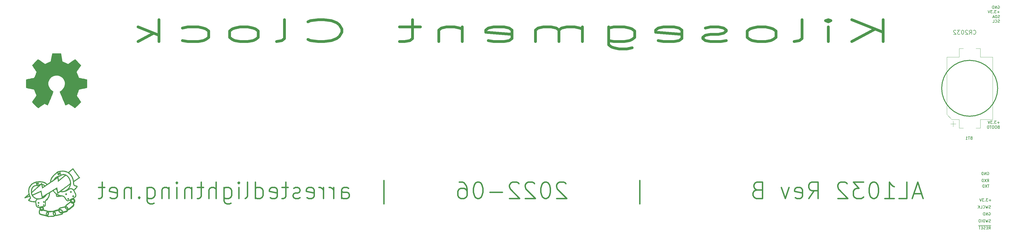
<source format=gbo>
%TF.GenerationSoftware,KiCad,Pcbnew,5.1.12-84ad8e8a86~92~ubuntu20.04.1*%
%TF.CreationDate,2022-07-11T23:01:20-05:00*%
%TF.ProjectId,kilosegment_clock,6b696c6f-7365-4676-9d65-6e745f636c6f,rev?*%
%TF.SameCoordinates,Original*%
%TF.FileFunction,Legend,Bot*%
%TF.FilePolarity,Positive*%
%FSLAX46Y46*%
G04 Gerber Fmt 4.6, Leading zero omitted, Abs format (unit mm)*
G04 Created by KiCad (PCBNEW 5.1.12-84ad8e8a86~92~ubuntu20.04.1) date 2022-07-11 23:01:20*
%MOMM*%
%LPD*%
G01*
G04 APERTURE LIST*
%ADD10C,0.150000*%
%ADD11C,1.000000*%
%ADD12C,0.500000*%
%ADD13C,0.180000*%
%ADD14C,0.300000*%
%ADD15C,0.120000*%
%ADD16C,0.010000*%
G04 APERTURE END LIST*
D10*
X370440595Y-108470000D02*
X370535833Y-108422380D01*
X370678690Y-108422380D01*
X370821547Y-108470000D01*
X370916785Y-108565238D01*
X370964404Y-108660476D01*
X371012023Y-108850952D01*
X371012023Y-108993809D01*
X370964404Y-109184285D01*
X370916785Y-109279523D01*
X370821547Y-109374761D01*
X370678690Y-109422380D01*
X370583452Y-109422380D01*
X370440595Y-109374761D01*
X370392976Y-109327142D01*
X370392976Y-108993809D01*
X370583452Y-108993809D01*
X369964404Y-109422380D02*
X369964404Y-108422380D01*
X369392976Y-109422380D01*
X369392976Y-108422380D01*
X368916785Y-109422380D02*
X368916785Y-108422380D01*
X368678690Y-108422380D01*
X368535833Y-108470000D01*
X368440595Y-108565238D01*
X368392976Y-108660476D01*
X368345357Y-108850952D01*
X368345357Y-108993809D01*
X368392976Y-109184285D01*
X368440595Y-109279523D01*
X368535833Y-109374761D01*
X368678690Y-109422380D01*
X368916785Y-109422380D01*
X370392976Y-111922380D02*
X370726309Y-111446190D01*
X370964404Y-111922380D02*
X370964404Y-110922380D01*
X370583452Y-110922380D01*
X370488214Y-110970000D01*
X370440595Y-111017619D01*
X370392976Y-111112857D01*
X370392976Y-111255714D01*
X370440595Y-111350952D01*
X370488214Y-111398571D01*
X370583452Y-111446190D01*
X370964404Y-111446190D01*
X370059642Y-110922380D02*
X369392976Y-111922380D01*
X369392976Y-110922380D02*
X370059642Y-111922380D01*
X369012023Y-111922380D02*
X369012023Y-110922380D01*
X368773928Y-110922380D01*
X368631071Y-110970000D01*
X368535833Y-111065238D01*
X368488214Y-111160476D01*
X368440595Y-111350952D01*
X368440595Y-111493809D01*
X368488214Y-111684285D01*
X368535833Y-111779523D01*
X368631071Y-111874761D01*
X368773928Y-111922380D01*
X369012023Y-111922380D01*
D11*
X332469095Y-60769047D02*
X332469095Y-52769047D01*
X321040523Y-60769047D02*
X329611952Y-56197619D01*
X321040523Y-52769047D02*
X332469095Y-57340476D01*
X312469095Y-60769047D02*
X312469095Y-55435714D01*
X312469095Y-52769047D02*
X313421476Y-53150000D01*
X312469095Y-53530952D01*
X311516714Y-53150000D01*
X312469095Y-52769047D01*
X312469095Y-53530952D01*
X300088142Y-60769047D02*
X301992904Y-60388095D01*
X302945285Y-59626190D01*
X302945285Y-52769047D01*
X289611952Y-60769047D02*
X291516714Y-60388095D01*
X292469095Y-60007142D01*
X293421476Y-59245238D01*
X293421476Y-56959523D01*
X292469095Y-56197619D01*
X291516714Y-55816666D01*
X289611952Y-55435714D01*
X286754809Y-55435714D01*
X284850047Y-55816666D01*
X283897666Y-56197619D01*
X282945285Y-56959523D01*
X282945285Y-59245238D01*
X283897666Y-60007142D01*
X284850047Y-60388095D01*
X286754809Y-60769047D01*
X289611952Y-60769047D01*
X275326238Y-60388095D02*
X273421476Y-60769047D01*
X269611952Y-60769047D01*
X267707190Y-60388095D01*
X266754809Y-59626190D01*
X266754809Y-59245238D01*
X267707190Y-58483333D01*
X269611952Y-58102380D01*
X272469095Y-58102380D01*
X274373857Y-57721428D01*
X275326238Y-56959523D01*
X275326238Y-56578571D01*
X274373857Y-55816666D01*
X272469095Y-55435714D01*
X269611952Y-55435714D01*
X267707190Y-55816666D01*
X250564333Y-60388095D02*
X252469095Y-60769047D01*
X256278619Y-60769047D01*
X258183380Y-60388095D01*
X259135761Y-59626190D01*
X259135761Y-56578571D01*
X258183380Y-55816666D01*
X256278619Y-55435714D01*
X252469095Y-55435714D01*
X250564333Y-55816666D01*
X249611952Y-56578571D01*
X249611952Y-57340476D01*
X259135761Y-58102380D01*
X232469095Y-55435714D02*
X232469095Y-61911904D01*
X233421476Y-62673809D01*
X234373857Y-63054761D01*
X236278619Y-63435714D01*
X239135761Y-63435714D01*
X241040523Y-63054761D01*
X232469095Y-60388095D02*
X234373857Y-60769047D01*
X238183380Y-60769047D01*
X240088142Y-60388095D01*
X241040523Y-60007142D01*
X241992904Y-59245238D01*
X241992904Y-56959523D01*
X241040523Y-56197619D01*
X240088142Y-55816666D01*
X238183380Y-55435714D01*
X234373857Y-55435714D01*
X232469095Y-55816666D01*
X222945285Y-60769047D02*
X222945285Y-55435714D01*
X222945285Y-56197619D02*
X221992904Y-55816666D01*
X220088142Y-55435714D01*
X217231000Y-55435714D01*
X215326238Y-55816666D01*
X214373857Y-56578571D01*
X214373857Y-60769047D01*
X214373857Y-56578571D02*
X213421476Y-55816666D01*
X211516714Y-55435714D01*
X208659571Y-55435714D01*
X206754809Y-55816666D01*
X205802428Y-56578571D01*
X205802428Y-60769047D01*
X188659571Y-60388095D02*
X190564333Y-60769047D01*
X194373857Y-60769047D01*
X196278619Y-60388095D01*
X197231000Y-59626190D01*
X197231000Y-56578571D01*
X196278619Y-55816666D01*
X194373857Y-55435714D01*
X190564333Y-55435714D01*
X188659571Y-55816666D01*
X187707190Y-56578571D01*
X187707190Y-57340476D01*
X197231000Y-58102380D01*
X179135761Y-55435714D02*
X179135761Y-60769047D01*
X179135761Y-56197619D02*
X178183380Y-55816666D01*
X176278619Y-55435714D01*
X173421476Y-55435714D01*
X171516714Y-55816666D01*
X170564333Y-56578571D01*
X170564333Y-60769047D01*
X163897666Y-55435714D02*
X156278619Y-55435714D01*
X161040523Y-52769047D02*
X161040523Y-59626190D01*
X160088142Y-60388095D01*
X158183380Y-60769047D01*
X156278619Y-60769047D01*
X122945285Y-60007142D02*
X123897666Y-60388095D01*
X126754809Y-60769047D01*
X128659571Y-60769047D01*
X131516714Y-60388095D01*
X133421476Y-59626190D01*
X134373857Y-58864285D01*
X135326238Y-57340476D01*
X135326238Y-56197619D01*
X134373857Y-54673809D01*
X133421476Y-53911904D01*
X131516714Y-53150000D01*
X128659571Y-52769047D01*
X126754809Y-52769047D01*
X123897666Y-53150000D01*
X122945285Y-53530952D01*
X111516714Y-60769047D02*
X113421476Y-60388095D01*
X114373857Y-59626190D01*
X114373857Y-52769047D01*
X101040523Y-60769047D02*
X102945285Y-60388095D01*
X103897666Y-60007142D01*
X104850047Y-59245238D01*
X104850047Y-56959523D01*
X103897666Y-56197619D01*
X102945285Y-55816666D01*
X101040523Y-55435714D01*
X98183380Y-55435714D01*
X96278619Y-55816666D01*
X95326238Y-56197619D01*
X94373857Y-56959523D01*
X94373857Y-59245238D01*
X95326238Y-60007142D01*
X96278619Y-60388095D01*
X98183380Y-60769047D01*
X101040523Y-60769047D01*
X77231000Y-60388095D02*
X79135761Y-60769047D01*
X82945285Y-60769047D01*
X84850047Y-60388095D01*
X85802428Y-60007142D01*
X86754809Y-59245238D01*
X86754809Y-56959523D01*
X85802428Y-56197619D01*
X84850047Y-55816666D01*
X82945285Y-55435714D01*
X79135761Y-55435714D01*
X77231000Y-55816666D01*
X68659571Y-60769047D02*
X68659571Y-52769047D01*
X66754809Y-57721428D02*
X61040523Y-60769047D01*
X61040523Y-55435714D02*
X68659571Y-58483333D01*
D12*
X135187857Y-118030285D02*
X135187857Y-114887428D01*
X135473571Y-114316000D01*
X136045000Y-114030285D01*
X137187857Y-114030285D01*
X137759285Y-114316000D01*
X135187857Y-117744571D02*
X135759285Y-118030285D01*
X137187857Y-118030285D01*
X137759285Y-117744571D01*
X138045000Y-117173142D01*
X138045000Y-116601714D01*
X137759285Y-116030285D01*
X137187857Y-115744571D01*
X135759285Y-115744571D01*
X135187857Y-115458857D01*
X132330714Y-118030285D02*
X132330714Y-114030285D01*
X132330714Y-115173142D02*
X132045000Y-114601714D01*
X131759285Y-114316000D01*
X131187857Y-114030285D01*
X130616428Y-114030285D01*
X128616428Y-118030285D02*
X128616428Y-114030285D01*
X128616428Y-115173142D02*
X128330714Y-114601714D01*
X128045000Y-114316000D01*
X127473571Y-114030285D01*
X126902142Y-114030285D01*
X122616428Y-117744571D02*
X123187857Y-118030285D01*
X124330714Y-118030285D01*
X124902142Y-117744571D01*
X125187857Y-117173142D01*
X125187857Y-114887428D01*
X124902142Y-114316000D01*
X124330714Y-114030285D01*
X123187857Y-114030285D01*
X122616428Y-114316000D01*
X122330714Y-114887428D01*
X122330714Y-115458857D01*
X125187857Y-116030285D01*
X120044999Y-117744571D02*
X119473571Y-118030285D01*
X118330714Y-118030285D01*
X117759285Y-117744571D01*
X117473571Y-117173142D01*
X117473571Y-116887428D01*
X117759285Y-116316000D01*
X118330714Y-116030285D01*
X119187857Y-116030285D01*
X119759285Y-115744571D01*
X120044999Y-115173142D01*
X120044999Y-114887428D01*
X119759285Y-114316000D01*
X119187857Y-114030285D01*
X118330714Y-114030285D01*
X117759285Y-114316000D01*
X115759285Y-114030285D02*
X113473571Y-114030285D01*
X114902142Y-112030285D02*
X114902142Y-117173142D01*
X114616428Y-117744571D01*
X114045000Y-118030285D01*
X113473571Y-118030285D01*
X109187857Y-117744571D02*
X109759285Y-118030285D01*
X110902142Y-118030285D01*
X111473571Y-117744571D01*
X111759285Y-117173142D01*
X111759285Y-114887428D01*
X111473571Y-114316000D01*
X110902142Y-114030285D01*
X109759285Y-114030285D01*
X109187857Y-114316000D01*
X108902142Y-114887428D01*
X108902142Y-115458857D01*
X111759285Y-116030285D01*
X103759285Y-118030285D02*
X103759285Y-112030285D01*
X103759285Y-117744571D02*
X104330714Y-118030285D01*
X105473571Y-118030285D01*
X106045000Y-117744571D01*
X106330714Y-117458857D01*
X106616428Y-116887428D01*
X106616428Y-115173142D01*
X106330714Y-114601714D01*
X106045000Y-114316000D01*
X105473571Y-114030285D01*
X104330714Y-114030285D01*
X103759285Y-114316000D01*
X100045000Y-118030285D02*
X100616428Y-117744571D01*
X100902142Y-117173142D01*
X100902142Y-112030285D01*
X97759285Y-118030285D02*
X97759285Y-114030285D01*
X97759285Y-112030285D02*
X98045000Y-112316000D01*
X97759285Y-112601714D01*
X97473571Y-112316000D01*
X97759285Y-112030285D01*
X97759285Y-112601714D01*
X92330714Y-114030285D02*
X92330714Y-118887428D01*
X92616428Y-119458857D01*
X92902142Y-119744571D01*
X93473571Y-120030285D01*
X94330714Y-120030285D01*
X94902142Y-119744571D01*
X92330714Y-117744571D02*
X92902142Y-118030285D01*
X94045000Y-118030285D01*
X94616428Y-117744571D01*
X94902142Y-117458857D01*
X95187857Y-116887428D01*
X95187857Y-115173142D01*
X94902142Y-114601714D01*
X94616428Y-114316000D01*
X94045000Y-114030285D01*
X92902142Y-114030285D01*
X92330714Y-114316000D01*
X89473571Y-118030285D02*
X89473571Y-112030285D01*
X86902142Y-118030285D02*
X86902142Y-114887428D01*
X87187857Y-114316000D01*
X87759285Y-114030285D01*
X88616428Y-114030285D01*
X89187857Y-114316000D01*
X89473571Y-114601714D01*
X84902142Y-114030285D02*
X82616428Y-114030285D01*
X84045000Y-112030285D02*
X84045000Y-117173142D01*
X83759285Y-117744571D01*
X83187857Y-118030285D01*
X82616428Y-118030285D01*
X80616428Y-114030285D02*
X80616428Y-118030285D01*
X80616428Y-114601714D02*
X80330714Y-114316000D01*
X79759285Y-114030285D01*
X78902142Y-114030285D01*
X78330714Y-114316000D01*
X78045000Y-114887428D01*
X78045000Y-118030285D01*
X75187857Y-118030285D02*
X75187857Y-114030285D01*
X75187857Y-112030285D02*
X75473571Y-112316000D01*
X75187857Y-112601714D01*
X74902142Y-112316000D01*
X75187857Y-112030285D01*
X75187857Y-112601714D01*
X72330714Y-114030285D02*
X72330714Y-118030285D01*
X72330714Y-114601714D02*
X72045000Y-114316000D01*
X71473571Y-114030285D01*
X70616428Y-114030285D01*
X70045000Y-114316000D01*
X69759285Y-114887428D01*
X69759285Y-118030285D01*
X64330714Y-114030285D02*
X64330714Y-118887428D01*
X64616428Y-119458857D01*
X64902142Y-119744571D01*
X65473571Y-120030285D01*
X66330714Y-120030285D01*
X66902142Y-119744571D01*
X64330714Y-117744571D02*
X64902142Y-118030285D01*
X66045000Y-118030285D01*
X66616428Y-117744571D01*
X66902142Y-117458857D01*
X67187857Y-116887428D01*
X67187857Y-115173142D01*
X66902142Y-114601714D01*
X66616428Y-114316000D01*
X66045000Y-114030285D01*
X64902142Y-114030285D01*
X64330714Y-114316000D01*
X61473571Y-117458857D02*
X61187857Y-117744571D01*
X61473571Y-118030285D01*
X61759285Y-117744571D01*
X61473571Y-117458857D01*
X61473571Y-118030285D01*
X58616428Y-114030285D02*
X58616428Y-118030285D01*
X58616428Y-114601714D02*
X58330714Y-114316000D01*
X57759285Y-114030285D01*
X56902142Y-114030285D01*
X56330714Y-114316000D01*
X56045000Y-114887428D01*
X56045000Y-118030285D01*
X50902142Y-117744571D02*
X51473571Y-118030285D01*
X52616428Y-118030285D01*
X53187857Y-117744571D01*
X53473571Y-117173142D01*
X53473571Y-114887428D01*
X53187857Y-114316000D01*
X52616428Y-114030285D01*
X51473571Y-114030285D01*
X50902142Y-114316000D01*
X50616428Y-114887428D01*
X50616428Y-115458857D01*
X53473571Y-116030285D01*
X48902142Y-114030285D02*
X46616428Y-114030285D01*
X48045000Y-112030285D02*
X48045000Y-117173142D01*
X47759285Y-117744571D01*
X47187857Y-118030285D01*
X46616428Y-118030285D01*
D13*
X365346857Y-57939714D02*
X365418285Y-58011142D01*
X365632571Y-58082571D01*
X365775428Y-58082571D01*
X365989714Y-58011142D01*
X366132571Y-57868285D01*
X366204000Y-57725428D01*
X366275428Y-57439714D01*
X366275428Y-57225428D01*
X366204000Y-56939714D01*
X366132571Y-56796857D01*
X365989714Y-56654000D01*
X365775428Y-56582571D01*
X365632571Y-56582571D01*
X365418285Y-56654000D01*
X365346857Y-56725428D01*
X363846857Y-58082571D02*
X364346857Y-57368285D01*
X364704000Y-58082571D02*
X364704000Y-56582571D01*
X364132571Y-56582571D01*
X363989714Y-56654000D01*
X363918285Y-56725428D01*
X363846857Y-56868285D01*
X363846857Y-57082571D01*
X363918285Y-57225428D01*
X363989714Y-57296857D01*
X364132571Y-57368285D01*
X364704000Y-57368285D01*
X363275428Y-56725428D02*
X363204000Y-56654000D01*
X363061142Y-56582571D01*
X362704000Y-56582571D01*
X362561142Y-56654000D01*
X362489714Y-56725428D01*
X362418285Y-56868285D01*
X362418285Y-57011142D01*
X362489714Y-57225428D01*
X363346857Y-58082571D01*
X362418285Y-58082571D01*
X361489714Y-56582571D02*
X361346857Y-56582571D01*
X361204000Y-56654000D01*
X361132571Y-56725428D01*
X361061142Y-56868285D01*
X360989714Y-57154000D01*
X360989714Y-57511142D01*
X361061142Y-57796857D01*
X361132571Y-57939714D01*
X361204000Y-58011142D01*
X361346857Y-58082571D01*
X361489714Y-58082571D01*
X361632571Y-58011142D01*
X361704000Y-57939714D01*
X361775428Y-57796857D01*
X361846857Y-57511142D01*
X361846857Y-57154000D01*
X361775428Y-56868285D01*
X361704000Y-56725428D01*
X361632571Y-56654000D01*
X361489714Y-56582571D01*
X360489714Y-56582571D02*
X359561142Y-56582571D01*
X360061142Y-57154000D01*
X359846857Y-57154000D01*
X359704000Y-57225428D01*
X359632571Y-57296857D01*
X359561142Y-57439714D01*
X359561142Y-57796857D01*
X359632571Y-57939714D01*
X359704000Y-58011142D01*
X359846857Y-58082571D01*
X360275428Y-58082571D01*
X360418285Y-58011142D01*
X360489714Y-57939714D01*
X358989714Y-56725428D02*
X358918285Y-56654000D01*
X358775428Y-56582571D01*
X358418285Y-56582571D01*
X358275428Y-56654000D01*
X358204000Y-56725428D01*
X358132571Y-56868285D01*
X358132571Y-57011142D01*
X358204000Y-57225428D01*
X359061142Y-58082571D01*
X358132571Y-58082571D01*
D12*
X243802428Y-120030285D02*
X243802428Y-111458857D01*
X216945285Y-112601714D02*
X216659571Y-112316000D01*
X216088142Y-112030285D01*
X214659571Y-112030285D01*
X214088142Y-112316000D01*
X213802428Y-112601714D01*
X213516714Y-113173142D01*
X213516714Y-113744571D01*
X213802428Y-114601714D01*
X217231000Y-118030285D01*
X213516714Y-118030285D01*
X209802428Y-112030285D02*
X209231000Y-112030285D01*
X208659571Y-112316000D01*
X208373857Y-112601714D01*
X208088142Y-113173142D01*
X207802428Y-114316000D01*
X207802428Y-115744571D01*
X208088142Y-116887428D01*
X208373857Y-117458857D01*
X208659571Y-117744571D01*
X209231000Y-118030285D01*
X209802428Y-118030285D01*
X210373857Y-117744571D01*
X210659571Y-117458857D01*
X210945285Y-116887428D01*
X211231000Y-115744571D01*
X211231000Y-114316000D01*
X210945285Y-113173142D01*
X210659571Y-112601714D01*
X210373857Y-112316000D01*
X209802428Y-112030285D01*
X205516714Y-112601714D02*
X205231000Y-112316000D01*
X204659571Y-112030285D01*
X203231000Y-112030285D01*
X202659571Y-112316000D01*
X202373857Y-112601714D01*
X202088142Y-113173142D01*
X202088142Y-113744571D01*
X202373857Y-114601714D01*
X205802428Y-118030285D01*
X202088142Y-118030285D01*
X199802428Y-112601714D02*
X199516714Y-112316000D01*
X198945285Y-112030285D01*
X197516714Y-112030285D01*
X196945285Y-112316000D01*
X196659571Y-112601714D01*
X196373857Y-113173142D01*
X196373857Y-113744571D01*
X196659571Y-114601714D01*
X200088142Y-118030285D01*
X196373857Y-118030285D01*
X193802428Y-115744571D02*
X189231000Y-115744571D01*
X185231000Y-112030285D02*
X184659571Y-112030285D01*
X184088142Y-112316000D01*
X183802428Y-112601714D01*
X183516714Y-113173142D01*
X183231000Y-114316000D01*
X183231000Y-115744571D01*
X183516714Y-116887428D01*
X183802428Y-117458857D01*
X184088142Y-117744571D01*
X184659571Y-118030285D01*
X185231000Y-118030285D01*
X185802428Y-117744571D01*
X186088142Y-117458857D01*
X186373857Y-116887428D01*
X186659571Y-115744571D01*
X186659571Y-114316000D01*
X186373857Y-113173142D01*
X186088142Y-112601714D01*
X185802428Y-112316000D01*
X185231000Y-112030285D01*
X178088142Y-112030285D02*
X179231000Y-112030285D01*
X179802428Y-112316000D01*
X180088142Y-112601714D01*
X180659571Y-113458857D01*
X180945285Y-114601714D01*
X180945285Y-116887428D01*
X180659571Y-117458857D01*
X180373857Y-117744571D01*
X179802428Y-118030285D01*
X178659571Y-118030285D01*
X178088142Y-117744571D01*
X177802428Y-117458857D01*
X177516714Y-116887428D01*
X177516714Y-115458857D01*
X177802428Y-114887428D01*
X178088142Y-114601714D01*
X178659571Y-114316000D01*
X179802428Y-114316000D01*
X180373857Y-114601714D01*
X180659571Y-114887428D01*
X180945285Y-115458857D01*
X150659571Y-120030285D02*
X150659571Y-111458857D01*
X346512142Y-116316000D02*
X343655000Y-116316000D01*
X347083571Y-118030285D02*
X345083571Y-112030285D01*
X343083571Y-118030285D01*
X338226428Y-118030285D02*
X341083571Y-118030285D01*
X341083571Y-112030285D01*
X333083571Y-118030285D02*
X336512142Y-118030285D01*
X334797857Y-118030285D02*
X334797857Y-112030285D01*
X335369285Y-112887428D01*
X335940714Y-113458857D01*
X336512142Y-113744571D01*
X329369285Y-112030285D02*
X328797857Y-112030285D01*
X328226428Y-112316000D01*
X327940714Y-112601714D01*
X327655000Y-113173142D01*
X327369285Y-114316000D01*
X327369285Y-115744571D01*
X327655000Y-116887428D01*
X327940714Y-117458857D01*
X328226428Y-117744571D01*
X328797857Y-118030285D01*
X329369285Y-118030285D01*
X329940714Y-117744571D01*
X330226428Y-117458857D01*
X330512142Y-116887428D01*
X330797857Y-115744571D01*
X330797857Y-114316000D01*
X330512142Y-113173142D01*
X330226428Y-112601714D01*
X329940714Y-112316000D01*
X329369285Y-112030285D01*
X325369285Y-112030285D02*
X321655000Y-112030285D01*
X323655000Y-114316000D01*
X322797857Y-114316000D01*
X322226428Y-114601714D01*
X321940714Y-114887428D01*
X321655000Y-115458857D01*
X321655000Y-116887428D01*
X321940714Y-117458857D01*
X322226428Y-117744571D01*
X322797857Y-118030285D01*
X324512142Y-118030285D01*
X325083571Y-117744571D01*
X325369285Y-117458857D01*
X319369285Y-112601714D02*
X319083571Y-112316000D01*
X318512142Y-112030285D01*
X317083571Y-112030285D01*
X316512142Y-112316000D01*
X316226428Y-112601714D01*
X315940714Y-113173142D01*
X315940714Y-113744571D01*
X316226428Y-114601714D01*
X319655000Y-118030285D01*
X315940714Y-118030285D01*
X305369285Y-118030285D02*
X307369285Y-115173142D01*
X308797857Y-118030285D02*
X308797857Y-112030285D01*
X306512142Y-112030285D01*
X305940714Y-112316000D01*
X305655000Y-112601714D01*
X305369285Y-113173142D01*
X305369285Y-114030285D01*
X305655000Y-114601714D01*
X305940714Y-114887428D01*
X306512142Y-115173142D01*
X308797857Y-115173142D01*
X300512142Y-117744571D02*
X301083571Y-118030285D01*
X302226428Y-118030285D01*
X302797857Y-117744571D01*
X303083571Y-117173142D01*
X303083571Y-114887428D01*
X302797857Y-114316000D01*
X302226428Y-114030285D01*
X301083571Y-114030285D01*
X300512142Y-114316000D01*
X300226428Y-114887428D01*
X300226428Y-115458857D01*
X303083571Y-116030285D01*
X298226428Y-114030285D02*
X296797857Y-118030285D01*
X295369285Y-114030285D01*
X286512142Y-114887428D02*
X285655000Y-115173142D01*
X285369285Y-115458857D01*
X285083571Y-116030285D01*
X285083571Y-116887428D01*
X285369285Y-117458857D01*
X285655000Y-117744571D01*
X286226428Y-118030285D01*
X288512142Y-118030285D01*
X288512142Y-112030285D01*
X286512142Y-112030285D01*
X285940714Y-112316000D01*
X285655000Y-112601714D01*
X285369285Y-113173142D01*
X285369285Y-113744571D01*
X285655000Y-114316000D01*
X285940714Y-114601714D01*
X286512142Y-114887428D01*
X288512142Y-114887428D01*
D10*
X374870023Y-53744761D02*
X374727166Y-53792380D01*
X374489071Y-53792380D01*
X374393833Y-53744761D01*
X374346214Y-53697142D01*
X374298595Y-53601904D01*
X374298595Y-53506666D01*
X374346214Y-53411428D01*
X374393833Y-53363809D01*
X374489071Y-53316190D01*
X374679547Y-53268571D01*
X374774785Y-53220952D01*
X374822404Y-53173333D01*
X374870023Y-53078095D01*
X374870023Y-52982857D01*
X374822404Y-52887619D01*
X374774785Y-52840000D01*
X374679547Y-52792380D01*
X374441452Y-52792380D01*
X374298595Y-52840000D01*
X373298595Y-53697142D02*
X373346214Y-53744761D01*
X373489071Y-53792380D01*
X373584309Y-53792380D01*
X373727166Y-53744761D01*
X373822404Y-53649523D01*
X373870023Y-53554285D01*
X373917642Y-53363809D01*
X373917642Y-53220952D01*
X373870023Y-53030476D01*
X373822404Y-52935238D01*
X373727166Y-52840000D01*
X373584309Y-52792380D01*
X373489071Y-52792380D01*
X373346214Y-52840000D01*
X373298595Y-52887619D01*
X372393833Y-53792380D02*
X372870023Y-53792380D01*
X372870023Y-52792380D01*
X374870023Y-52093761D02*
X374727166Y-52141380D01*
X374489071Y-52141380D01*
X374393833Y-52093761D01*
X374346214Y-52046142D01*
X374298595Y-51950904D01*
X374298595Y-51855666D01*
X374346214Y-51760428D01*
X374393833Y-51712809D01*
X374489071Y-51665190D01*
X374679547Y-51617571D01*
X374774785Y-51569952D01*
X374822404Y-51522333D01*
X374870023Y-51427095D01*
X374870023Y-51331857D01*
X374822404Y-51236619D01*
X374774785Y-51189000D01*
X374679547Y-51141380D01*
X374441452Y-51141380D01*
X374298595Y-51189000D01*
X373870023Y-52141380D02*
X373870023Y-51141380D01*
X373631928Y-51141380D01*
X373489071Y-51189000D01*
X373393833Y-51284238D01*
X373346214Y-51379476D01*
X373298595Y-51569952D01*
X373298595Y-51712809D01*
X373346214Y-51903285D01*
X373393833Y-51998523D01*
X373489071Y-52093761D01*
X373631928Y-52141380D01*
X373870023Y-52141380D01*
X372917642Y-51855666D02*
X372441452Y-51855666D01*
X373012880Y-52141380D02*
X372679547Y-51141380D01*
X372346214Y-52141380D01*
X374822404Y-49982428D02*
X374060500Y-49982428D01*
X374441452Y-50363380D02*
X374441452Y-49601476D01*
X373679547Y-49363380D02*
X373060500Y-49363380D01*
X373393833Y-49744333D01*
X373250976Y-49744333D01*
X373155738Y-49791952D01*
X373108119Y-49839571D01*
X373060500Y-49934809D01*
X373060500Y-50172904D01*
X373108119Y-50268142D01*
X373155738Y-50315761D01*
X373250976Y-50363380D01*
X373536690Y-50363380D01*
X373631928Y-50315761D01*
X373679547Y-50268142D01*
X372631928Y-50268142D02*
X372584309Y-50315761D01*
X372631928Y-50363380D01*
X372679547Y-50315761D01*
X372631928Y-50268142D01*
X372631928Y-50363380D01*
X372250976Y-49363380D02*
X371631928Y-49363380D01*
X371965261Y-49744333D01*
X371822404Y-49744333D01*
X371727166Y-49791952D01*
X371679547Y-49839571D01*
X371631928Y-49934809D01*
X371631928Y-50172904D01*
X371679547Y-50268142D01*
X371727166Y-50315761D01*
X371822404Y-50363380D01*
X372108119Y-50363380D01*
X372203357Y-50315761D01*
X372250976Y-50268142D01*
X371346214Y-49363380D02*
X371012880Y-50363380D01*
X370679547Y-49363380D01*
X374298595Y-47760000D02*
X374393833Y-47712380D01*
X374536690Y-47712380D01*
X374679547Y-47760000D01*
X374774785Y-47855238D01*
X374822404Y-47950476D01*
X374870023Y-48140952D01*
X374870023Y-48283809D01*
X374822404Y-48474285D01*
X374774785Y-48569523D01*
X374679547Y-48664761D01*
X374536690Y-48712380D01*
X374441452Y-48712380D01*
X374298595Y-48664761D01*
X374250976Y-48617142D01*
X374250976Y-48283809D01*
X374441452Y-48283809D01*
X373822404Y-48712380D02*
X373822404Y-47712380D01*
X373250976Y-48712380D01*
X373250976Y-47712380D01*
X372774785Y-48712380D02*
X372774785Y-47712380D01*
X372536690Y-47712380D01*
X372393833Y-47760000D01*
X372298595Y-47855238D01*
X372250976Y-47950476D01*
X372203357Y-48140952D01*
X372203357Y-48283809D01*
X372250976Y-48474285D01*
X372298595Y-48569523D01*
X372393833Y-48664761D01*
X372536690Y-48712380D01*
X372774785Y-48712380D01*
X371758500Y-127863000D02*
X370758500Y-127863000D01*
X370948976Y-129230380D02*
X371282309Y-128754190D01*
X371520404Y-129230380D02*
X371520404Y-128230380D01*
X371139452Y-128230380D01*
X371044214Y-128278000D01*
X370996595Y-128325619D01*
X370948976Y-128420857D01*
X370948976Y-128563714D01*
X370996595Y-128658952D01*
X371044214Y-128706571D01*
X371139452Y-128754190D01*
X371520404Y-128754190D01*
X370758500Y-127863000D02*
X369853738Y-127863000D01*
X370520404Y-128706571D02*
X370187071Y-128706571D01*
X370044214Y-129230380D02*
X370520404Y-129230380D01*
X370520404Y-128230380D01*
X370044214Y-128230380D01*
X369853738Y-127863000D02*
X368901357Y-127863000D01*
X369663261Y-129182761D02*
X369520404Y-129230380D01*
X369282309Y-129230380D01*
X369187071Y-129182761D01*
X369139452Y-129135142D01*
X369091833Y-129039904D01*
X369091833Y-128944666D01*
X369139452Y-128849428D01*
X369187071Y-128801809D01*
X369282309Y-128754190D01*
X369472785Y-128706571D01*
X369568023Y-128658952D01*
X369615642Y-128611333D01*
X369663261Y-128516095D01*
X369663261Y-128420857D01*
X369615642Y-128325619D01*
X369568023Y-128278000D01*
X369472785Y-128230380D01*
X369234690Y-128230380D01*
X369091833Y-128278000D01*
X368901357Y-127863000D02*
X367996595Y-127863000D01*
X368663261Y-128706571D02*
X368329928Y-128706571D01*
X368187071Y-129230380D02*
X368663261Y-129230380D01*
X368663261Y-128230380D01*
X368187071Y-128230380D01*
X367996595Y-127863000D02*
X367234690Y-127863000D01*
X367901357Y-128230380D02*
X367329928Y-128230380D01*
X367615642Y-129230380D02*
X367615642Y-128230380D01*
X371568023Y-126642761D02*
X371425166Y-126690380D01*
X371187071Y-126690380D01*
X371091833Y-126642761D01*
X371044214Y-126595142D01*
X370996595Y-126499904D01*
X370996595Y-126404666D01*
X371044214Y-126309428D01*
X371091833Y-126261809D01*
X371187071Y-126214190D01*
X371377547Y-126166571D01*
X371472785Y-126118952D01*
X371520404Y-126071333D01*
X371568023Y-125976095D01*
X371568023Y-125880857D01*
X371520404Y-125785619D01*
X371472785Y-125738000D01*
X371377547Y-125690380D01*
X371139452Y-125690380D01*
X370996595Y-125738000D01*
X370663261Y-125690380D02*
X370425166Y-126690380D01*
X370234690Y-125976095D01*
X370044214Y-126690380D01*
X369806119Y-125690380D01*
X369425166Y-126690380D02*
X369425166Y-125690380D01*
X369187071Y-125690380D01*
X369044214Y-125738000D01*
X368948976Y-125833238D01*
X368901357Y-125928476D01*
X368853738Y-126118952D01*
X368853738Y-126261809D01*
X368901357Y-126452285D01*
X368948976Y-126547523D01*
X369044214Y-126642761D01*
X369187071Y-126690380D01*
X369425166Y-126690380D01*
X368425166Y-126690380D02*
X368425166Y-125690380D01*
X367758500Y-125690380D02*
X367568023Y-125690380D01*
X367472785Y-125738000D01*
X367377547Y-125833238D01*
X367329928Y-126023714D01*
X367329928Y-126357047D01*
X367377547Y-126547523D01*
X367472785Y-126642761D01*
X367568023Y-126690380D01*
X367758500Y-126690380D01*
X367853738Y-126642761D01*
X367948976Y-126547523D01*
X367996595Y-126357047D01*
X367996595Y-126023714D01*
X367948976Y-125833238D01*
X367853738Y-125738000D01*
X367758500Y-125690380D01*
X370996595Y-123198000D02*
X371091833Y-123150380D01*
X371234690Y-123150380D01*
X371377547Y-123198000D01*
X371472785Y-123293238D01*
X371520404Y-123388476D01*
X371568023Y-123578952D01*
X371568023Y-123721809D01*
X371520404Y-123912285D01*
X371472785Y-124007523D01*
X371377547Y-124102761D01*
X371234690Y-124150380D01*
X371139452Y-124150380D01*
X370996595Y-124102761D01*
X370948976Y-124055142D01*
X370948976Y-123721809D01*
X371139452Y-123721809D01*
X370520404Y-124150380D02*
X370520404Y-123150380D01*
X369948976Y-124150380D01*
X369948976Y-123150380D01*
X369472785Y-124150380D02*
X369472785Y-123150380D01*
X369234690Y-123150380D01*
X369091833Y-123198000D01*
X368996595Y-123293238D01*
X368948976Y-123388476D01*
X368901357Y-123578952D01*
X368901357Y-123721809D01*
X368948976Y-123912285D01*
X368996595Y-124007523D01*
X369091833Y-124102761D01*
X369234690Y-124150380D01*
X369472785Y-124150380D01*
X371568023Y-121562761D02*
X371425166Y-121610380D01*
X371187071Y-121610380D01*
X371091833Y-121562761D01*
X371044214Y-121515142D01*
X370996595Y-121419904D01*
X370996595Y-121324666D01*
X371044214Y-121229428D01*
X371091833Y-121181809D01*
X371187071Y-121134190D01*
X371377547Y-121086571D01*
X371472785Y-121038952D01*
X371520404Y-120991333D01*
X371568023Y-120896095D01*
X371568023Y-120800857D01*
X371520404Y-120705619D01*
X371472785Y-120658000D01*
X371377547Y-120610380D01*
X371139452Y-120610380D01*
X370996595Y-120658000D01*
X370663261Y-120610380D02*
X370425166Y-121610380D01*
X370234690Y-120896095D01*
X370044214Y-121610380D01*
X369806119Y-120610380D01*
X368853738Y-121515142D02*
X368901357Y-121562761D01*
X369044214Y-121610380D01*
X369139452Y-121610380D01*
X369282309Y-121562761D01*
X369377547Y-121467523D01*
X369425166Y-121372285D01*
X369472785Y-121181809D01*
X369472785Y-121038952D01*
X369425166Y-120848476D01*
X369377547Y-120753238D01*
X369282309Y-120658000D01*
X369139452Y-120610380D01*
X369044214Y-120610380D01*
X368901357Y-120658000D01*
X368853738Y-120705619D01*
X367948976Y-121610380D02*
X368425166Y-121610380D01*
X368425166Y-120610380D01*
X367615642Y-121610380D02*
X367615642Y-120610380D01*
X367044214Y-121610380D02*
X367472785Y-121038952D01*
X367044214Y-120610380D02*
X367615642Y-121181809D01*
X371774404Y-118689428D02*
X371012500Y-118689428D01*
X371393452Y-119070380D02*
X371393452Y-118308476D01*
X370631547Y-118070380D02*
X370012500Y-118070380D01*
X370345833Y-118451333D01*
X370202976Y-118451333D01*
X370107738Y-118498952D01*
X370060119Y-118546571D01*
X370012500Y-118641809D01*
X370012500Y-118879904D01*
X370060119Y-118975142D01*
X370107738Y-119022761D01*
X370202976Y-119070380D01*
X370488690Y-119070380D01*
X370583928Y-119022761D01*
X370631547Y-118975142D01*
X369583928Y-118975142D02*
X369536309Y-119022761D01*
X369583928Y-119070380D01*
X369631547Y-119022761D01*
X369583928Y-118975142D01*
X369583928Y-119070380D01*
X369202976Y-118070380D02*
X368583928Y-118070380D01*
X368917261Y-118451333D01*
X368774404Y-118451333D01*
X368679166Y-118498952D01*
X368631547Y-118546571D01*
X368583928Y-118641809D01*
X368583928Y-118879904D01*
X368631547Y-118975142D01*
X368679166Y-119022761D01*
X368774404Y-119070380D01*
X369060119Y-119070380D01*
X369155357Y-119022761D01*
X369202976Y-118975142D01*
X368298214Y-118070380D02*
X367964880Y-119070380D01*
X367631547Y-118070380D01*
X371107261Y-112972380D02*
X370535833Y-112972380D01*
X370821547Y-113972380D02*
X370821547Y-112972380D01*
X370297738Y-112972380D02*
X369631071Y-113972380D01*
X369631071Y-112972380D02*
X370297738Y-113972380D01*
X369250119Y-113972380D02*
X369250119Y-112972380D01*
X369012023Y-112972380D01*
X368869166Y-113020000D01*
X368773928Y-113115238D01*
X368726309Y-113210476D01*
X368678690Y-113400952D01*
X368678690Y-113543809D01*
X368726309Y-113734285D01*
X368773928Y-113829523D01*
X368869166Y-113924761D01*
X369012023Y-113972380D01*
X369250119Y-113972380D01*
X374489071Y-91928571D02*
X374346214Y-91976190D01*
X374298595Y-92023809D01*
X374250976Y-92119047D01*
X374250976Y-92261904D01*
X374298595Y-92357142D01*
X374346214Y-92404761D01*
X374441452Y-92452380D01*
X374822404Y-92452380D01*
X374822404Y-91452380D01*
X374489071Y-91452380D01*
X374393833Y-91500000D01*
X374346214Y-91547619D01*
X374298595Y-91642857D01*
X374298595Y-91738095D01*
X374346214Y-91833333D01*
X374393833Y-91880952D01*
X374489071Y-91928571D01*
X374822404Y-91928571D01*
X373631928Y-91452380D02*
X373441452Y-91452380D01*
X373346214Y-91500000D01*
X373250976Y-91595238D01*
X373203357Y-91785714D01*
X373203357Y-92119047D01*
X373250976Y-92309523D01*
X373346214Y-92404761D01*
X373441452Y-92452380D01*
X373631928Y-92452380D01*
X373727166Y-92404761D01*
X373822404Y-92309523D01*
X373870023Y-92119047D01*
X373870023Y-91785714D01*
X373822404Y-91595238D01*
X373727166Y-91500000D01*
X373631928Y-91452380D01*
X372584309Y-91452380D02*
X372393833Y-91452380D01*
X372298595Y-91500000D01*
X372203357Y-91595238D01*
X372155738Y-91785714D01*
X372155738Y-92119047D01*
X372203357Y-92309523D01*
X372298595Y-92404761D01*
X372393833Y-92452380D01*
X372584309Y-92452380D01*
X372679547Y-92404761D01*
X372774785Y-92309523D01*
X372822404Y-92119047D01*
X372822404Y-91785714D01*
X372774785Y-91595238D01*
X372679547Y-91500000D01*
X372584309Y-91452380D01*
X371870023Y-91452380D02*
X371298595Y-91452380D01*
X371584309Y-92452380D02*
X371584309Y-91452380D01*
X370774785Y-91452380D02*
X370679547Y-91452380D01*
X370584309Y-91500000D01*
X370536690Y-91547619D01*
X370489071Y-91642857D01*
X370441452Y-91833333D01*
X370441452Y-92071428D01*
X370489071Y-92261904D01*
X370536690Y-92357142D01*
X370584309Y-92404761D01*
X370679547Y-92452380D01*
X370774785Y-92452380D01*
X370870023Y-92404761D01*
X370917642Y-92357142D01*
X370965261Y-92261904D01*
X371012880Y-92071428D01*
X371012880Y-91833333D01*
X370965261Y-91642857D01*
X370917642Y-91547619D01*
X370870023Y-91500000D01*
X370774785Y-91452380D01*
X374822404Y-90321428D02*
X374060500Y-90321428D01*
X374441452Y-90702380D02*
X374441452Y-89940476D01*
X373679547Y-89702380D02*
X373060500Y-89702380D01*
X373393833Y-90083333D01*
X373250976Y-90083333D01*
X373155738Y-90130952D01*
X373108119Y-90178571D01*
X373060500Y-90273809D01*
X373060500Y-90511904D01*
X373108119Y-90607142D01*
X373155738Y-90654761D01*
X373250976Y-90702380D01*
X373536690Y-90702380D01*
X373631928Y-90654761D01*
X373679547Y-90607142D01*
X372631928Y-90607142D02*
X372584309Y-90654761D01*
X372631928Y-90702380D01*
X372679547Y-90654761D01*
X372631928Y-90607142D01*
X372631928Y-90702380D01*
X372250976Y-89702380D02*
X371631928Y-89702380D01*
X371965261Y-90083333D01*
X371822404Y-90083333D01*
X371727166Y-90130952D01*
X371679547Y-90178571D01*
X371631928Y-90273809D01*
X371631928Y-90511904D01*
X371679547Y-90607142D01*
X371727166Y-90654761D01*
X371822404Y-90702380D01*
X372108119Y-90702380D01*
X372203357Y-90654761D01*
X372250976Y-90607142D01*
X371346214Y-89702380D02*
X371012880Y-90702380D01*
X370679547Y-89702380D01*
D14*
%TO.C,BT1*%
X374200000Y-77800000D02*
G75*
G03*
X374200000Y-77800000I-10200000J0D01*
G01*
D15*
X360150000Y-66450000D02*
X360150000Y-63250000D01*
X360150000Y-63250000D02*
X361700000Y-63250000D01*
X355650000Y-66450000D02*
X360150000Y-66450000D01*
X355650000Y-66450000D02*
X355650000Y-87350000D01*
X357450000Y-89150000D02*
X360150000Y-89150000D01*
X355650000Y-87350000D02*
X357450000Y-89150000D01*
X360150000Y-89150000D02*
X360150000Y-92350000D01*
X360150000Y-92350000D02*
X361700000Y-92350000D01*
X367850000Y-89150000D02*
X367850000Y-92350000D01*
X367850000Y-92350000D02*
X366300000Y-92350000D01*
X367850000Y-66450000D02*
X367850000Y-63250000D01*
X367850000Y-63250000D02*
X366300000Y-63250000D01*
X372350000Y-89150000D02*
X372350000Y-66450000D01*
X372350000Y-89150000D02*
X367850000Y-89150000D01*
X372350000Y-66450000D02*
X367850000Y-66450000D01*
X359000000Y-90800000D02*
X357000000Y-90800000D01*
X358000000Y-89800000D02*
X358000000Y-91800000D01*
D16*
%TO.C,REF\u002A\u002A*%
G36*
X29502662Y-66558066D02*
G01*
X29221206Y-68051045D01*
X28182673Y-68479163D01*
X27144139Y-68907280D01*
X25898245Y-68060081D01*
X25549330Y-67824193D01*
X25233929Y-67613575D01*
X24966761Y-67437845D01*
X24762544Y-67306617D01*
X24635996Y-67229508D01*
X24601533Y-67212882D01*
X24539448Y-67255643D01*
X24406779Y-67373859D01*
X24218399Y-67552428D01*
X23989175Y-67776250D01*
X23733981Y-68030222D01*
X23467685Y-68299245D01*
X23205158Y-68568217D01*
X22961271Y-68822037D01*
X22750895Y-69045603D01*
X22588899Y-69223814D01*
X22490155Y-69341570D01*
X22466549Y-69380979D01*
X22500522Y-69453632D01*
X22595766Y-69612801D01*
X22742265Y-69842916D01*
X22930007Y-70128408D01*
X23148978Y-70453709D01*
X23275863Y-70639252D01*
X23507137Y-70978054D01*
X23712648Y-71283789D01*
X23882425Y-71541237D01*
X24006498Y-71735181D01*
X24074898Y-71850402D01*
X24085177Y-71874616D01*
X24061876Y-71943433D01*
X23998363Y-72103819D01*
X23904221Y-72333223D01*
X23789034Y-72609096D01*
X23662383Y-72908887D01*
X23533852Y-73210046D01*
X23413025Y-73490022D01*
X23309485Y-73726266D01*
X23232814Y-73896228D01*
X23192595Y-73977357D01*
X23190221Y-73980550D01*
X23127070Y-73996041D01*
X22958885Y-74030600D01*
X22703100Y-74080830D01*
X22377147Y-74143334D01*
X21998459Y-74214714D01*
X21777515Y-74255877D01*
X21372868Y-74332921D01*
X21007376Y-74406233D01*
X20699532Y-74471802D01*
X20467826Y-74525615D01*
X20330747Y-74563661D01*
X20303191Y-74575732D01*
X20276203Y-74657435D01*
X20254427Y-74841961D01*
X20237849Y-75107730D01*
X20226454Y-75433166D01*
X20220227Y-75796690D01*
X20219155Y-76176725D01*
X20223221Y-76551692D01*
X20232411Y-76900014D01*
X20246711Y-77200113D01*
X20266105Y-77430411D01*
X20290579Y-77569329D01*
X20305258Y-77598249D01*
X20393002Y-77632913D01*
X20578928Y-77682470D01*
X20838442Y-77741098D01*
X21146951Y-77802976D01*
X21254645Y-77822994D01*
X21773881Y-77918102D01*
X22184040Y-77994697D01*
X22498675Y-78055821D01*
X22731337Y-78104521D01*
X22895581Y-78143839D01*
X23004957Y-78176820D01*
X23073019Y-78206509D01*
X23113319Y-78235950D01*
X23118957Y-78241769D01*
X23175242Y-78335499D01*
X23261105Y-78517911D01*
X23367971Y-78766667D01*
X23487269Y-79059432D01*
X23610424Y-79373869D01*
X23728862Y-79687641D01*
X23834012Y-79978412D01*
X23917298Y-80223846D01*
X23970147Y-80401606D01*
X23983987Y-80489355D01*
X23982833Y-80492429D01*
X23935940Y-80564152D01*
X23829558Y-80721962D01*
X23674867Y-80949432D01*
X23483045Y-81230137D01*
X23265272Y-81547650D01*
X23203253Y-81637881D01*
X22982118Y-81965006D01*
X22787528Y-82263477D01*
X22630085Y-82516153D01*
X22520387Y-82705896D01*
X22469036Y-82815567D01*
X22466549Y-82829041D01*
X22509694Y-82899859D01*
X22628910Y-83040151D01*
X22808873Y-83234841D01*
X23034257Y-83468850D01*
X23289736Y-83727101D01*
X23559985Y-83994515D01*
X23829678Y-84256014D01*
X24083490Y-84496522D01*
X24306094Y-84700960D01*
X24482166Y-84854250D01*
X24596380Y-84941314D01*
X24627976Y-84955529D01*
X24701521Y-84922048D01*
X24852096Y-84831748D01*
X25055175Y-84699839D01*
X25211423Y-84593667D01*
X25494537Y-84398850D01*
X25829813Y-84169460D01*
X26166112Y-83940438D01*
X26346917Y-83817865D01*
X26958903Y-83403925D01*
X27472623Y-83681688D01*
X27706660Y-83803370D01*
X27905674Y-83897951D01*
X28040331Y-83951895D01*
X28074607Y-83959402D01*
X28115824Y-83903981D01*
X28197137Y-83747373D01*
X28312478Y-83504021D01*
X28455775Y-83188373D01*
X28620959Y-82814873D01*
X28801960Y-82397968D01*
X28992708Y-81952104D01*
X29187133Y-81491726D01*
X29379165Y-81031280D01*
X29562733Y-80585211D01*
X29731768Y-80167967D01*
X29880200Y-79793992D01*
X30001958Y-79477732D01*
X30090973Y-79233633D01*
X30141175Y-79076141D01*
X30149249Y-79022052D01*
X30085258Y-78953059D01*
X29945153Y-78841063D01*
X29758221Y-78709334D01*
X29742532Y-78698911D01*
X29259387Y-78312171D01*
X28869814Y-77860976D01*
X28577188Y-77359755D01*
X28384886Y-76822934D01*
X28296283Y-76264941D01*
X28314756Y-75700202D01*
X28443681Y-75143146D01*
X28686434Y-74608198D01*
X28757854Y-74491158D01*
X29129329Y-74018545D01*
X29568182Y-73639029D01*
X30059224Y-73354585D01*
X30587266Y-73167186D01*
X31137117Y-73078805D01*
X31693590Y-73091418D01*
X32241496Y-73206996D01*
X32765644Y-73427514D01*
X33250846Y-73754946D01*
X33400933Y-73887843D01*
X33782912Y-74303847D01*
X34061256Y-74741780D01*
X34252191Y-75232664D01*
X34358532Y-75718792D01*
X34384783Y-76265353D01*
X34297248Y-76814628D01*
X34104817Y-77348050D01*
X33816382Y-77847053D01*
X33440835Y-78293072D01*
X32987067Y-78667541D01*
X32927431Y-78707013D01*
X32738496Y-78836279D01*
X32594871Y-78948280D01*
X32526206Y-79019791D01*
X32525207Y-79022052D01*
X32539949Y-79099409D01*
X32598386Y-79274977D01*
X32694446Y-79534313D01*
X32822056Y-79862973D01*
X32975144Y-80246517D01*
X33147638Y-80670501D01*
X33333465Y-81120483D01*
X33526553Y-81582019D01*
X33720829Y-82040669D01*
X33910221Y-82481988D01*
X34088656Y-82891535D01*
X34250063Y-83254868D01*
X34388368Y-83557543D01*
X34497499Y-83785117D01*
X34571384Y-83923150D01*
X34601138Y-83959402D01*
X34692056Y-83931172D01*
X34862174Y-83855461D01*
X35082158Y-83745799D01*
X35203123Y-83681688D01*
X35716842Y-83403925D01*
X36328828Y-83817865D01*
X36641233Y-84029923D01*
X36983262Y-84263288D01*
X37303778Y-84483020D01*
X37464322Y-84593667D01*
X37690121Y-84745294D01*
X37881321Y-84865451D01*
X38012980Y-84938923D01*
X38055744Y-84954455D01*
X38117986Y-84912556D01*
X38255737Y-84795590D01*
X38455642Y-84615699D01*
X38704348Y-84385030D01*
X38988498Y-84115725D01*
X39168210Y-83942813D01*
X39482621Y-83633891D01*
X39754341Y-83357584D01*
X39972387Y-83125712D01*
X40125775Y-82950093D01*
X40203521Y-82842548D01*
X40210980Y-82820724D01*
X40176367Y-82737708D01*
X40080719Y-82569855D01*
X39934645Y-82334158D01*
X39748756Y-82047611D01*
X39533661Y-81727207D01*
X39472493Y-81637881D01*
X39249613Y-81313222D01*
X39049655Y-81020921D01*
X38883798Y-80777404D01*
X38763222Y-80599097D01*
X38699106Y-80502425D01*
X38692912Y-80492429D01*
X38702175Y-80415386D01*
X38751345Y-80245997D01*
X38831849Y-80006597D01*
X38935112Y-79719522D01*
X39052562Y-79407110D01*
X39175625Y-79091697D01*
X39295728Y-78795619D01*
X39404297Y-78541212D01*
X39492758Y-78350814D01*
X39552539Y-78246760D01*
X39556788Y-78241769D01*
X39593344Y-78212031D01*
X39655087Y-78182623D01*
X39755568Y-78150502D01*
X39908341Y-78112622D01*
X40126957Y-78065940D01*
X40424969Y-78007411D01*
X40815930Y-77933991D01*
X41313392Y-77842636D01*
X41421100Y-77822994D01*
X41740323Y-77761318D01*
X42018616Y-77700982D01*
X42231386Y-77647808D01*
X42354040Y-77607619D01*
X42370487Y-77598249D01*
X42397588Y-77515183D01*
X42419617Y-77329553D01*
X42436559Y-77062938D01*
X42448400Y-76736917D01*
X42455124Y-76373066D01*
X42456716Y-75992964D01*
X42453163Y-75618189D01*
X42444449Y-75270318D01*
X42430559Y-74970930D01*
X42411479Y-74741603D01*
X42387194Y-74603913D01*
X42372554Y-74575732D01*
X42291049Y-74547306D01*
X42105454Y-74501059D01*
X41834260Y-74441005D01*
X41495957Y-74371154D01*
X41109036Y-74295519D01*
X40898230Y-74255877D01*
X40498259Y-74181108D01*
X40141581Y-74113375D01*
X39845629Y-74056076D01*
X39627837Y-74012607D01*
X39505636Y-73986367D01*
X39485524Y-73980550D01*
X39451532Y-73914964D01*
X39379676Y-73756988D01*
X39279536Y-73529191D01*
X39160688Y-73254142D01*
X39032711Y-72954411D01*
X38905184Y-72652567D01*
X38787684Y-72371177D01*
X38689788Y-72132813D01*
X38621077Y-71960042D01*
X38591126Y-71875434D01*
X38590569Y-71871736D01*
X38624522Y-71804992D01*
X38719711Y-71651399D01*
X38866132Y-71426221D01*
X39053779Y-71144724D01*
X39272648Y-70822174D01*
X39399882Y-70636902D01*
X39631727Y-70297192D01*
X39837647Y-69988772D01*
X40007597Y-69727243D01*
X40131528Y-69528206D01*
X40199394Y-69407266D01*
X40209196Y-69380154D01*
X40167062Y-69317049D01*
X40050579Y-69182310D01*
X39874628Y-68991031D01*
X39654086Y-68758308D01*
X39403835Y-68499236D01*
X39138754Y-68228909D01*
X38873722Y-67962423D01*
X38623619Y-67714873D01*
X38403324Y-67501354D01*
X38227717Y-67336961D01*
X38111678Y-67236789D01*
X38072858Y-67212882D01*
X38009651Y-67246498D01*
X37858471Y-67340938D01*
X37634019Y-67486588D01*
X37350992Y-67673834D01*
X37024090Y-67893063D01*
X36777500Y-68060081D01*
X35531606Y-68907280D01*
X34493073Y-68479163D01*
X33454539Y-68051045D01*
X33173083Y-66558066D01*
X32891627Y-65065088D01*
X29784118Y-65065088D01*
X29502662Y-66558066D01*
G37*
X29502662Y-66558066D02*
X29221206Y-68051045D01*
X28182673Y-68479163D01*
X27144139Y-68907280D01*
X25898245Y-68060081D01*
X25549330Y-67824193D01*
X25233929Y-67613575D01*
X24966761Y-67437845D01*
X24762544Y-67306617D01*
X24635996Y-67229508D01*
X24601533Y-67212882D01*
X24539448Y-67255643D01*
X24406779Y-67373859D01*
X24218399Y-67552428D01*
X23989175Y-67776250D01*
X23733981Y-68030222D01*
X23467685Y-68299245D01*
X23205158Y-68568217D01*
X22961271Y-68822037D01*
X22750895Y-69045603D01*
X22588899Y-69223814D01*
X22490155Y-69341570D01*
X22466549Y-69380979D01*
X22500522Y-69453632D01*
X22595766Y-69612801D01*
X22742265Y-69842916D01*
X22930007Y-70128408D01*
X23148978Y-70453709D01*
X23275863Y-70639252D01*
X23507137Y-70978054D01*
X23712648Y-71283789D01*
X23882425Y-71541237D01*
X24006498Y-71735181D01*
X24074898Y-71850402D01*
X24085177Y-71874616D01*
X24061876Y-71943433D01*
X23998363Y-72103819D01*
X23904221Y-72333223D01*
X23789034Y-72609096D01*
X23662383Y-72908887D01*
X23533852Y-73210046D01*
X23413025Y-73490022D01*
X23309485Y-73726266D01*
X23232814Y-73896228D01*
X23192595Y-73977357D01*
X23190221Y-73980550D01*
X23127070Y-73996041D01*
X22958885Y-74030600D01*
X22703100Y-74080830D01*
X22377147Y-74143334D01*
X21998459Y-74214714D01*
X21777515Y-74255877D01*
X21372868Y-74332921D01*
X21007376Y-74406233D01*
X20699532Y-74471802D01*
X20467826Y-74525615D01*
X20330747Y-74563661D01*
X20303191Y-74575732D01*
X20276203Y-74657435D01*
X20254427Y-74841961D01*
X20237849Y-75107730D01*
X20226454Y-75433166D01*
X20220227Y-75796690D01*
X20219155Y-76176725D01*
X20223221Y-76551692D01*
X20232411Y-76900014D01*
X20246711Y-77200113D01*
X20266105Y-77430411D01*
X20290579Y-77569329D01*
X20305258Y-77598249D01*
X20393002Y-77632913D01*
X20578928Y-77682470D01*
X20838442Y-77741098D01*
X21146951Y-77802976D01*
X21254645Y-77822994D01*
X21773881Y-77918102D01*
X22184040Y-77994697D01*
X22498675Y-78055821D01*
X22731337Y-78104521D01*
X22895581Y-78143839D01*
X23004957Y-78176820D01*
X23073019Y-78206509D01*
X23113319Y-78235950D01*
X23118957Y-78241769D01*
X23175242Y-78335499D01*
X23261105Y-78517911D01*
X23367971Y-78766667D01*
X23487269Y-79059432D01*
X23610424Y-79373869D01*
X23728862Y-79687641D01*
X23834012Y-79978412D01*
X23917298Y-80223846D01*
X23970147Y-80401606D01*
X23983987Y-80489355D01*
X23982833Y-80492429D01*
X23935940Y-80564152D01*
X23829558Y-80721962D01*
X23674867Y-80949432D01*
X23483045Y-81230137D01*
X23265272Y-81547650D01*
X23203253Y-81637881D01*
X22982118Y-81965006D01*
X22787528Y-82263477D01*
X22630085Y-82516153D01*
X22520387Y-82705896D01*
X22469036Y-82815567D01*
X22466549Y-82829041D01*
X22509694Y-82899859D01*
X22628910Y-83040151D01*
X22808873Y-83234841D01*
X23034257Y-83468850D01*
X23289736Y-83727101D01*
X23559985Y-83994515D01*
X23829678Y-84256014D01*
X24083490Y-84496522D01*
X24306094Y-84700960D01*
X24482166Y-84854250D01*
X24596380Y-84941314D01*
X24627976Y-84955529D01*
X24701521Y-84922048D01*
X24852096Y-84831748D01*
X25055175Y-84699839D01*
X25211423Y-84593667D01*
X25494537Y-84398850D01*
X25829813Y-84169460D01*
X26166112Y-83940438D01*
X26346917Y-83817865D01*
X26958903Y-83403925D01*
X27472623Y-83681688D01*
X27706660Y-83803370D01*
X27905674Y-83897951D01*
X28040331Y-83951895D01*
X28074607Y-83959402D01*
X28115824Y-83903981D01*
X28197137Y-83747373D01*
X28312478Y-83504021D01*
X28455775Y-83188373D01*
X28620959Y-82814873D01*
X28801960Y-82397968D01*
X28992708Y-81952104D01*
X29187133Y-81491726D01*
X29379165Y-81031280D01*
X29562733Y-80585211D01*
X29731768Y-80167967D01*
X29880200Y-79793992D01*
X30001958Y-79477732D01*
X30090973Y-79233633D01*
X30141175Y-79076141D01*
X30149249Y-79022052D01*
X30085258Y-78953059D01*
X29945153Y-78841063D01*
X29758221Y-78709334D01*
X29742532Y-78698911D01*
X29259387Y-78312171D01*
X28869814Y-77860976D01*
X28577188Y-77359755D01*
X28384886Y-76822934D01*
X28296283Y-76264941D01*
X28314756Y-75700202D01*
X28443681Y-75143146D01*
X28686434Y-74608198D01*
X28757854Y-74491158D01*
X29129329Y-74018545D01*
X29568182Y-73639029D01*
X30059224Y-73354585D01*
X30587266Y-73167186D01*
X31137117Y-73078805D01*
X31693590Y-73091418D01*
X32241496Y-73206996D01*
X32765644Y-73427514D01*
X33250846Y-73754946D01*
X33400933Y-73887843D01*
X33782912Y-74303847D01*
X34061256Y-74741780D01*
X34252191Y-75232664D01*
X34358532Y-75718792D01*
X34384783Y-76265353D01*
X34297248Y-76814628D01*
X34104817Y-77348050D01*
X33816382Y-77847053D01*
X33440835Y-78293072D01*
X32987067Y-78667541D01*
X32927431Y-78707013D01*
X32738496Y-78836279D01*
X32594871Y-78948280D01*
X32526206Y-79019791D01*
X32525207Y-79022052D01*
X32539949Y-79099409D01*
X32598386Y-79274977D01*
X32694446Y-79534313D01*
X32822056Y-79862973D01*
X32975144Y-80246517D01*
X33147638Y-80670501D01*
X33333465Y-81120483D01*
X33526553Y-81582019D01*
X33720829Y-82040669D01*
X33910221Y-82481988D01*
X34088656Y-82891535D01*
X34250063Y-83254868D01*
X34388368Y-83557543D01*
X34497499Y-83785117D01*
X34571384Y-83923150D01*
X34601138Y-83959402D01*
X34692056Y-83931172D01*
X34862174Y-83855461D01*
X35082158Y-83745799D01*
X35203123Y-83681688D01*
X35716842Y-83403925D01*
X36328828Y-83817865D01*
X36641233Y-84029923D01*
X36983262Y-84263288D01*
X37303778Y-84483020D01*
X37464322Y-84593667D01*
X37690121Y-84745294D01*
X37881321Y-84865451D01*
X38012980Y-84938923D01*
X38055744Y-84954455D01*
X38117986Y-84912556D01*
X38255737Y-84795590D01*
X38455642Y-84615699D01*
X38704348Y-84385030D01*
X38988498Y-84115725D01*
X39168210Y-83942813D01*
X39482621Y-83633891D01*
X39754341Y-83357584D01*
X39972387Y-83125712D01*
X40125775Y-82950093D01*
X40203521Y-82842548D01*
X40210980Y-82820724D01*
X40176367Y-82737708D01*
X40080719Y-82569855D01*
X39934645Y-82334158D01*
X39748756Y-82047611D01*
X39533661Y-81727207D01*
X39472493Y-81637881D01*
X39249613Y-81313222D01*
X39049655Y-81020921D01*
X38883798Y-80777404D01*
X38763222Y-80599097D01*
X38699106Y-80502425D01*
X38692912Y-80492429D01*
X38702175Y-80415386D01*
X38751345Y-80245997D01*
X38831849Y-80006597D01*
X38935112Y-79719522D01*
X39052562Y-79407110D01*
X39175625Y-79091697D01*
X39295728Y-78795619D01*
X39404297Y-78541212D01*
X39492758Y-78350814D01*
X39552539Y-78246760D01*
X39556788Y-78241769D01*
X39593344Y-78212031D01*
X39655087Y-78182623D01*
X39755568Y-78150502D01*
X39908341Y-78112622D01*
X40126957Y-78065940D01*
X40424969Y-78007411D01*
X40815930Y-77933991D01*
X41313392Y-77842636D01*
X41421100Y-77822994D01*
X41740323Y-77761318D01*
X42018616Y-77700982D01*
X42231386Y-77647808D01*
X42354040Y-77607619D01*
X42370487Y-77598249D01*
X42397588Y-77515183D01*
X42419617Y-77329553D01*
X42436559Y-77062938D01*
X42448400Y-76736917D01*
X42455124Y-76373066D01*
X42456716Y-75992964D01*
X42453163Y-75618189D01*
X42444449Y-75270318D01*
X42430559Y-74970930D01*
X42411479Y-74741603D01*
X42387194Y-74603913D01*
X42372554Y-74575732D01*
X42291049Y-74547306D01*
X42105454Y-74501059D01*
X41834260Y-74441005D01*
X41495957Y-74371154D01*
X41109036Y-74295519D01*
X40898230Y-74255877D01*
X40498259Y-74181108D01*
X40141581Y-74113375D01*
X39845629Y-74056076D01*
X39627837Y-74012607D01*
X39505636Y-73986367D01*
X39485524Y-73980550D01*
X39451532Y-73914964D01*
X39379676Y-73756988D01*
X39279536Y-73529191D01*
X39160688Y-73254142D01*
X39032711Y-72954411D01*
X38905184Y-72652567D01*
X38787684Y-72371177D01*
X38689788Y-72132813D01*
X38621077Y-71960042D01*
X38591126Y-71875434D01*
X38590569Y-71871736D01*
X38624522Y-71804992D01*
X38719711Y-71651399D01*
X38866132Y-71426221D01*
X39053779Y-71144724D01*
X39272648Y-70822174D01*
X39399882Y-70636902D01*
X39631727Y-70297192D01*
X39837647Y-69988772D01*
X40007597Y-69727243D01*
X40131528Y-69528206D01*
X40199394Y-69407266D01*
X40209196Y-69380154D01*
X40167062Y-69317049D01*
X40050579Y-69182310D01*
X39874628Y-68991031D01*
X39654086Y-68758308D01*
X39403835Y-68499236D01*
X39138754Y-68228909D01*
X38873722Y-67962423D01*
X38623619Y-67714873D01*
X38403324Y-67501354D01*
X38227717Y-67336961D01*
X38111678Y-67236789D01*
X38072858Y-67212882D01*
X38009651Y-67246498D01*
X37858471Y-67340938D01*
X37634019Y-67486588D01*
X37350992Y-67673834D01*
X37024090Y-67893063D01*
X36777500Y-68060081D01*
X35531606Y-68907280D01*
X34493073Y-68479163D01*
X33454539Y-68051045D01*
X33173083Y-66558066D01*
X32891627Y-65065088D01*
X29784118Y-65065088D01*
X29502662Y-66558066D01*
%TO.C,G\u002A\u002A\u002A*%
G36*
X37287779Y-106963114D02*
G01*
X37278893Y-106968986D01*
X37264412Y-106979727D01*
X37244044Y-106995580D01*
X37217495Y-107016786D01*
X37184476Y-107043589D01*
X37144692Y-107076229D01*
X37097853Y-107114949D01*
X37043667Y-107159991D01*
X36981840Y-107211597D01*
X36912082Y-107270009D01*
X36834100Y-107335470D01*
X36747602Y-107408221D01*
X36652296Y-107488505D01*
X36547890Y-107576563D01*
X36442650Y-107665409D01*
X36352854Y-107741236D01*
X36265564Y-107814925D01*
X36181285Y-107886049D01*
X36100521Y-107954186D01*
X36023776Y-108018909D01*
X35951553Y-108079796D01*
X35884356Y-108136422D01*
X35822690Y-108188362D01*
X35767059Y-108235192D01*
X35717965Y-108276488D01*
X35675913Y-108311825D01*
X35641407Y-108340779D01*
X35614950Y-108362925D01*
X35597048Y-108377840D01*
X35588202Y-108385098D01*
X35587424Y-108385696D01*
X35580975Y-108389354D01*
X35573860Y-108390232D01*
X35563908Y-108387542D01*
X35548945Y-108380497D01*
X35526799Y-108368313D01*
X35505258Y-108355956D01*
X35457199Y-108329183D01*
X35400614Y-108299245D01*
X35338746Y-108267749D01*
X35274838Y-108236303D01*
X35212133Y-108206512D01*
X35153873Y-108179984D01*
X35122849Y-108166492D01*
X34919429Y-108086845D01*
X34710850Y-108018723D01*
X34497358Y-107962156D01*
X34279199Y-107917176D01*
X34056617Y-107883814D01*
X33829857Y-107862101D01*
X33599165Y-107852068D01*
X33364787Y-107853747D01*
X33126966Y-107867169D01*
X32927925Y-107887155D01*
X32870922Y-107894541D01*
X32805886Y-107903880D01*
X32736331Y-107914599D01*
X32665766Y-107926126D01*
X32597703Y-107937891D01*
X32535652Y-107949322D01*
X32488689Y-107958675D01*
X32417752Y-107973496D01*
X32371214Y-107957833D01*
X32315237Y-107945649D01*
X32256512Y-107945806D01*
X32195176Y-107958275D01*
X32131366Y-107983029D01*
X32065217Y-108020040D01*
X32064325Y-108020612D01*
X32039407Y-108035780D01*
X32016091Y-108047602D01*
X31990569Y-108057637D01*
X31959034Y-108067442D01*
X31931521Y-108074956D01*
X31810332Y-108111966D01*
X31698852Y-108156638D01*
X31596238Y-108209560D01*
X31501651Y-108271320D01*
X31414250Y-108342507D01*
X31333194Y-108423709D01*
X31257643Y-108515516D01*
X31213356Y-108577784D01*
X31195110Y-108604343D01*
X31179828Y-108624651D01*
X31164861Y-108641355D01*
X31147557Y-108657100D01*
X31125266Y-108674531D01*
X31095339Y-108696294D01*
X31092775Y-108698129D01*
X30935615Y-108812937D01*
X30788729Y-108925205D01*
X30650353Y-109036424D01*
X30518718Y-109148086D01*
X30392058Y-109261682D01*
X30268604Y-109378704D01*
X30168665Y-109478124D01*
X30028573Y-109625223D01*
X29899622Y-109770884D01*
X29780614Y-109916687D01*
X29670354Y-110064214D01*
X29567645Y-110215045D01*
X29471292Y-110370762D01*
X29404018Y-110488906D01*
X29317110Y-110658547D01*
X29239098Y-110834772D01*
X29170451Y-111016000D01*
X29111641Y-111200650D01*
X29063139Y-111387138D01*
X29025417Y-111573885D01*
X28998946Y-111759309D01*
X28987395Y-111887000D01*
X28984831Y-111923145D01*
X28982342Y-111955649D01*
X28980132Y-111982040D01*
X28978402Y-111999846D01*
X28977628Y-112005667D01*
X28974202Y-112010097D01*
X28964623Y-112018426D01*
X28948486Y-112030934D01*
X28925385Y-112047904D01*
X28894913Y-112069617D01*
X28856665Y-112096357D01*
X28810234Y-112128405D01*
X28755214Y-112166042D01*
X28691199Y-112209552D01*
X28617782Y-112259216D01*
X28534559Y-112315316D01*
X28444962Y-112375554D01*
X28371098Y-112425136D01*
X28300203Y-112472668D01*
X28232989Y-112517677D01*
X28170167Y-112559690D01*
X28112447Y-112598233D01*
X28060541Y-112632833D01*
X28015160Y-112663015D01*
X27977014Y-112688307D01*
X27946814Y-112708234D01*
X27925272Y-112722324D01*
X27913098Y-112730102D01*
X27910549Y-112731550D01*
X27904899Y-112727286D01*
X27891704Y-112715398D01*
X27872399Y-112697240D01*
X27848422Y-112674166D01*
X27821207Y-112647530D01*
X27816728Y-112643106D01*
X27684712Y-112520053D01*
X27549680Y-112409030D01*
X27411102Y-112309610D01*
X27362485Y-112277996D01*
X27218663Y-112191987D01*
X27071182Y-112114060D01*
X26919194Y-112043951D01*
X26761849Y-111981399D01*
X26598298Y-111926143D01*
X26427691Y-111877920D01*
X26249178Y-111836467D01*
X26061911Y-111801524D01*
X25865039Y-111772829D01*
X25657713Y-111750118D01*
X25647650Y-111749189D01*
X25602949Y-111745908D01*
X25547330Y-111743143D01*
X25482562Y-111740892D01*
X25410418Y-111739158D01*
X25332668Y-111737939D01*
X25251083Y-111737236D01*
X25167434Y-111737049D01*
X25083492Y-111737378D01*
X25001028Y-111738224D01*
X24921813Y-111739585D01*
X24847618Y-111741463D01*
X24780213Y-111743857D01*
X24721369Y-111746768D01*
X24685939Y-111749134D01*
X24635144Y-111752848D01*
X24594362Y-111755354D01*
X24560965Y-111756691D01*
X24532328Y-111756899D01*
X24505823Y-111756019D01*
X24478825Y-111754090D01*
X24462234Y-111752539D01*
X24417644Y-111748943D01*
X24378787Y-111748012D01*
X24338976Y-111749751D01*
X24306345Y-111752621D01*
X24274021Y-111755488D01*
X24232824Y-111758578D01*
X24186570Y-111761638D01*
X24139078Y-111764411D01*
X24101425Y-111766315D01*
X24035086Y-111770242D01*
X23979653Y-111775663D01*
X23933369Y-111783086D01*
X23894480Y-111793020D01*
X23861230Y-111805973D01*
X23831862Y-111822453D01*
X23804621Y-111842970D01*
X23789349Y-111856687D01*
X23777998Y-111867153D01*
X23767456Y-111875687D01*
X23755854Y-111883118D01*
X23741323Y-111890272D01*
X23721994Y-111897977D01*
X23696000Y-111907059D01*
X23661470Y-111918345D01*
X23620608Y-111931371D01*
X23512410Y-111966625D01*
X23413664Y-112000862D01*
X23321319Y-112035307D01*
X23232328Y-112071183D01*
X23143640Y-112109717D01*
X23052207Y-112152131D01*
X22964775Y-112194772D01*
X22799467Y-112281258D01*
X22644583Y-112371353D01*
X22498051Y-112466418D01*
X22357796Y-112567815D01*
X22221743Y-112676907D01*
X22192076Y-112702155D01*
X22039211Y-112841781D01*
X21896571Y-112988865D01*
X21764287Y-113143160D01*
X21642486Y-113304420D01*
X21531298Y-113472399D01*
X21430852Y-113646850D01*
X21341276Y-113827528D01*
X21262700Y-114014187D01*
X21195252Y-114206579D01*
X21139063Y-114404460D01*
X21094260Y-114607583D01*
X21060972Y-114815701D01*
X21053751Y-114874675D01*
X21043033Y-114984823D01*
X21036020Y-115096820D01*
X21032582Y-115213817D01*
X21032593Y-115338965D01*
X21033268Y-115379500D01*
X21037643Y-115513114D01*
X21045451Y-115640035D01*
X21057086Y-115763552D01*
X21072943Y-115886954D01*
X21093416Y-116013532D01*
X21118900Y-116146574D01*
X21133632Y-116216490D01*
X21142764Y-116259314D01*
X21149218Y-116291423D01*
X21153216Y-116314466D01*
X21154979Y-116330092D01*
X21154730Y-116339950D01*
X21152690Y-116345689D01*
X21151245Y-116347370D01*
X21145464Y-116352363D01*
X21130542Y-116365126D01*
X21107016Y-116385201D01*
X21075420Y-116412134D01*
X21036292Y-116445468D01*
X20990167Y-116484747D01*
X20937580Y-116529514D01*
X20879068Y-116579314D01*
X20815167Y-116633691D01*
X20746412Y-116692188D01*
X20673339Y-116754349D01*
X20596484Y-116819718D01*
X20516383Y-116887840D01*
X20433572Y-116958258D01*
X20412075Y-116976535D01*
X20328408Y-117047690D01*
X20247168Y-117116811D01*
X20168904Y-117183432D01*
X20094163Y-117247083D01*
X20023495Y-117307297D01*
X19957447Y-117363606D01*
X19896567Y-117415542D01*
X19841405Y-117462637D01*
X19792508Y-117504423D01*
X19750424Y-117540432D01*
X19715702Y-117570197D01*
X19688891Y-117593248D01*
X19670537Y-117609119D01*
X19661191Y-117617341D01*
X19660383Y-117618092D01*
X19638940Y-117638746D01*
X19708780Y-117761660D01*
X19733044Y-117803899D01*
X19752102Y-117835921D01*
X19766642Y-117858756D01*
X19777355Y-117873436D01*
X19784930Y-117880991D01*
X19789683Y-117882543D01*
X19796895Y-117880274D01*
X19815430Y-117874110D01*
X19844600Y-117864285D01*
X19883718Y-117851033D01*
X19932098Y-117834589D01*
X19989053Y-117815189D01*
X20053895Y-117793065D01*
X20125936Y-117768453D01*
X20204492Y-117741588D01*
X20288873Y-117712703D01*
X20378393Y-117682034D01*
X20472365Y-117649815D01*
X20570102Y-117616280D01*
X20651759Y-117588244D01*
X20774372Y-117546163D01*
X20885482Y-117508091D01*
X20985579Y-117473867D01*
X21075156Y-117443328D01*
X21154703Y-117416310D01*
X21224713Y-117392652D01*
X21285675Y-117372189D01*
X21338082Y-117354761D01*
X21382425Y-117340203D01*
X21419196Y-117328354D01*
X21448885Y-117319050D01*
X21471985Y-117312128D01*
X21488985Y-117307426D01*
X21500379Y-117304781D01*
X21506657Y-117304031D01*
X21508259Y-117304526D01*
X21513826Y-117315767D01*
X21522652Y-117336563D01*
X21533805Y-117364481D01*
X21546355Y-117397089D01*
X21559372Y-117431953D01*
X21571924Y-117466640D01*
X21583080Y-117498716D01*
X21586846Y-117509975D01*
X21607856Y-117579229D01*
X21622349Y-117640699D01*
X21630820Y-117697192D01*
X21633759Y-117751515D01*
X21633429Y-117775376D01*
X21632021Y-117808044D01*
X21629828Y-117831912D01*
X21626067Y-117850878D01*
X21619951Y-117868843D01*
X21610693Y-117889706D01*
X21610164Y-117890833D01*
X21598710Y-117914049D01*
X21586622Y-117935802D01*
X21572977Y-117957116D01*
X21556854Y-117979018D01*
X21537332Y-118002535D01*
X21513490Y-118028691D01*
X21484406Y-118058513D01*
X21449160Y-118093027D01*
X21406830Y-118133259D01*
X21356495Y-118180236D01*
X21320125Y-118213879D01*
X21263344Y-118266357D01*
X21215156Y-118311158D01*
X21174772Y-118349162D01*
X21141403Y-118381250D01*
X21114260Y-118408304D01*
X21092552Y-118431205D01*
X21075490Y-118450834D01*
X21062286Y-118468072D01*
X21052149Y-118483799D01*
X21044290Y-118498898D01*
X21037921Y-118514249D01*
X21032250Y-118530732D01*
X21030075Y-118537603D01*
X21019436Y-118592296D01*
X21021026Y-118647154D01*
X21034560Y-118700280D01*
X21059751Y-118749774D01*
X21062735Y-118754211D01*
X21094534Y-118793995D01*
X21133931Y-118831420D01*
X21181942Y-118867166D01*
X21239582Y-118901911D01*
X21307869Y-118936336D01*
X21386118Y-118970425D01*
X21414057Y-118981313D01*
X21451630Y-118995121D01*
X21497362Y-119011364D01*
X21549778Y-119029558D01*
X21607401Y-119049222D01*
X21668757Y-119069871D01*
X21732370Y-119091022D01*
X21796763Y-119112192D01*
X21860462Y-119132897D01*
X21921991Y-119152654D01*
X21979875Y-119170980D01*
X22032637Y-119187392D01*
X22078802Y-119201405D01*
X22116894Y-119212538D01*
X22145439Y-119220306D01*
X22158325Y-119223354D01*
X22210316Y-119233628D01*
X22263121Y-119242762D01*
X22318212Y-119250907D01*
X22377061Y-119258215D01*
X22441142Y-119264837D01*
X22511926Y-119270924D01*
X22590885Y-119276627D01*
X22679492Y-119282096D01*
X22779219Y-119287484D01*
X22786975Y-119287878D01*
X22864840Y-119291936D01*
X22932336Y-119295741D01*
X22991787Y-119299478D01*
X23045519Y-119303328D01*
X23095855Y-119307475D01*
X23145119Y-119312102D01*
X23195636Y-119317391D01*
X23249730Y-119323526D01*
X23269575Y-119325864D01*
X23316171Y-119331232D01*
X23365779Y-119336667D01*
X23414285Y-119341736D01*
X23457571Y-119346008D01*
X23485475Y-119348543D01*
X23519471Y-119351915D01*
X23547721Y-119355621D01*
X23568070Y-119359322D01*
X23578357Y-119362675D01*
X23579041Y-119363310D01*
X23581826Y-119373553D01*
X23583547Y-119391316D01*
X23583803Y-119401069D01*
X23585860Y-119437598D01*
X23591606Y-119484211D01*
X23600700Y-119538948D01*
X23612803Y-119599851D01*
X23627574Y-119664959D01*
X23634802Y-119694325D01*
X23645543Y-119737827D01*
X23655007Y-119778430D01*
X23663540Y-119818084D01*
X23671487Y-119858736D01*
X23679192Y-119902335D01*
X23687001Y-119950831D01*
X23695258Y-120006172D01*
X23704310Y-120070308D01*
X23714072Y-120142000D01*
X23727925Y-120241618D01*
X23741257Y-120329982D01*
X23754395Y-120408510D01*
X23767664Y-120478620D01*
X23781390Y-120541728D01*
X23795899Y-120599254D01*
X23811519Y-120652614D01*
X23828574Y-120703227D01*
X23847391Y-120752509D01*
X23863192Y-120790227D01*
X23911623Y-120886673D01*
X23969475Y-120974706D01*
X24036445Y-121054085D01*
X24112232Y-121124569D01*
X24196536Y-121185917D01*
X24289054Y-121237887D01*
X24389485Y-121280239D01*
X24497528Y-121312731D01*
X24524200Y-121318956D01*
X24622869Y-121336473D01*
X24725994Y-121346202D01*
X24834872Y-121348152D01*
X24950800Y-121342330D01*
X25075076Y-121328745D01*
X25116764Y-121322768D01*
X25147382Y-121318163D01*
X25173079Y-121314336D01*
X25191459Y-121311641D01*
X25200126Y-121310432D01*
X25200474Y-121310400D01*
X25198570Y-121315638D01*
X25191977Y-121329750D01*
X25181843Y-121350330D01*
X25173940Y-121365962D01*
X25135461Y-121455107D01*
X25108379Y-121548511D01*
X25092722Y-121644766D01*
X25088520Y-121742464D01*
X25095804Y-121840198D01*
X25114603Y-121936560D01*
X25144948Y-122030142D01*
X25159116Y-122063802D01*
X25177979Y-122105843D01*
X25121977Y-122163734D01*
X25054106Y-122242291D01*
X24997762Y-122325924D01*
X24952546Y-122415351D01*
X24918058Y-122511287D01*
X24908714Y-122545475D01*
X24879665Y-122682302D01*
X24862002Y-122817431D01*
X24855681Y-122950184D01*
X24860656Y-123079886D01*
X24876880Y-123205860D01*
X24904309Y-123327432D01*
X24942896Y-123443924D01*
X24974524Y-123517846D01*
X25024295Y-123610922D01*
X25082122Y-123695634D01*
X25147343Y-123771361D01*
X25219292Y-123837482D01*
X25297308Y-123893374D01*
X25380726Y-123938417D01*
X25453975Y-123967244D01*
X25465560Y-123970369D01*
X25488891Y-123976018D01*
X25523300Y-123984041D01*
X25568119Y-123994292D01*
X25622678Y-124006622D01*
X25686309Y-124020883D01*
X25758343Y-124036927D01*
X25838110Y-124054606D01*
X25924943Y-124073770D01*
X26018172Y-124094274D01*
X26117129Y-124115967D01*
X26221144Y-124138702D01*
X26329549Y-124162332D01*
X26441675Y-124186707D01*
X26556853Y-124211680D01*
X26588832Y-124218602D01*
X27672889Y-124453169D01*
X27709607Y-124483115D01*
X27797034Y-124546322D01*
X27892064Y-124599842D01*
X27993552Y-124643188D01*
X28100351Y-124675876D01*
X28211312Y-124697420D01*
X28218915Y-124698460D01*
X28237612Y-124700726D01*
X28257406Y-124702605D01*
X28279183Y-124704089D01*
X28303829Y-124705169D01*
X28332232Y-124705837D01*
X28365277Y-124706082D01*
X28403852Y-124705897D01*
X28448842Y-124705272D01*
X28501134Y-124704199D01*
X28561616Y-124702668D01*
X28631173Y-124700671D01*
X28710692Y-124698199D01*
X28801059Y-124695243D01*
X28903162Y-124691794D01*
X28911550Y-124691507D01*
X29000414Y-124688477D01*
X29098667Y-124685147D01*
X29203314Y-124681616D01*
X29311365Y-124677984D01*
X29419824Y-124674353D01*
X29525700Y-124670822D01*
X29625999Y-124667492D01*
X29717728Y-124664462D01*
X29749494Y-124663418D01*
X29849600Y-124660018D01*
X29937228Y-124656794D01*
X30012601Y-124653736D01*
X30075938Y-124650833D01*
X30127462Y-124648074D01*
X30167393Y-124645448D01*
X30195953Y-124642945D01*
X30212992Y-124640625D01*
X30277501Y-124624539D01*
X30348919Y-124599955D01*
X30425504Y-124567678D01*
X30505516Y-124528509D01*
X30587212Y-124483251D01*
X30668853Y-124432706D01*
X30680025Y-124425356D01*
X30775275Y-124362225D01*
X30899100Y-124361230D01*
X30927344Y-124361007D01*
X30952087Y-124360699D01*
X30974522Y-124360112D01*
X30995842Y-124359051D01*
X31017239Y-124357324D01*
X31039908Y-124354736D01*
X31065040Y-124351094D01*
X31093829Y-124346204D01*
X31127467Y-124339873D01*
X31167148Y-124331906D01*
X31214063Y-124322110D01*
X31269408Y-124310291D01*
X31334373Y-124296256D01*
X31410152Y-124279811D01*
X31438850Y-124273580D01*
X31539336Y-124251771D01*
X31632173Y-124231628D01*
X30387784Y-124231628D01*
X30380461Y-124235803D01*
X30363158Y-124242714D01*
X30338118Y-124251642D01*
X30307583Y-124261872D01*
X30273797Y-124272683D01*
X30239000Y-124283359D01*
X30205436Y-124293182D01*
X30175346Y-124301434D01*
X30151409Y-124307300D01*
X30134807Y-124310825D01*
X30117770Y-124314048D01*
X30099531Y-124317013D01*
X30079320Y-124319761D01*
X30056370Y-124322336D01*
X30029913Y-124324781D01*
X29999181Y-124327138D01*
X29963405Y-124329451D01*
X29921818Y-124331761D01*
X29873651Y-124334112D01*
X29818135Y-124336546D01*
X29754504Y-124339107D01*
X29681989Y-124341837D01*
X29599822Y-124344778D01*
X29507234Y-124347974D01*
X29403458Y-124351468D01*
X29292550Y-124355143D01*
X29162800Y-124359355D01*
X29045065Y-124363029D01*
X28938676Y-124366168D01*
X28842959Y-124368775D01*
X28757244Y-124370851D01*
X28680857Y-124372400D01*
X28613128Y-124373424D01*
X28553385Y-124373926D01*
X28500955Y-124373908D01*
X28455166Y-124373373D01*
X28415347Y-124372324D01*
X28380827Y-124370763D01*
X28350932Y-124368692D01*
X28324992Y-124366114D01*
X28302334Y-124363033D01*
X28282286Y-124359449D01*
X28280272Y-124359037D01*
X28244163Y-124351354D01*
X28215579Y-124344594D01*
X28189699Y-124337418D01*
X28161698Y-124328486D01*
X28126755Y-124316457D01*
X28125738Y-124316101D01*
X28103893Y-124307831D01*
X28087657Y-124300520D01*
X28079959Y-124295517D01*
X28079700Y-124294890D01*
X28084337Y-124289232D01*
X28097073Y-124277154D01*
X28116151Y-124260241D01*
X28139812Y-124240077D01*
X28149110Y-124232331D01*
X28213960Y-124174000D01*
X28270934Y-124113291D01*
X28318876Y-124051661D01*
X28356629Y-123990572D01*
X28379134Y-123942004D01*
X28388243Y-123916106D01*
X28399552Y-123880152D01*
X28412442Y-123836468D01*
X28426294Y-123787382D01*
X28440488Y-123735219D01*
X28454407Y-123682308D01*
X28467430Y-123630974D01*
X28478939Y-123583544D01*
X28488314Y-123542346D01*
X28494937Y-123509706D01*
X28496423Y-123501150D01*
X28501101Y-123468257D01*
X28504461Y-123433865D01*
X28506657Y-123395206D01*
X28507845Y-123349512D01*
X28508180Y-123294013D01*
X28508178Y-123291600D01*
X28507966Y-123272375D01*
X28181300Y-123272375D01*
X28178180Y-123311496D01*
X28169088Y-123360230D01*
X28154428Y-123417207D01*
X28134607Y-123481056D01*
X28110027Y-123550408D01*
X28081094Y-123623891D01*
X28069074Y-123652539D01*
X28035009Y-123726473D01*
X28000137Y-123789451D01*
X27963064Y-123843204D01*
X27922392Y-123889464D01*
X27876725Y-123929961D01*
X27824669Y-123966427D01*
X27807477Y-123976910D01*
X27749933Y-124010972D01*
X27761872Y-124027523D01*
X27769821Y-124037062D01*
X27785063Y-124054059D01*
X27806056Y-124076847D01*
X27831263Y-124103756D01*
X27859142Y-124133119D01*
X27864843Y-124139077D01*
X27894814Y-124170427D01*
X27916550Y-124193434D01*
X27930646Y-124208884D01*
X27937698Y-124217563D01*
X27938303Y-124220256D01*
X27933056Y-124217746D01*
X27922552Y-124210821D01*
X27915653Y-124206044D01*
X27893634Y-124188961D01*
X27867316Y-124165951D01*
X27840756Y-124140654D01*
X27826753Y-124126277D01*
X27787206Y-124080872D01*
X27756511Y-124037330D01*
X27732175Y-123991807D01*
X27718796Y-123959883D01*
X27711337Y-123938693D01*
X27706521Y-123919357D01*
X27703799Y-123897999D01*
X27702624Y-123870743D01*
X27702428Y-123844050D01*
X27708370Y-123758468D01*
X27725636Y-123670652D01*
X27753459Y-123582255D01*
X27791071Y-123494925D01*
X27837705Y-123410313D01*
X27892593Y-123330071D01*
X27954968Y-123255848D01*
X27994392Y-123216096D01*
X28022884Y-123190160D01*
X28051871Y-123165586D01*
X28079653Y-123143622D01*
X28104531Y-123125517D01*
X28124805Y-123112520D01*
X28138777Y-123105880D01*
X28144251Y-123105960D01*
X28148912Y-123115497D01*
X28154898Y-123134537D01*
X28161533Y-123160042D01*
X28168142Y-123188974D01*
X28174046Y-123218296D01*
X28178571Y-123244969D01*
X28181040Y-123265955D01*
X28181300Y-123272375D01*
X28507966Y-123272375D01*
X28507486Y-123229062D01*
X28505361Y-123176884D01*
X28501514Y-123132779D01*
X28495653Y-123094457D01*
X28487487Y-123059630D01*
X28476725Y-123026010D01*
X28473167Y-123016397D01*
X28466682Y-122998415D01*
X28462913Y-122986140D01*
X28462498Y-122982885D01*
X28469094Y-122982067D01*
X28487422Y-122980487D01*
X28516542Y-122978209D01*
X28555514Y-122975296D01*
X28603396Y-122971811D01*
X28659248Y-122967818D01*
X28722129Y-122963380D01*
X28791099Y-122958561D01*
X28865218Y-122953424D01*
X28943544Y-122948033D01*
X29025137Y-122942450D01*
X29109056Y-122936740D01*
X29194361Y-122930966D01*
X29280111Y-122925191D01*
X29365365Y-122919479D01*
X29449183Y-122913892D01*
X29530625Y-122908496D01*
X29608749Y-122903352D01*
X29682615Y-122898524D01*
X29751282Y-122894076D01*
X29813809Y-122890072D01*
X29869257Y-122886574D01*
X29916685Y-122883646D01*
X29955151Y-122881352D01*
X29983715Y-122879754D01*
X30001437Y-122878917D01*
X30006079Y-122878804D01*
X30032917Y-122879057D01*
X30049287Y-122880077D01*
X30057419Y-122882336D01*
X30059542Y-122886306D01*
X30058776Y-122889962D01*
X30032844Y-122973195D01*
X30012116Y-123047915D01*
X29996112Y-123116968D01*
X29984353Y-123183198D01*
X29976358Y-123249450D01*
X29971648Y-123318570D01*
X29969744Y-123393402D01*
X29969649Y-123418600D01*
X29971001Y-123503213D01*
X29975233Y-123577492D01*
X29982763Y-123643560D01*
X29994010Y-123703543D01*
X30009394Y-123759564D01*
X30029334Y-123813748D01*
X30054248Y-123868220D01*
X30060949Y-123881445D01*
X30108168Y-123960500D01*
X30165992Y-124036100D01*
X30232381Y-124105964D01*
X30305294Y-124167808D01*
X30337982Y-124191258D01*
X30359803Y-124206687D01*
X30376616Y-124219744D01*
X30386318Y-124228725D01*
X30387784Y-124231628D01*
X31632173Y-124231628D01*
X31646646Y-124228488D01*
X31759090Y-124204098D01*
X31874975Y-124178968D01*
X31992607Y-124153465D01*
X32110296Y-124127955D01*
X32226347Y-124102806D01*
X32339069Y-124078384D01*
X32446769Y-124055056D01*
X32547755Y-124033188D01*
X32640335Y-124013148D01*
X32722815Y-123995302D01*
X32750125Y-123989396D01*
X32809915Y-123976463D01*
X32871807Y-123963071D01*
X32933254Y-123949770D01*
X32991707Y-123937112D01*
X33044618Y-123925650D01*
X33089439Y-123915934D01*
X33114531Y-123910490D01*
X33166309Y-123898854D01*
X33207561Y-123888610D01*
X33240307Y-123879173D01*
X33266566Y-123869960D01*
X33288359Y-123860386D01*
X33289156Y-123859992D01*
X33351684Y-123823054D01*
X33412251Y-123776000D01*
X33469623Y-123720593D01*
X33522568Y-123658597D01*
X33569852Y-123591776D01*
X33610242Y-123521893D01*
X33642505Y-123450711D01*
X33665408Y-123379995D01*
X33672358Y-123341328D01*
X33363096Y-123341328D01*
X33362452Y-123354637D01*
X33358432Y-123372188D01*
X33351668Y-123390189D01*
X33350162Y-123393276D01*
X33324738Y-123431842D01*
X33288649Y-123468476D01*
X33241569Y-123503357D01*
X33183174Y-123536668D01*
X33113140Y-123568590D01*
X33031141Y-123599303D01*
X32936854Y-123628988D01*
X32917953Y-123634406D01*
X32902695Y-123638245D01*
X32875910Y-123644439D01*
X32838512Y-123652799D01*
X32791417Y-123663133D01*
X32735538Y-123675250D01*
X32671790Y-123688959D01*
X32601088Y-123704070D01*
X32524347Y-123720390D01*
X32442481Y-123737731D01*
X32356405Y-123755899D01*
X32267034Y-123774705D01*
X32175282Y-123793958D01*
X32082063Y-123813466D01*
X31988294Y-123833038D01*
X31894887Y-123852484D01*
X31802759Y-123871613D01*
X31712823Y-123890234D01*
X31625994Y-123908155D01*
X31543187Y-123925186D01*
X31465316Y-123941136D01*
X31393297Y-123955814D01*
X31328044Y-123969029D01*
X31270471Y-123980589D01*
X31221493Y-123990305D01*
X31182025Y-123997985D01*
X31152981Y-124003438D01*
X31137225Y-124006171D01*
X31109196Y-124010066D01*
X31081395Y-124012987D01*
X31056611Y-124014756D01*
X31037628Y-124015199D01*
X31027235Y-124014140D01*
X31026100Y-124013175D01*
X31028649Y-124006837D01*
X31035536Y-123991531D01*
X31045627Y-123969747D01*
X31054598Y-123950691D01*
X31070923Y-123912778D01*
X31082662Y-123876345D01*
X31090268Y-123838475D01*
X31094197Y-123796248D01*
X31094904Y-123746748D01*
X31094483Y-123732988D01*
X30758613Y-123732988D01*
X30755578Y-123785245D01*
X30747624Y-123829627D01*
X30737305Y-123858754D01*
X30728492Y-123873792D01*
X30714342Y-123894300D01*
X30697760Y-123916088D01*
X30696087Y-123918167D01*
X30664591Y-123957093D01*
X30678658Y-123966913D01*
X30687698Y-123974101D01*
X30686964Y-123976432D01*
X30675901Y-123973834D01*
X30653955Y-123966237D01*
X30643658Y-123962405D01*
X30574929Y-123932393D01*
X30510107Y-123896052D01*
X30451658Y-123855029D01*
X30402050Y-123810974D01*
X30378984Y-123785513D01*
X30350784Y-123746617D01*
X30326117Y-123703529D01*
X30307064Y-123660349D01*
X30295703Y-123621180D01*
X30295701Y-123621169D01*
X30292415Y-123595114D01*
X30290306Y-123560013D01*
X30289370Y-123519464D01*
X30289604Y-123477067D01*
X30291007Y-123436420D01*
X30293577Y-123401121D01*
X30295858Y-123382839D01*
X30312444Y-123303547D01*
X30336933Y-123223065D01*
X30367746Y-123145897D01*
X30403076Y-123076940D01*
X30430041Y-123030770D01*
X30461303Y-123056945D01*
X30510380Y-123103809D01*
X30558667Y-123160815D01*
X30604491Y-123225432D01*
X30646173Y-123295134D01*
X30682038Y-123367392D01*
X30705275Y-123424950D01*
X30724576Y-123485993D01*
X30739711Y-123549358D01*
X30750529Y-123613005D01*
X30756880Y-123674895D01*
X30758613Y-123732988D01*
X31094483Y-123732988D01*
X31093509Y-123701175D01*
X31081783Y-123562874D01*
X31059133Y-123428579D01*
X31025837Y-123299049D01*
X30982173Y-123175045D01*
X30928420Y-123057329D01*
X30864855Y-122946660D01*
X30791758Y-122843799D01*
X30770072Y-122817043D01*
X30748712Y-122791420D01*
X27840477Y-122791420D01*
X27799719Y-122830799D01*
X27717003Y-122919425D01*
X27642657Y-123017018D01*
X27577062Y-123122672D01*
X27520597Y-123235482D01*
X27473645Y-123354543D01*
X27436584Y-123478949D01*
X27409797Y-123607795D01*
X27393664Y-123740176D01*
X27389767Y-123805950D01*
X27388590Y-123854947D01*
X27389414Y-123895517D01*
X27392416Y-123931798D01*
X27396398Y-123959869D01*
X27401362Y-123989914D01*
X27404453Y-124009591D01*
X27405764Y-124021080D01*
X27405389Y-124026560D01*
X27403420Y-124028209D01*
X27399952Y-124028207D01*
X27399324Y-124028200D01*
X27392382Y-124026788D01*
X27373779Y-124022661D01*
X27344225Y-124015984D01*
X27304429Y-124006918D01*
X27255101Y-123995628D01*
X27196949Y-123982277D01*
X27130684Y-123967028D01*
X27057014Y-123950044D01*
X26976649Y-123931489D01*
X26890297Y-123911526D01*
X26798669Y-123890319D01*
X26702474Y-123868030D01*
X26602420Y-123844823D01*
X26530024Y-123828017D01*
X26426925Y-123804042D01*
X26326723Y-123780674D01*
X26230169Y-123758094D01*
X26138012Y-123736478D01*
X26051002Y-123716004D01*
X25969890Y-123696851D01*
X25895424Y-123679196D01*
X25828355Y-123663219D01*
X25769433Y-123649095D01*
X25719408Y-123637005D01*
X25679029Y-123627126D01*
X25649047Y-123619635D01*
X25630211Y-123614711D01*
X25624366Y-123612994D01*
X25546847Y-123580070D01*
X25475627Y-123536450D01*
X25411111Y-123482687D01*
X25353702Y-123419333D01*
X25303805Y-123346942D01*
X25261826Y-123266067D01*
X25228167Y-123177260D01*
X25203234Y-123081074D01*
X25193117Y-123023406D01*
X25186834Y-122962818D01*
X25184417Y-122896028D01*
X25185658Y-122826136D01*
X25190348Y-122756243D01*
X25198279Y-122689451D01*
X25209241Y-122628861D01*
X25223026Y-122577574D01*
X25223142Y-122577225D01*
X25241488Y-122534134D01*
X25267791Y-122488309D01*
X25299296Y-122443720D01*
X25333247Y-122404334D01*
X25361068Y-122378632D01*
X25385028Y-122359377D01*
X25433869Y-122392944D01*
X25521776Y-122445820D01*
X25614953Y-122487194D01*
X25713668Y-122517174D01*
X25758775Y-122526756D01*
X25806552Y-122532890D01*
X25862537Y-122535629D01*
X25922742Y-122535125D01*
X25983181Y-122531529D01*
X26039866Y-122524992D01*
X26088810Y-122515664D01*
X26095325Y-122514011D01*
X26174477Y-122488726D01*
X26251618Y-122455726D01*
X26323384Y-122416658D01*
X26386412Y-122373169D01*
X26391904Y-122368802D01*
X26430369Y-122337806D01*
X27001333Y-122503896D01*
X27084935Y-122528237D01*
X27165896Y-122551853D01*
X27243274Y-122574466D01*
X27316124Y-122595799D01*
X27383505Y-122615573D01*
X27444474Y-122633511D01*
X27498086Y-122649337D01*
X27543401Y-122662772D01*
X27579474Y-122673539D01*
X27605363Y-122681360D01*
X27620124Y-122685959D01*
X27621212Y-122686317D01*
X27657781Y-122699736D01*
X27698650Y-122716689D01*
X27739906Y-122735390D01*
X27777640Y-122754050D01*
X27807941Y-122770886D01*
X27812451Y-122773678D01*
X27840477Y-122791420D01*
X30748712Y-122791420D01*
X30721195Y-122758412D01*
X30764110Y-122736879D01*
X30793488Y-122723124D01*
X30827031Y-122708860D01*
X30853490Y-122698655D01*
X30864737Y-122695441D01*
X30887242Y-122689736D01*
X30919862Y-122681799D01*
X30961455Y-122671888D01*
X31010880Y-122660264D01*
X31066996Y-122647185D01*
X31128661Y-122632911D01*
X31194732Y-122617700D01*
X31264070Y-122601811D01*
X31335531Y-122585505D01*
X31407974Y-122569039D01*
X31480257Y-122552674D01*
X31551240Y-122536668D01*
X31619780Y-122521280D01*
X31684735Y-122506770D01*
X31744964Y-122493396D01*
X31799326Y-122481419D01*
X31846678Y-122471096D01*
X31885880Y-122462688D01*
X31915789Y-122456453D01*
X31935263Y-122452650D01*
X31941883Y-122451595D01*
X31947425Y-122452630D01*
X31952976Y-122458152D01*
X31959395Y-122469869D01*
X31967543Y-122489486D01*
X31978279Y-122518712D01*
X31984357Y-122535950D01*
X32014725Y-122618126D01*
X32045527Y-122691351D01*
X32078556Y-122759299D01*
X32115607Y-122825646D01*
X32158477Y-122894065D01*
X32161659Y-122898901D01*
X32230931Y-122994801D01*
X32305911Y-123081626D01*
X32385907Y-123159005D01*
X32470229Y-123226563D01*
X32558185Y-123283928D01*
X32649085Y-123330727D01*
X32742238Y-123366585D01*
X32836951Y-123391131D01*
X32932536Y-123403991D01*
X33028300Y-123404792D01*
X33087804Y-123399021D01*
X33110983Y-123395054D01*
X33143115Y-123388512D01*
X33180889Y-123380121D01*
X33220995Y-123370607D01*
X33247017Y-123364096D01*
X33282458Y-123355065D01*
X33313481Y-123347243D01*
X33338058Y-123341133D01*
X33354164Y-123337241D01*
X33359729Y-123336050D01*
X33363096Y-123341328D01*
X33672358Y-123341328D01*
X33677718Y-123311508D01*
X33678453Y-123303166D01*
X33681188Y-123276384D01*
X33684730Y-123260114D01*
X33689662Y-123252169D01*
X33692444Y-123250741D01*
X33700147Y-123248705D01*
X33719150Y-123243790D01*
X33748446Y-123236254D01*
X33787029Y-123226354D01*
X33833891Y-123214347D01*
X33888025Y-123200493D01*
X33948426Y-123185049D01*
X34014086Y-123168272D01*
X34083999Y-123150420D01*
X34140775Y-123135931D01*
X34258943Y-123105789D01*
X34365497Y-123078600D01*
X34461121Y-123054157D01*
X34546502Y-123032249D01*
X34622325Y-123012667D01*
X34689276Y-122995203D01*
X34748039Y-122979648D01*
X34799301Y-122965793D01*
X34843747Y-122953428D01*
X34882062Y-122942345D01*
X34914932Y-122932334D01*
X34943042Y-122923187D01*
X34967077Y-122914694D01*
X34987724Y-122906647D01*
X35005668Y-122898837D01*
X35021594Y-122891054D01*
X35036187Y-122883089D01*
X35049219Y-122875282D01*
X33298470Y-122875282D01*
X33290976Y-122877960D01*
X33273720Y-122882559D01*
X33249389Y-122888475D01*
X33220666Y-122895104D01*
X33190238Y-122901840D01*
X33160790Y-122908080D01*
X33135007Y-122913220D01*
X33115574Y-122916654D01*
X33112800Y-122917067D01*
X33081486Y-122919787D01*
X33041529Y-122920752D01*
X32996844Y-122920107D01*
X32951344Y-122917996D01*
X32908945Y-122914563D01*
X32873559Y-122909954D01*
X32862282Y-122907821D01*
X32783734Y-122886556D01*
X32705363Y-122857032D01*
X32631170Y-122820977D01*
X32565158Y-122780120D01*
X32562800Y-122778451D01*
X32521885Y-122746324D01*
X32478304Y-122706999D01*
X32435717Y-122664109D01*
X32397785Y-122621288D01*
X32375094Y-122592099D01*
X32360629Y-122570581D01*
X32343894Y-122543386D01*
X32326117Y-122512792D01*
X32308524Y-122481074D01*
X32292344Y-122450511D01*
X32278804Y-122423379D01*
X32269132Y-122401956D01*
X32264555Y-122388518D01*
X32264350Y-122386671D01*
X32270295Y-122383365D01*
X32286988Y-122377981D01*
X32312724Y-122370915D01*
X32345795Y-122362560D01*
X32384492Y-122353310D01*
X32427108Y-122343558D01*
X32471936Y-122333698D01*
X32517267Y-122324124D01*
X32561394Y-122315230D01*
X32602610Y-122307409D01*
X32626300Y-122303213D01*
X32671303Y-122297244D01*
X32720224Y-122293690D01*
X32769725Y-122292553D01*
X32816465Y-122293836D01*
X32857105Y-122297543D01*
X32885861Y-122302994D01*
X32945553Y-122324695D01*
X33002716Y-122357329D01*
X33057992Y-122401382D01*
X33112024Y-122457338D01*
X33146253Y-122499628D01*
X33178079Y-122544591D01*
X33203240Y-122588151D01*
X33223972Y-122634788D01*
X33242511Y-122688980D01*
X33245193Y-122697875D01*
X33255513Y-122731916D01*
X33267585Y-122770731D01*
X33279140Y-122807047D01*
X33281448Y-122814163D01*
X33289415Y-122839462D01*
X33295296Y-122859785D01*
X33298342Y-122872448D01*
X33298470Y-122875282D01*
X35049219Y-122875282D01*
X35050134Y-122874734D01*
X35064119Y-122865780D01*
X35078828Y-122856017D01*
X35094947Y-122845237D01*
X35095632Y-122844780D01*
X35180364Y-122780764D01*
X35257347Y-122706709D01*
X35326544Y-122622664D01*
X35387920Y-122528680D01*
X35441438Y-122424807D01*
X35487063Y-122311094D01*
X35493802Y-122291475D01*
X35521517Y-122208925D01*
X35605846Y-122204664D01*
X35708656Y-122193951D01*
X35804890Y-122172472D01*
X35894879Y-122140120D01*
X35933562Y-122120182D01*
X35139999Y-122120182D01*
X35138610Y-122127108D01*
X35130955Y-122142100D01*
X35118387Y-122163064D01*
X35102259Y-122187905D01*
X35083924Y-122214528D01*
X35064734Y-122240839D01*
X35048954Y-122261153D01*
X34985643Y-122330277D01*
X34912992Y-122392787D01*
X34833261Y-122447123D01*
X34748712Y-122491725D01*
X34671000Y-122522047D01*
X34655022Y-122526812D01*
X34628497Y-122534206D01*
X34593197Y-122543760D01*
X34550892Y-122555000D01*
X34503351Y-122567457D01*
X34452345Y-122580658D01*
X34413825Y-122590524D01*
X34359163Y-122604482D01*
X34294959Y-122620913D01*
X34223970Y-122639109D01*
X34148948Y-122658365D01*
X34072649Y-122677972D01*
X33997827Y-122697223D01*
X33927237Y-122715412D01*
X33909000Y-122720116D01*
X33850436Y-122735209D01*
X33795573Y-122749312D01*
X33745649Y-122762111D01*
X33701901Y-122773289D01*
X33665566Y-122782531D01*
X33637882Y-122789522D01*
X33620086Y-122793946D01*
X33613473Y-122795482D01*
X33609664Y-122789964D01*
X33603516Y-122774208D01*
X33595731Y-122750309D01*
X33587015Y-122720359D01*
X33582230Y-122702637D01*
X33561449Y-122628222D01*
X33540627Y-122563899D01*
X33518657Y-122507104D01*
X33494434Y-122455274D01*
X33466852Y-122405845D01*
X33434805Y-122356254D01*
X33429532Y-122348625D01*
X33352802Y-122245650D01*
X33274649Y-122155123D01*
X33194827Y-122076845D01*
X33113087Y-122010618D01*
X33029182Y-121956244D01*
X32942864Y-121913524D01*
X32853886Y-121882260D01*
X32843154Y-121879306D01*
X32745286Y-121859589D01*
X32644379Y-121851711D01*
X32542139Y-121855732D01*
X32467550Y-121866232D01*
X32428790Y-121873503D01*
X32401939Y-121878131D01*
X32386330Y-121879211D01*
X32381291Y-121875840D01*
X32386154Y-121867114D01*
X32400249Y-121852129D01*
X32422905Y-121829981D01*
X32433218Y-121819893D01*
X32512785Y-121750478D01*
X32601161Y-121689670D01*
X32697256Y-121638121D01*
X32799980Y-121596481D01*
X32816800Y-121590833D01*
X32831377Y-121586598D01*
X32856810Y-121579815D01*
X32892194Y-121570702D01*
X32936621Y-121559476D01*
X32989186Y-121546354D01*
X33048983Y-121531554D01*
X33115105Y-121515293D01*
X33186646Y-121497790D01*
X33262699Y-121479261D01*
X33342358Y-121459925D01*
X33424717Y-121439998D01*
X33508869Y-121419698D01*
X33593909Y-121399243D01*
X33678929Y-121378850D01*
X33763024Y-121358736D01*
X33845287Y-121339120D01*
X33924811Y-121320219D01*
X34000691Y-121302249D01*
X34072021Y-121285430D01*
X34137893Y-121269978D01*
X34197401Y-121256111D01*
X34249640Y-121244046D01*
X34293703Y-121234000D01*
X34328683Y-121226193D01*
X34353674Y-121220840D01*
X34367770Y-121218159D01*
X34370609Y-121217919D01*
X34376253Y-121226042D01*
X34378903Y-121242315D01*
X34378958Y-121245113D01*
X34380395Y-121261444D01*
X34384223Y-121286238D01*
X34389793Y-121315624D01*
X34394142Y-121335800D01*
X34414088Y-121409555D01*
X34439820Y-121478584D01*
X34472378Y-121544621D01*
X34512805Y-121609403D01*
X34562141Y-121674666D01*
X34621427Y-121742146D01*
X34664650Y-121786875D01*
X34751608Y-121868994D01*
X34838607Y-121940472D01*
X34928117Y-122003132D01*
X35022610Y-122058799D01*
X35058188Y-122077410D01*
X35086963Y-122092090D01*
X35111451Y-122104748D01*
X35129532Y-122114274D01*
X35139084Y-122119560D01*
X35139999Y-122120182D01*
X35933562Y-122120182D01*
X35978954Y-122096787D01*
X36021203Y-122069350D01*
X36035401Y-122058887D01*
X36058491Y-122041182D01*
X36089776Y-122016798D01*
X36128556Y-121986298D01*
X36174134Y-121950245D01*
X36225810Y-121909203D01*
X36282886Y-121863735D01*
X36344663Y-121814403D01*
X36410444Y-121761771D01*
X36479528Y-121706403D01*
X36551218Y-121648861D01*
X36624814Y-121589708D01*
X36699619Y-121529509D01*
X36774934Y-121468826D01*
X36850060Y-121408221D01*
X36924298Y-121348260D01*
X36996951Y-121289504D01*
X37067318Y-121232517D01*
X37134702Y-121177862D01*
X37198405Y-121126102D01*
X37257727Y-121077801D01*
X37311969Y-121033521D01*
X37360434Y-120993827D01*
X37402423Y-120959280D01*
X37437237Y-120930445D01*
X37464177Y-120907884D01*
X37482545Y-120892161D01*
X37491338Y-120884153D01*
X37554085Y-120811546D01*
X37608292Y-120729982D01*
X37653641Y-120640183D01*
X37689811Y-120542873D01*
X37716483Y-120438774D01*
X37732221Y-120338850D01*
X37735499Y-120295575D01*
X37736868Y-120243552D01*
X37736438Y-120186568D01*
X37734323Y-120128412D01*
X37730632Y-120072874D01*
X37725478Y-120023741D01*
X37722396Y-120002869D01*
X37340816Y-120002869D01*
X37339883Y-120047295D01*
X37337982Y-120090132D01*
X37335152Y-120128532D01*
X37331437Y-120159647D01*
X37329683Y-120169554D01*
X37304293Y-120266708D01*
X37268558Y-120360092D01*
X37223371Y-120447995D01*
X37169625Y-120528703D01*
X37108214Y-120600504D01*
X37101228Y-120607586D01*
X37087969Y-120619847D01*
X37065995Y-120638975D01*
X37036539Y-120663947D01*
X37000836Y-120693736D01*
X36960118Y-120727318D01*
X36915620Y-120763667D01*
X36868575Y-120801759D01*
X36836350Y-120827660D01*
X36790922Y-120864076D01*
X36737198Y-120907160D01*
X36676784Y-120955626D01*
X36611283Y-121008185D01*
X36542299Y-121063550D01*
X36471437Y-121120435D01*
X36400300Y-121177551D01*
X36330492Y-121233611D01*
X36263619Y-121287328D01*
X36255325Y-121293991D01*
X36180707Y-121353917D01*
X36115229Y-121406432D01*
X36058150Y-121452102D01*
X36008725Y-121491489D01*
X35966212Y-121525158D01*
X35929868Y-121553674D01*
X35898949Y-121577601D01*
X35872712Y-121597502D01*
X35850415Y-121613942D01*
X35831314Y-121627486D01*
X35814667Y-121638697D01*
X35799729Y-121648139D01*
X35785758Y-121656377D01*
X35772011Y-121663975D01*
X35758899Y-121670898D01*
X35736172Y-121681817D01*
X35708382Y-121693815D01*
X35677972Y-121705999D01*
X35647386Y-121717479D01*
X35619068Y-121727364D01*
X35595460Y-121734763D01*
X35579005Y-121738784D01*
X35572480Y-121738888D01*
X35571985Y-121737263D01*
X35248850Y-121737263D01*
X35225038Y-121732820D01*
X35207391Y-121728322D01*
X35182939Y-121720578D01*
X35156627Y-121711168D01*
X35153600Y-121710010D01*
X35071627Y-121672000D01*
X34992127Y-121622506D01*
X34916832Y-121562722D01*
X34859782Y-121507223D01*
X34811869Y-121451540D01*
X34775840Y-121398962D01*
X34751425Y-121348909D01*
X34738355Y-121300802D01*
X34736358Y-121254060D01*
X34737345Y-121244169D01*
X34739648Y-121227374D01*
X34742997Y-121216452D01*
X34749516Y-121210890D01*
X34761326Y-121210177D01*
X34780550Y-121213801D01*
X34809309Y-121221251D01*
X34820225Y-121224186D01*
X34910894Y-121254259D01*
X34992737Y-121293413D01*
X35065882Y-121341721D01*
X35130457Y-121399256D01*
X35136878Y-121405976D01*
X35179566Y-121456969D01*
X35211102Y-121508315D01*
X35232478Y-121562540D01*
X35244687Y-121622168D01*
X35248720Y-121689724D01*
X35248723Y-121690519D01*
X35248850Y-121737263D01*
X35571985Y-121737263D01*
X35570332Y-121731844D01*
X35567939Y-121714980D01*
X35565656Y-121691162D01*
X35564453Y-121674164D01*
X35561757Y-121639679D01*
X35557900Y-121602284D01*
X35553258Y-121564643D01*
X35548209Y-121529419D01*
X35543130Y-121499276D01*
X35538398Y-121476880D01*
X35534956Y-121465975D01*
X35529874Y-121454538D01*
X35521386Y-121434904D01*
X35511006Y-121410585D01*
X35506689Y-121400395D01*
X35460109Y-121306154D01*
X35403297Y-121219012D01*
X35336916Y-121139534D01*
X35261627Y-121068286D01*
X35178089Y-121005833D01*
X35086964Y-120952742D01*
X34988913Y-120909578D01*
X34900036Y-120880959D01*
X34874125Y-120873811D01*
X34853270Y-120867817D01*
X34840202Y-120863775D01*
X34837186Y-120862580D01*
X34839249Y-120856605D01*
X34846317Y-120841436D01*
X34857364Y-120819058D01*
X34871361Y-120791452D01*
X34887281Y-120760602D01*
X34904098Y-120728490D01*
X34920782Y-120697098D01*
X34936308Y-120668410D01*
X34949648Y-120644408D01*
X34955562Y-120634125D01*
X34972008Y-120607202D01*
X34988689Y-120582835D01*
X35006932Y-120559705D01*
X35028064Y-120536489D01*
X35053414Y-120511869D01*
X35084308Y-120484523D01*
X35122073Y-120453132D01*
X35168038Y-120416374D01*
X35198667Y-120392320D01*
X35255039Y-120348263D01*
X35315847Y-120300776D01*
X35380267Y-120250497D01*
X35447477Y-120198067D01*
X35516655Y-120144126D01*
X35586978Y-120089314D01*
X35657624Y-120034271D01*
X35727770Y-119979638D01*
X35796595Y-119926053D01*
X35863275Y-119874158D01*
X35926989Y-119824592D01*
X35986913Y-119777996D01*
X36042227Y-119735010D01*
X36092106Y-119696273D01*
X36135730Y-119662425D01*
X36172275Y-119634108D01*
X36200919Y-119611961D01*
X36220840Y-119596623D01*
X36227951Y-119591193D01*
X36255401Y-119571276D01*
X36286736Y-119550023D01*
X36319923Y-119528649D01*
X36352931Y-119508372D01*
X36383727Y-119490407D01*
X36410278Y-119475972D01*
X36430553Y-119466284D01*
X36442520Y-119462557D01*
X36442844Y-119462550D01*
X36451041Y-119467154D01*
X36465048Y-119479602D01*
X36482711Y-119497845D01*
X36497164Y-119514216D01*
X36571441Y-119591920D01*
X36653885Y-119660046D01*
X36744007Y-119718307D01*
X36841317Y-119766415D01*
X36945323Y-119804084D01*
X37029365Y-119825731D01*
X37057614Y-119831211D01*
X37085531Y-119835157D01*
X37116185Y-119837817D01*
X37152641Y-119839438D01*
X37197968Y-119840269D01*
X37210806Y-119840381D01*
X37328086Y-119841236D01*
X37334045Y-119866205D01*
X37337395Y-119888520D01*
X37339613Y-119920634D01*
X37340740Y-119959699D01*
X37340816Y-120002869D01*
X37722396Y-120002869D01*
X37722311Y-120002300D01*
X37711865Y-119947436D01*
X37698503Y-119888495D01*
X37683526Y-119830777D01*
X37668233Y-119779580D01*
X37665915Y-119772558D01*
X37651340Y-119729102D01*
X37715333Y-119686620D01*
X37780245Y-119637946D01*
X37843946Y-119579685D01*
X37903922Y-119514661D01*
X37957656Y-119445701D01*
X38002633Y-119375632D01*
X38018684Y-119345806D01*
X38056397Y-119260081D01*
X38086401Y-119168730D01*
X38108066Y-119074702D01*
X38120763Y-118980942D01*
X38123865Y-118890396D01*
X38122737Y-118864298D01*
X37616345Y-118864298D01*
X37615405Y-118935097D01*
X37603065Y-119006538D01*
X37579688Y-119077061D01*
X37545639Y-119145108D01*
X37512201Y-119195069D01*
X37497807Y-119212334D01*
X37479271Y-119231978D01*
X37458959Y-119251807D01*
X37439236Y-119269629D01*
X37422468Y-119283251D01*
X37411019Y-119290480D01*
X37408623Y-119291096D01*
X37403272Y-119287032D01*
X37390889Y-119276120D01*
X37373626Y-119260282D01*
X37362888Y-119250222D01*
X37291729Y-119191461D01*
X37211528Y-119140414D01*
X37204713Y-119137104D01*
X36299667Y-119137104D01*
X36293444Y-119145158D01*
X36279003Y-119155283D01*
X36263905Y-119164100D01*
X36250012Y-119172106D01*
X36235844Y-119180709D01*
X36220592Y-119190512D01*
X36203447Y-119202118D01*
X36183601Y-119216132D01*
X36160244Y-119233155D01*
X36132566Y-119253792D01*
X36099759Y-119278645D01*
X36061014Y-119308318D01*
X36015522Y-119343415D01*
X35962473Y-119384538D01*
X35901058Y-119432292D01*
X35830469Y-119487278D01*
X35829875Y-119487741D01*
X35770977Y-119533645D01*
X35703876Y-119585935D01*
X35630393Y-119643195D01*
X35552346Y-119704008D01*
X35471553Y-119766956D01*
X35389832Y-119830623D01*
X35309004Y-119893592D01*
X35230885Y-119954446D01*
X35157295Y-120011768D01*
X35137725Y-120027010D01*
X35075014Y-120075953D01*
X35014316Y-120123515D01*
X34956516Y-120168991D01*
X34902498Y-120211677D01*
X34853147Y-120250868D01*
X34809347Y-120285859D01*
X34771982Y-120315947D01*
X34741937Y-120340427D01*
X34720096Y-120358594D01*
X34707343Y-120369744D01*
X34706762Y-120370292D01*
X34651713Y-120428787D01*
X34597893Y-120497446D01*
X34546884Y-120573739D01*
X34500266Y-120655136D01*
X34459621Y-120739106D01*
X34430079Y-120813039D01*
X34410021Y-120869075D01*
X34218248Y-120915059D01*
X34067900Y-120951123D01*
X33922504Y-120986025D01*
X33782513Y-121019654D01*
X33648377Y-121051903D01*
X33520546Y-121082662D01*
X33399471Y-121111822D01*
X33285604Y-121139275D01*
X33179395Y-121164910D01*
X33081294Y-121188620D01*
X32991753Y-121210296D01*
X32911223Y-121229827D01*
X32840153Y-121247106D01*
X32778996Y-121262023D01*
X32728201Y-121274470D01*
X32688220Y-121284337D01*
X32659503Y-121291515D01*
X32642501Y-121295895D01*
X32639000Y-121296864D01*
X32532189Y-121334654D01*
X32430726Y-121383689D01*
X32335490Y-121443345D01*
X32247357Y-121513000D01*
X32167206Y-121592030D01*
X32095915Y-121679813D01*
X32092338Y-121684785D01*
X32063625Y-121728599D01*
X32034424Y-121779569D01*
X32006997Y-121833305D01*
X31983606Y-121885414D01*
X31968753Y-121924656D01*
X31958858Y-121951007D01*
X31949603Y-121970046D01*
X31942135Y-121979482D01*
X31941074Y-121979982D01*
X31933579Y-121981750D01*
X31914528Y-121986063D01*
X31884771Y-121992734D01*
X31845155Y-122001573D01*
X31796527Y-122012392D01*
X31739735Y-122025005D01*
X31675627Y-122039221D01*
X31605051Y-122054854D01*
X31528854Y-122071714D01*
X31447884Y-122089615D01*
X31362989Y-122108367D01*
X31309972Y-122120069D01*
X31221939Y-122139567D01*
X31136524Y-122158623D01*
X31054659Y-122177020D01*
X30977274Y-122194545D01*
X30905303Y-122210981D01*
X30839676Y-122226112D01*
X30781325Y-122239725D01*
X30731182Y-122251602D01*
X30690179Y-122261530D01*
X30659246Y-122269291D01*
X30639316Y-122274672D01*
X30633697Y-122276427D01*
X30542663Y-122314765D01*
X30456901Y-122364397D01*
X30375950Y-122425611D01*
X30336195Y-122461548D01*
X30284464Y-122511038D01*
X30244120Y-122504492D01*
X30232381Y-122502802D01*
X30219195Y-122501391D01*
X30203920Y-122500277D01*
X30185914Y-122499480D01*
X30164534Y-122499020D01*
X30139138Y-122498917D01*
X30109083Y-122499189D01*
X30073728Y-122499857D01*
X30032430Y-122500940D01*
X29984546Y-122502458D01*
X29929434Y-122504429D01*
X29866452Y-122506875D01*
X29794957Y-122509814D01*
X29714307Y-122513266D01*
X29623860Y-122517250D01*
X29522973Y-122521787D01*
X29411004Y-122526895D01*
X29287310Y-122532594D01*
X29221552Y-122535639D01*
X29092819Y-122541624D01*
X28976132Y-122547082D01*
X28870852Y-122552053D01*
X28776339Y-122556574D01*
X28691951Y-122560684D01*
X28617048Y-122564421D01*
X28550991Y-122567822D01*
X28493137Y-122570927D01*
X28442848Y-122573773D01*
X28399483Y-122576399D01*
X28362401Y-122578842D01*
X28330961Y-122581140D01*
X28304524Y-122583333D01*
X28282449Y-122585457D01*
X28264095Y-122587552D01*
X28248823Y-122589654D01*
X28235991Y-122591803D01*
X28224959Y-122594037D01*
X28219400Y-122595321D01*
X28199027Y-122599779D01*
X28186163Y-122600380D01*
X28176053Y-122596562D01*
X28165425Y-122588918D01*
X28152131Y-122579089D01*
X28131522Y-122564441D01*
X28106819Y-122547244D01*
X28089564Y-122535416D01*
X27996554Y-122479176D01*
X27895532Y-122431835D01*
X27884487Y-122427382D01*
X27871285Y-122422785D01*
X27846818Y-122414948D01*
X27812023Y-122404151D01*
X27767838Y-122390674D01*
X27715200Y-122374798D01*
X27655046Y-122356803D01*
X27588315Y-122336969D01*
X27515943Y-122315577D01*
X27438868Y-122292906D01*
X27358027Y-122269236D01*
X27274358Y-122244849D01*
X27257375Y-122239913D01*
X27156270Y-122210545D01*
X27066669Y-122184529D01*
X26987888Y-122161651D01*
X26919243Y-122141698D01*
X26860049Y-122124457D01*
X26809620Y-122109715D01*
X26767274Y-122097258D01*
X26732324Y-122086875D01*
X26704086Y-122078350D01*
X26681875Y-122071472D01*
X26665007Y-122066028D01*
X26652798Y-122061803D01*
X26644561Y-122058586D01*
X26639613Y-122056163D01*
X26637270Y-122054320D01*
X26636845Y-122052846D01*
X26637655Y-122051526D01*
X26639015Y-122050148D01*
X26640240Y-122048498D01*
X26640482Y-122047909D01*
X26643995Y-122037429D01*
X26650503Y-122018364D01*
X26658841Y-121994126D01*
X26662512Y-121983500D01*
X26679724Y-121927462D01*
X26691520Y-121873014D01*
X26698393Y-121816471D01*
X26700423Y-121764615D01*
X26226386Y-121764615D01*
X26214218Y-121828221D01*
X26189908Y-121889566D01*
X26180341Y-121906526D01*
X26172240Y-121917574D01*
X26168787Y-121920000D01*
X26161141Y-121918503D01*
X26143151Y-121914330D01*
X26116777Y-121907955D01*
X26083978Y-121899852D01*
X26046712Y-121890496D01*
X26040306Y-121888874D01*
X25969371Y-121871643D01*
X25907504Y-121858429D01*
X25851865Y-121848839D01*
X25799615Y-121842480D01*
X25747912Y-121838959D01*
X25693916Y-121837883D01*
X25673064Y-121838022D01*
X25574652Y-121839270D01*
X25567189Y-121814547D01*
X25560516Y-121779025D01*
X25558771Y-121736526D01*
X25561761Y-121691697D01*
X25569294Y-121649182D01*
X25574882Y-121629709D01*
X25601511Y-121568825D01*
X25637278Y-121516154D01*
X25681215Y-121472397D01*
X25732355Y-121438257D01*
X25789731Y-121414434D01*
X25852376Y-121401631D01*
X25892125Y-121399530D01*
X25936414Y-121401322D01*
X25973920Y-121407357D01*
X26010197Y-121418861D01*
X26041174Y-121432400D01*
X26072809Y-121451267D01*
X26106565Y-121477736D01*
X26139133Y-121508638D01*
X26167206Y-121540803D01*
X26187478Y-121571061D01*
X26189120Y-121574196D01*
X26213834Y-121636394D01*
X26226258Y-121700270D01*
X26226386Y-121764615D01*
X26700423Y-121764615D01*
X26700833Y-121754150D01*
X26700075Y-121702151D01*
X26698256Y-121657551D01*
X26695737Y-121621988D01*
X26692074Y-121591805D01*
X26686821Y-121563342D01*
X26679533Y-121532940D01*
X26679458Y-121532650D01*
X26649260Y-121438980D01*
X26608928Y-121350199D01*
X26559360Y-121267778D01*
X26501455Y-121193188D01*
X26436113Y-121127901D01*
X26427810Y-121120758D01*
X26407400Y-121103283D01*
X26391374Y-121089170D01*
X26381713Y-121080185D01*
X26379801Y-121077891D01*
X26386150Y-121076554D01*
X26403222Y-121073457D01*
X26429211Y-121068914D01*
X26462311Y-121063239D01*
X26500714Y-121056747D01*
X26519483Y-121053603D01*
X26565284Y-121045755D01*
X26611807Y-121037435D01*
X26655852Y-121029240D01*
X26694223Y-121021767D01*
X26723719Y-121015612D01*
X26727104Y-121014857D01*
X26829853Y-120988971D01*
X26920951Y-120960106D01*
X27001206Y-120927746D01*
X27071427Y-120891374D01*
X27132421Y-120850470D01*
X27184997Y-120804519D01*
X27229963Y-120753002D01*
X27268127Y-120695402D01*
X27289549Y-120654705D01*
X27313413Y-120596542D01*
X27333246Y-120529538D01*
X27349071Y-120453322D01*
X27360911Y-120367523D01*
X27368789Y-120271769D01*
X27372729Y-120165690D01*
X27372754Y-120048916D01*
X27368888Y-119921074D01*
X27361153Y-119781794D01*
X27352044Y-119660051D01*
X27344491Y-119559133D01*
X27339524Y-119469421D01*
X27337219Y-119389673D01*
X27337646Y-119318646D01*
X27340880Y-119255097D01*
X27346993Y-119197785D01*
X27356058Y-119145465D01*
X27368148Y-119096897D01*
X27383336Y-119050837D01*
X27388595Y-119037100D01*
X27410169Y-118988082D01*
X27437862Y-118933610D01*
X27469502Y-118877417D01*
X27502922Y-118823238D01*
X27535951Y-118774806D01*
X27557223Y-118746885D01*
X27566341Y-118739941D01*
X27585062Y-118728863D01*
X27611404Y-118714713D01*
X27643381Y-118698553D01*
X27679009Y-118681445D01*
X27682825Y-118679663D01*
X27741783Y-118651572D01*
X27800882Y-118622246D01*
X27857725Y-118592941D01*
X27909918Y-118564917D01*
X27955065Y-118539429D01*
X27988851Y-118518965D01*
X28041150Y-118479878D01*
X28081707Y-118436370D01*
X28110938Y-118387702D01*
X28129256Y-118333134D01*
X28137074Y-118271928D01*
X28137438Y-118253570D01*
X28136955Y-118224306D01*
X28135739Y-118196549D01*
X28134026Y-118175204D01*
X28133486Y-118171020D01*
X28132148Y-118154113D01*
X28135487Y-118141067D01*
X28145343Y-118126510D01*
X28151131Y-118119525D01*
X28163380Y-118104568D01*
X28180981Y-118082433D01*
X28201614Y-118056064D01*
X28222960Y-118028403D01*
X28223691Y-118027450D01*
X28331018Y-117877052D01*
X28430016Y-117717247D01*
X28520598Y-117548286D01*
X28602679Y-117370422D01*
X28676173Y-117183908D01*
X28740993Y-116988996D01*
X28797054Y-116785940D01*
X28844269Y-116574991D01*
X28882554Y-116356403D01*
X28911821Y-116130428D01*
X28913540Y-116111707D01*
X28619167Y-116111707D01*
X28617393Y-116131362D01*
X28616893Y-116136032D01*
X28593131Y-116316409D01*
X28560725Y-116499626D01*
X28520452Y-116682199D01*
X28473088Y-116860648D01*
X28419410Y-117031489D01*
X28413194Y-117049550D01*
X28376412Y-117148474D01*
X28333498Y-117251893D01*
X28286039Y-117356466D01*
X28235621Y-117458851D01*
X28183831Y-117555706D01*
X28132257Y-117643691D01*
X28127159Y-117651893D01*
X28081636Y-117722609D01*
X28036219Y-117788528D01*
X27989420Y-117851428D01*
X27939752Y-117913092D01*
X27885730Y-117975298D01*
X27825866Y-118039828D01*
X27758673Y-118108462D01*
X27687692Y-118178126D01*
X27602561Y-118261589D01*
X27526774Y-118338531D01*
X27459472Y-118409987D01*
X27399791Y-118476994D01*
X27346870Y-118540586D01*
X27299847Y-118601799D01*
X27257860Y-118661668D01*
X27220048Y-118721229D01*
X27185664Y-118781304D01*
X27137978Y-118877582D01*
X27100839Y-118972439D01*
X27073349Y-119068958D01*
X27054611Y-119170220D01*
X27044612Y-119266241D01*
X27042800Y-119293628D01*
X27041517Y-119319216D01*
X27040824Y-119344493D01*
X27040782Y-119370946D01*
X27041451Y-119400060D01*
X27042892Y-119433324D01*
X27045165Y-119472224D01*
X27048331Y-119518246D01*
X27052451Y-119572877D01*
X27057586Y-119637605D01*
X27061933Y-119691150D01*
X27067872Y-119768307D01*
X27072293Y-119837044D01*
X27075372Y-119901526D01*
X27077286Y-119965920D01*
X27078211Y-120034391D01*
X27078365Y-120078500D01*
X27077996Y-120154547D01*
X27076713Y-120219744D01*
X27074382Y-120275919D01*
X27070868Y-120324896D01*
X27066036Y-120368503D01*
X27059750Y-120408566D01*
X27051876Y-120446912D01*
X27050810Y-120451517D01*
X27035682Y-120504245D01*
X27016628Y-120547009D01*
X26992030Y-120582331D01*
X26960272Y-120612736D01*
X26936344Y-120630179D01*
X26907223Y-120647788D01*
X26873824Y-120664349D01*
X26835346Y-120680051D01*
X26790989Y-120695081D01*
X26739951Y-120709628D01*
X26681433Y-120723881D01*
X26614633Y-120738026D01*
X26538752Y-120752254D01*
X26452987Y-120766752D01*
X26356540Y-120781708D01*
X26248609Y-120797310D01*
X26192871Y-120805032D01*
X26113398Y-120816168D01*
X26043335Y-120826643D01*
X25979565Y-120837046D01*
X25918973Y-120847966D01*
X25858441Y-120859990D01*
X25794853Y-120873708D01*
X25725092Y-120889708D01*
X25650825Y-120907423D01*
X25547504Y-120932235D01*
X25455359Y-120954003D01*
X25373294Y-120972949D01*
X25300212Y-120989296D01*
X25235018Y-121003266D01*
X25176615Y-121015083D01*
X25123906Y-121024968D01*
X25075795Y-121033145D01*
X25031187Y-121039836D01*
X24988984Y-121045263D01*
X24952325Y-121049234D01*
X24910774Y-121052098D01*
X24861852Y-121053463D01*
X24808882Y-121053415D01*
X24755187Y-121052040D01*
X24704092Y-121049425D01*
X24658919Y-121045656D01*
X24622992Y-121040819D01*
X24622153Y-121040669D01*
X24534661Y-121019792D01*
X24452435Y-120989928D01*
X24376781Y-120951809D01*
X24309003Y-120906167D01*
X24250409Y-120853735D01*
X24214436Y-120811925D01*
X24186551Y-120771235D01*
X24158297Y-120722691D01*
X24132063Y-120670838D01*
X24110236Y-120620219D01*
X24102423Y-120598862D01*
X24087384Y-120551530D01*
X24073352Y-120500233D01*
X24060064Y-120443623D01*
X24047254Y-120380349D01*
X24034659Y-120309062D01*
X24022013Y-120228412D01*
X24009052Y-120137050D01*
X24002930Y-120091200D01*
X23991592Y-120007147D01*
X23980958Y-119933612D01*
X23970652Y-119868458D01*
X23960294Y-119809549D01*
X23949506Y-119754748D01*
X23937911Y-119701919D01*
X23925130Y-119648926D01*
X23923433Y-119642197D01*
X23902213Y-119551882D01*
X23886730Y-119470167D01*
X23876710Y-119394462D01*
X23871881Y-119322178D01*
X23871969Y-119250727D01*
X23875639Y-119189500D01*
X23890284Y-119072856D01*
X23913914Y-118961302D01*
X23946118Y-118855632D01*
X23986487Y-118756638D01*
X24034613Y-118665115D01*
X24090085Y-118581855D01*
X24152496Y-118507652D01*
X24221435Y-118443299D01*
X24284192Y-118397369D01*
X24324197Y-118373100D01*
X24363493Y-118353096D01*
X24404168Y-118336769D01*
X24448309Y-118323537D01*
X24498003Y-118312811D01*
X24555338Y-118304008D01*
X24622402Y-118296542D01*
X24653875Y-118293672D01*
X24875861Y-118271822D01*
X25086560Y-118245607D01*
X25286672Y-118214852D01*
X25386362Y-118196266D01*
X24046049Y-118196266D01*
X24044968Y-118201085D01*
X24035773Y-118212300D01*
X24020069Y-118228138D01*
X24003545Y-118243255D01*
X23928754Y-118317000D01*
X23859369Y-118401160D01*
X23796113Y-118494347D01*
X23739711Y-118595169D01*
X23690885Y-118702239D01*
X23650359Y-118814165D01*
X23618858Y-118929558D01*
X23602202Y-119013830D01*
X23593941Y-119063586D01*
X23542883Y-119059407D01*
X23518913Y-119057270D01*
X23485774Y-119054073D01*
X23446921Y-119050161D01*
X23405809Y-119045879D01*
X23380700Y-119043191D01*
X23336363Y-119038355D01*
X23288755Y-119033104D01*
X23242479Y-119027950D01*
X23202137Y-119023404D01*
X23187025Y-119021679D01*
X23159731Y-119018724D01*
X23130179Y-119015904D01*
X23097075Y-119013136D01*
X23059127Y-119010333D01*
X23015042Y-119007409D01*
X22963526Y-119004281D01*
X22903286Y-119000862D01*
X22833030Y-118997066D01*
X22751463Y-118992808D01*
X22745700Y-118992511D01*
X22636307Y-118986229D01*
X22538456Y-118979190D01*
X22451004Y-118971275D01*
X22372811Y-118962358D01*
X22302734Y-118952320D01*
X22239630Y-118941036D01*
X22212300Y-118935321D01*
X22192503Y-118930219D01*
X22162209Y-118921413D01*
X22122910Y-118909398D01*
X22076093Y-118894673D01*
X22023249Y-118877734D01*
X21965866Y-118859078D01*
X21905434Y-118839201D01*
X21843443Y-118818601D01*
X21781381Y-118797774D01*
X21720737Y-118777217D01*
X21663002Y-118757427D01*
X21609665Y-118738901D01*
X21562214Y-118722135D01*
X21522139Y-118707627D01*
X21490930Y-118695874D01*
X21473522Y-118688862D01*
X21438918Y-118673556D01*
X21405957Y-118657863D01*
X21376599Y-118642836D01*
X21352803Y-118629523D01*
X21336529Y-118618975D01*
X21329736Y-118612242D01*
X21329650Y-118611736D01*
X21334313Y-118605310D01*
X21347997Y-118590863D01*
X21370252Y-118568828D01*
X21400624Y-118539643D01*
X21438660Y-118503740D01*
X21483908Y-118461556D01*
X21535916Y-118413525D01*
X21536025Y-118413424D01*
X21601475Y-118352506D01*
X21657826Y-118298391D01*
X21705977Y-118250048D01*
X21746828Y-118206447D01*
X21781276Y-118166558D01*
X21810221Y-118129350D01*
X21834562Y-118093794D01*
X21855196Y-118058859D01*
X21869318Y-118031333D01*
X21895558Y-117968379D01*
X21914360Y-117903175D01*
X21925629Y-117834942D01*
X21929271Y-117762906D01*
X21925193Y-117686289D01*
X21913300Y-117604315D01*
X21893499Y-117516207D01*
X21865695Y-117421189D01*
X21829794Y-117318484D01*
X21785703Y-117207316D01*
X21763165Y-117154325D01*
X21709384Y-117028598D01*
X21704734Y-117017373D01*
X21382744Y-117017373D01*
X21379014Y-117020537D01*
X21367164Y-117026274D01*
X21346767Y-117034740D01*
X21317395Y-117046092D01*
X21278619Y-117060486D01*
X21230011Y-117078078D01*
X21171142Y-117099025D01*
X21101586Y-117123483D01*
X21020914Y-117151608D01*
X20928697Y-117183557D01*
X20910550Y-117189826D01*
X20836188Y-117215484D01*
X20765263Y-117239918D01*
X20698696Y-117262814D01*
X20637409Y-117283857D01*
X20582322Y-117302731D01*
X20534355Y-117319121D01*
X20494430Y-117332713D01*
X20463467Y-117343192D01*
X20442386Y-117350242D01*
X20432110Y-117353549D01*
X20431270Y-117353764D01*
X20431048Y-117350415D01*
X20438402Y-117341398D01*
X20440795Y-117338995D01*
X20447986Y-117332570D01*
X20464100Y-117318565D01*
X20488382Y-117297625D01*
X20520079Y-117270395D01*
X20558436Y-117237522D01*
X20602700Y-117199649D01*
X20652116Y-117157423D01*
X20705931Y-117111489D01*
X20763391Y-117062492D01*
X20823742Y-117011078D01*
X20852932Y-116986226D01*
X21249339Y-116648812D01*
X21285390Y-116752343D01*
X21300153Y-116794049D01*
X21316376Y-116838740D01*
X21332435Y-116882011D01*
X21346706Y-116919458D01*
X21351651Y-116932075D01*
X21363119Y-116961510D01*
X21372730Y-116987150D01*
X21379555Y-117006440D01*
X21382663Y-117016829D01*
X21382744Y-117017373D01*
X21704734Y-117017373D01*
X21661243Y-116912404D01*
X21618222Y-116804171D01*
X21579801Y-116702326D01*
X21545460Y-116605296D01*
X21514679Y-116511508D01*
X21486939Y-116419390D01*
X21461717Y-116327368D01*
X21438496Y-116233871D01*
X21416754Y-116137326D01*
X21399863Y-116055775D01*
X21373821Y-115913425D01*
X21353757Y-115775427D01*
X21339199Y-115637474D01*
X21329675Y-115495260D01*
X21325382Y-115376325D01*
X21326355Y-115169073D01*
X21339260Y-114965583D01*
X21364059Y-114766042D01*
X21400714Y-114570634D01*
X21449185Y-114379547D01*
X21509434Y-114192966D01*
X21581421Y-114011077D01*
X21633907Y-113896656D01*
X21716412Y-113737354D01*
X21805440Y-113587350D01*
X21902233Y-113444928D01*
X22008033Y-113308375D01*
X22124081Y-113175975D01*
X22245562Y-113051885D01*
X22393997Y-112916450D01*
X22551245Y-112790052D01*
X22717347Y-112672667D01*
X22892345Y-112564270D01*
X23076279Y-112464836D01*
X23269190Y-112374342D01*
X23471119Y-112292764D01*
X23595965Y-112248308D01*
X23631545Y-112236380D01*
X23663200Y-112226021D01*
X23688882Y-112217880D01*
X23706544Y-112212608D01*
X23714017Y-112210849D01*
X23719330Y-112216523D01*
X23725365Y-112231232D01*
X23729723Y-112247240D01*
X23737072Y-112276835D01*
X23746962Y-112310915D01*
X23759719Y-112350365D01*
X23775670Y-112396069D01*
X23795140Y-112448913D01*
X23818457Y-112509780D01*
X23845945Y-112579554D01*
X23877933Y-112659121D01*
X23914744Y-112749365D01*
X23916553Y-112753775D01*
X23945672Y-112830964D01*
X23967742Y-112904687D01*
X23984391Y-112980745D01*
X23990552Y-113017300D01*
X23995263Y-113048483D01*
X23999153Y-113075783D01*
X24001836Y-113096377D01*
X24002927Y-113107446D01*
X24002933Y-113107787D01*
X24002070Y-113111596D01*
X23998343Y-113114424D01*
X23990125Y-113116415D01*
X23975790Y-113117714D01*
X23953711Y-113118465D01*
X23922262Y-113118812D01*
X23879815Y-113118899D01*
X23877549Y-113118900D01*
X23734344Y-113123768D01*
X23598072Y-113138584D01*
X23467387Y-113163668D01*
X23340942Y-113199336D01*
X23217391Y-113245908D01*
X23095387Y-113303702D01*
X23094950Y-113303930D01*
X22995057Y-113360641D01*
X22900765Y-113423857D01*
X22809682Y-113495364D01*
X22719418Y-113576947D01*
X22688268Y-113607519D01*
X22592135Y-113710600D01*
X22504047Y-113819699D01*
X22423267Y-113935975D01*
X22349059Y-114060583D01*
X22280686Y-114194681D01*
X22217413Y-114339425D01*
X22208975Y-114360466D01*
X22151987Y-114519441D01*
X22103951Y-114685926D01*
X22065145Y-114858155D01*
X22035846Y-115034363D01*
X22016333Y-115212783D01*
X22006884Y-115391649D01*
X22007775Y-115569195D01*
X22010210Y-115623975D01*
X22012516Y-115669186D01*
X22014463Y-115712413D01*
X22015966Y-115751299D01*
X22016937Y-115783486D01*
X22017291Y-115806618D01*
X22017195Y-115814475D01*
X22017828Y-115840426D01*
X22020838Y-115876700D01*
X22025906Y-115921208D01*
X22032712Y-115971861D01*
X22040935Y-116026572D01*
X22050257Y-116083252D01*
X22060357Y-116139812D01*
X22070916Y-116194165D01*
X22081613Y-116244222D01*
X22085758Y-116262150D01*
X22095558Y-116302150D01*
X22105602Y-116339974D01*
X22116412Y-116377014D01*
X22128512Y-116414662D01*
X22142423Y-116454309D01*
X22158668Y-116497348D01*
X22177770Y-116545170D01*
X22200251Y-116599166D01*
X22226633Y-116660730D01*
X22257438Y-116731253D01*
X22286702Y-116797499D01*
X22314510Y-116859701D01*
X22337679Y-116910371D01*
X22356328Y-116949751D01*
X22370576Y-116978086D01*
X22380542Y-116995618D01*
X22386345Y-117002589D01*
X22387219Y-117002691D01*
X22393721Y-117006726D01*
X22406180Y-117020871D01*
X22424000Y-117044358D01*
X22446585Y-117076418D01*
X22461988Y-117099167D01*
X22525668Y-117190501D01*
X22589006Y-117273079D01*
X22654822Y-117350444D01*
X22704873Y-117404437D01*
X22742105Y-117442421D01*
X22779037Y-117478128D01*
X22817411Y-117513037D01*
X22858967Y-117548629D01*
X22905448Y-117586384D01*
X22958594Y-117627783D01*
X23020148Y-117674307D01*
X23037800Y-117687467D01*
X23140077Y-117762447D01*
X23234476Y-117829214D01*
X23322219Y-117888414D01*
X23404530Y-117940694D01*
X23482629Y-117986701D01*
X23557741Y-118027080D01*
X23631086Y-118062477D01*
X23703888Y-118093539D01*
X23777369Y-118120913D01*
X23852750Y-118145243D01*
X23931255Y-118167178D01*
X23957971Y-118173979D01*
X23988661Y-118181648D01*
X24015219Y-118188332D01*
X24035032Y-118193373D01*
X24045488Y-118196107D01*
X24046049Y-118196266D01*
X25386362Y-118196266D01*
X25476897Y-118179387D01*
X25657936Y-118139040D01*
X25830489Y-118093637D01*
X25995255Y-118043008D01*
X26152936Y-117986981D01*
X26304231Y-117925382D01*
X26449840Y-117858041D01*
X26472319Y-117846891D01*
X26634095Y-117759974D01*
X26785526Y-117666208D01*
X26927222Y-117565016D01*
X27059793Y-117455820D01*
X27183850Y-117338041D01*
X27300001Y-117211102D01*
X27398747Y-117087117D01*
X27013687Y-117087117D01*
X27013202Y-117090446D01*
X27007729Y-117098693D01*
X27007221Y-117099408D01*
X26991458Y-117118308D01*
X26967065Y-117143412D01*
X26935611Y-117173355D01*
X26898665Y-117206775D01*
X26857796Y-117242305D01*
X26814572Y-117278583D01*
X26770562Y-117314243D01*
X26727336Y-117347922D01*
X26687049Y-117377832D01*
X26556448Y-117465461D01*
X26416799Y-117546562D01*
X26267872Y-117621207D01*
X26109437Y-117689469D01*
X25941264Y-117751424D01*
X25763123Y-117807143D01*
X25574784Y-117856700D01*
X25376015Y-117900169D01*
X25166588Y-117937624D01*
X24946272Y-117969137D01*
X24773548Y-117988938D01*
X24716393Y-117994546D01*
X24670190Y-117998343D01*
X24633322Y-118000355D01*
X24604175Y-118000609D01*
X24581132Y-117999129D01*
X24562579Y-117995942D01*
X24550712Y-117992472D01*
X24536984Y-117988845D01*
X24512791Y-117983664D01*
X24480218Y-117977325D01*
X24441348Y-117970223D01*
X24398266Y-117962754D01*
X24366562Y-117957494D01*
X24249880Y-117937410D01*
X24144201Y-117916680D01*
X24047828Y-117894648D01*
X23959063Y-117870659D01*
X23876210Y-117844058D01*
X23797571Y-117814190D01*
X23721450Y-117780398D01*
X23646149Y-117742029D01*
X23569970Y-117698426D01*
X23491218Y-117648934D01*
X23408194Y-117592899D01*
X23390747Y-117580722D01*
X23300742Y-117516930D01*
X23220599Y-117458582D01*
X23149218Y-117404705D01*
X23085504Y-117354323D01*
X23028359Y-117306462D01*
X22976685Y-117260148D01*
X22929386Y-117214406D01*
X22885363Y-117168261D01*
X22843520Y-117120739D01*
X22802759Y-117070865D01*
X22772377Y-117031512D01*
X22750374Y-117001688D01*
X22728887Y-116971303D01*
X22709102Y-116942182D01*
X22692206Y-116916149D01*
X22679387Y-116895030D01*
X22671831Y-116880648D01*
X22670532Y-116874951D01*
X22676585Y-116871970D01*
X22693335Y-116864123D01*
X22719920Y-116851807D01*
X22755479Y-116835416D01*
X22799150Y-116815346D01*
X22850070Y-116791992D01*
X22907378Y-116765751D01*
X22970211Y-116737017D01*
X23037709Y-116706186D01*
X23109008Y-116673654D01*
X23146006Y-116656786D01*
X23207356Y-116628820D01*
X23279176Y-116596079D01*
X23360381Y-116559056D01*
X23449884Y-116518247D01*
X23546601Y-116474147D01*
X23649447Y-116427251D01*
X23757335Y-116378053D01*
X23869182Y-116327048D01*
X23983902Y-116274732D01*
X24100410Y-116221598D01*
X24217620Y-116168143D01*
X24334447Y-116114860D01*
X24449806Y-116062245D01*
X24561800Y-116011163D01*
X24686211Y-115954417D01*
X24799580Y-115902707D01*
X24902425Y-115855804D01*
X24995258Y-115813474D01*
X25078596Y-115775487D01*
X25152954Y-115741611D01*
X25218845Y-115711614D01*
X25276786Y-115685264D01*
X25327291Y-115662331D01*
X25370875Y-115642581D01*
X25408053Y-115625785D01*
X25439341Y-115611710D01*
X25465252Y-115600124D01*
X25486302Y-115590797D01*
X25503007Y-115583495D01*
X25515880Y-115577989D01*
X25525437Y-115574045D01*
X25532192Y-115571433D01*
X25536662Y-115569921D01*
X25539360Y-115569277D01*
X25540802Y-115569269D01*
X25541503Y-115569667D01*
X25541977Y-115570238D01*
X25542023Y-115570286D01*
X25543605Y-115576709D01*
X25547655Y-115594924D01*
X25554036Y-115624295D01*
X25562615Y-115664185D01*
X25573255Y-115713955D01*
X25585821Y-115772969D01*
X25600180Y-115840588D01*
X25616195Y-115916177D01*
X25633731Y-115999096D01*
X25652655Y-116088709D01*
X25672830Y-116184379D01*
X25694121Y-116285467D01*
X25716394Y-116391336D01*
X25739514Y-116501350D01*
X25763345Y-116614870D01*
X25768611Y-116639975D01*
X25792573Y-116754163D01*
X25815845Y-116864980D01*
X25838291Y-116971787D01*
X25859778Y-117073947D01*
X25880171Y-117170824D01*
X25899334Y-117261780D01*
X25917135Y-117346179D01*
X25933438Y-117423383D01*
X25948108Y-117492755D01*
X25961011Y-117553658D01*
X25972013Y-117605456D01*
X25980980Y-117647510D01*
X25987775Y-117679185D01*
X25992266Y-117699843D01*
X25994316Y-117708847D01*
X25994427Y-117709200D01*
X25999924Y-117706245D01*
X26015344Y-117697170D01*
X26039799Y-117682520D01*
X26072400Y-117662840D01*
X26112259Y-117638672D01*
X26158487Y-117610560D01*
X26210195Y-117579050D01*
X26266496Y-117544684D01*
X26326500Y-117508007D01*
X26389320Y-117469563D01*
X26454066Y-117429896D01*
X26519850Y-117389550D01*
X26585784Y-117349068D01*
X26650979Y-117308996D01*
X26714546Y-117269876D01*
X26775598Y-117232253D01*
X26833245Y-117196671D01*
X26886600Y-117163674D01*
X26934773Y-117133805D01*
X26970875Y-117111350D01*
X26993957Y-117097098D01*
X27007750Y-117089177D01*
X27013687Y-117087117D01*
X27398747Y-117087117D01*
X27408856Y-117074425D01*
X27511027Y-116927432D01*
X27604502Y-116774130D01*
X27651290Y-116692386D01*
X28124258Y-116400699D01*
X28195053Y-116357046D01*
X28262908Y-116315222D01*
X28327025Y-116275718D01*
X28386603Y-116239026D01*
X28440843Y-116205638D01*
X28488945Y-116176046D01*
X28530109Y-116150742D01*
X28563536Y-116130218D01*
X28588425Y-116114967D01*
X28603977Y-116105479D01*
X28609238Y-116102325D01*
X28615624Y-116099543D01*
X28618756Y-116101885D01*
X28619167Y-116111707D01*
X28913540Y-116111707D01*
X28927719Y-115957350D01*
X28931838Y-115903375D01*
X29462513Y-115576350D01*
X29537426Y-115530213D01*
X29609343Y-115485976D01*
X29677518Y-115444095D01*
X29741209Y-115405023D01*
X29799671Y-115369216D01*
X29852160Y-115337127D01*
X29897932Y-115309211D01*
X29936243Y-115285924D01*
X29966349Y-115267719D01*
X29987507Y-115255052D01*
X29998972Y-115248376D01*
X30000833Y-115247428D01*
X30006923Y-115251628D01*
X30019330Y-115264453D01*
X30036730Y-115284382D01*
X30057799Y-115309894D01*
X30081213Y-115339470D01*
X30082800Y-115341517D01*
X30239820Y-115536684D01*
X30401097Y-115722205D01*
X30566016Y-115897443D01*
X30733960Y-116061760D01*
X30904312Y-116214519D01*
X31020209Y-116310663D01*
X31046416Y-116332007D01*
X31068692Y-116350738D01*
X31085326Y-116365368D01*
X31094602Y-116374409D01*
X31095950Y-116376423D01*
X31090402Y-116380716D01*
X31076722Y-116384939D01*
X31073408Y-116385615D01*
X31058240Y-116390025D01*
X31053433Y-116396531D01*
X31054024Y-116400609D01*
X31056008Y-116409734D01*
X31059850Y-116429457D01*
X31065195Y-116457873D01*
X31071686Y-116493075D01*
X31078967Y-116533157D01*
X31083329Y-116557425D01*
X31101174Y-116656010D01*
X31117360Y-116743009D01*
X31132093Y-116819395D01*
X31145581Y-116886145D01*
X31158031Y-116944233D01*
X31169649Y-116994634D01*
X31180642Y-117038324D01*
X31191218Y-117076277D01*
X31198611Y-117100350D01*
X31214582Y-117142727D01*
X31235106Y-117186172D01*
X31258060Y-117226732D01*
X31281322Y-117260451D01*
X31290441Y-117271365D01*
X31316210Y-117297300D01*
X31343835Y-117319145D01*
X31374474Y-117337139D01*
X31409285Y-117351518D01*
X31449426Y-117362520D01*
X31496053Y-117370381D01*
X31550326Y-117375339D01*
X31613401Y-117377631D01*
X31686435Y-117377494D01*
X31770588Y-117375166D01*
X31792907Y-117374293D01*
X31985678Y-117363483D01*
X32177770Y-117346737D01*
X32371262Y-117323769D01*
X32568235Y-117294289D01*
X32770771Y-117258009D01*
X32980949Y-117214643D01*
X33039050Y-117201732D01*
X33175575Y-117170958D01*
X33261300Y-117186601D01*
X33390632Y-117212881D01*
X33508478Y-117242566D01*
X33615681Y-117276029D01*
X33713090Y-117313639D01*
X33801547Y-117355769D01*
X33881899Y-117402789D01*
X33954992Y-117455069D01*
X34021669Y-117512981D01*
X34035275Y-117526229D01*
X34064295Y-117555955D01*
X34092054Y-117586459D01*
X34119401Y-117618938D01*
X34147190Y-117654588D01*
X34176271Y-117694606D01*
X34207495Y-117740186D01*
X34241714Y-117792527D01*
X34279780Y-117852823D01*
X34322543Y-117922270D01*
X34353618Y-117973475D01*
X34406284Y-118060085D01*
X34453926Y-118137124D01*
X34497609Y-118206161D01*
X34538401Y-118268769D01*
X34577369Y-118326519D01*
X34615578Y-118380982D01*
X34654096Y-118433731D01*
X34693989Y-118486336D01*
X34736323Y-118540370D01*
X34750125Y-118557675D01*
X34823899Y-118645613D01*
X34894846Y-118721520D01*
X34963263Y-118785672D01*
X35029445Y-118838348D01*
X35092601Y-118879206D01*
X35165854Y-118914722D01*
X35242103Y-118939210D01*
X35321972Y-118952698D01*
X35406084Y-118955216D01*
X35495062Y-118946792D01*
X35589529Y-118927455D01*
X35664512Y-118905759D01*
X35726625Y-118883830D01*
X35797558Y-118855417D01*
X35875692Y-118821276D01*
X35959413Y-118782164D01*
X36047104Y-118738835D01*
X36137150Y-118692046D01*
X36227935Y-118642553D01*
X36231819Y-118640382D01*
X36257480Y-118626318D01*
X36278827Y-118615172D01*
X36293613Y-118608079D01*
X36299577Y-118606160D01*
X36299160Y-118612917D01*
X36296162Y-118629290D01*
X36291119Y-118652585D01*
X36286551Y-118671999D01*
X36269833Y-118752818D01*
X36260734Y-118828258D01*
X36259344Y-118901423D01*
X36265751Y-118975414D01*
X36280045Y-119053335D01*
X36299664Y-119129175D01*
X36299667Y-119137104D01*
X37204713Y-119137104D01*
X37123871Y-119097845D01*
X37030347Y-119064517D01*
X36932540Y-119041193D01*
X36926092Y-119040045D01*
X36895802Y-119035533D01*
X36865025Y-119032200D01*
X36839809Y-119030683D01*
X36837106Y-119030652D01*
X36816233Y-119029815D01*
X36800331Y-119027763D01*
X36794615Y-119025890D01*
X36786846Y-119014753D01*
X36779346Y-118993829D01*
X36772731Y-118966026D01*
X36767616Y-118934253D01*
X36764615Y-118901417D01*
X36764087Y-118881525D01*
X36770166Y-118808669D01*
X36787987Y-118740442D01*
X36817668Y-118676571D01*
X36859326Y-118616781D01*
X36893124Y-118579736D01*
X36947638Y-118532414D01*
X37004576Y-118497173D01*
X37065324Y-118473433D01*
X37131269Y-118460618D01*
X37185600Y-118457829D01*
X37258856Y-118463979D01*
X37327932Y-118481671D01*
X37391923Y-118510176D01*
X37449923Y-118548765D01*
X37501026Y-118596708D01*
X37544324Y-118653277D01*
X37578913Y-118717743D01*
X37603886Y-118789376D01*
X37605519Y-118795702D01*
X37616345Y-118864298D01*
X38122737Y-118864298D01*
X38122520Y-118859300D01*
X38109119Y-118746766D01*
X38084224Y-118638736D01*
X38048259Y-118535856D01*
X38001648Y-118438772D01*
X37944815Y-118348128D01*
X37878184Y-118264569D01*
X37802180Y-118188742D01*
X37717225Y-118121290D01*
X37623745Y-118062861D01*
X37586388Y-118043313D01*
X37526801Y-118013697D01*
X37608613Y-117969200D01*
X37736273Y-117896424D01*
X37851873Y-117823357D01*
X37956048Y-117749411D01*
X38049435Y-117673998D01*
X38132669Y-117596530D01*
X38206387Y-117516417D01*
X38271225Y-117433073D01*
X38327819Y-117345909D01*
X38372936Y-117262275D01*
X38417458Y-117158837D01*
X38450007Y-117053763D01*
X38470600Y-116946623D01*
X38479253Y-116836986D01*
X38477629Y-116781059D01*
X38186435Y-116781059D01*
X38184750Y-116866955D01*
X38182655Y-116887331D01*
X38164895Y-116981846D01*
X38134734Y-117074286D01*
X38092336Y-117164410D01*
X38037867Y-117251980D01*
X37971491Y-117336755D01*
X37893373Y-117418496D01*
X37803678Y-117496965D01*
X37719000Y-117560530D01*
X37672987Y-117591795D01*
X37624161Y-117622858D01*
X37571595Y-117654188D01*
X37514362Y-117686255D01*
X37451532Y-117719528D01*
X37382179Y-117754477D01*
X37305373Y-117791572D01*
X37220188Y-117831283D01*
X37125695Y-117874079D01*
X37020966Y-117920430D01*
X36928425Y-117960717D01*
X36832062Y-118002709D01*
X36745985Y-118040904D01*
X36668624Y-118076058D01*
X36598411Y-118108929D01*
X36533774Y-118140272D01*
X36473145Y-118170845D01*
X36414954Y-118201403D01*
X36357632Y-118232703D01*
X36318825Y-118254525D01*
X36213648Y-118313972D01*
X36118389Y-118367078D01*
X36032214Y-118414260D01*
X35954291Y-118455936D01*
X35883784Y-118492522D01*
X35819860Y-118524437D01*
X35761686Y-118552097D01*
X35708429Y-118575922D01*
X35659253Y-118596327D01*
X35613325Y-118613731D01*
X35575875Y-118626588D01*
X35531629Y-118640487D01*
X35495585Y-118650246D01*
X35464170Y-118656485D01*
X35433809Y-118659817D01*
X35400928Y-118660862D01*
X35378525Y-118660647D01*
X35347216Y-118659828D01*
X35324615Y-118658235D01*
X35306727Y-118654969D01*
X35289560Y-118649129D01*
X35269122Y-118639814D01*
X35254700Y-118632714D01*
X35211663Y-118607531D01*
X35166143Y-118573291D01*
X35117541Y-118529432D01*
X35065255Y-118475390D01*
X35008687Y-118410603D01*
X34978221Y-118373525D01*
X34935516Y-118319533D01*
X34893864Y-118264524D01*
X34852263Y-118207023D01*
X34809712Y-118145552D01*
X34765207Y-118078637D01*
X34717747Y-118004801D01*
X34666330Y-117922569D01*
X34613892Y-117836950D01*
X34561024Y-117750619D01*
X34513407Y-117674449D01*
X34470296Y-117607406D01*
X34430944Y-117548455D01*
X34394603Y-117496564D01*
X34360528Y-117450697D01*
X34327971Y-117409821D01*
X34296188Y-117372903D01*
X34264430Y-117338907D01*
X34231951Y-117306802D01*
X34229199Y-117304189D01*
X34160696Y-117243465D01*
X34088610Y-117187904D01*
X34012136Y-117137215D01*
X33930470Y-117091108D01*
X33842809Y-117049292D01*
X33792376Y-117029103D01*
X32327261Y-117029103D01*
X32322778Y-117033181D01*
X32308064Y-117036650D01*
X32283474Y-117040215D01*
X32261175Y-117043070D01*
X32180067Y-117052555D01*
X32092920Y-117061242D01*
X32003242Y-117068867D01*
X31914540Y-117075163D01*
X31830321Y-117079862D01*
X31754093Y-117082698D01*
X31734125Y-117083131D01*
X31693120Y-117083546D01*
X31651228Y-117083429D01*
X31610908Y-117082839D01*
X31574621Y-117081837D01*
X31544824Y-117080482D01*
X31523978Y-117078834D01*
X31517456Y-117077873D01*
X31507155Y-117071455D01*
X31496495Y-117056011D01*
X31485310Y-117031008D01*
X31473436Y-116995916D01*
X31460705Y-116950202D01*
X31446952Y-116893337D01*
X31432011Y-116824787D01*
X31419927Y-116765393D01*
X31412211Y-116725960D01*
X31405431Y-116690233D01*
X31399963Y-116660279D01*
X31396182Y-116638167D01*
X31394464Y-116625966D01*
X31394400Y-116624793D01*
X31400179Y-116613532D01*
X31410641Y-116608700D01*
X31419472Y-116608341D01*
X31431620Y-116611721D01*
X31448894Y-116619672D01*
X31473099Y-116633026D01*
X31506042Y-116652614D01*
X31506164Y-116652688D01*
X31685284Y-116754881D01*
X31866626Y-116845413D01*
X32052423Y-116925326D01*
X32235775Y-116992585D01*
X32275769Y-117006157D01*
X32304111Y-117016297D01*
X32321157Y-117023711D01*
X32327261Y-117029103D01*
X33792376Y-117029103D01*
X33748347Y-117011478D01*
X33646281Y-116977375D01*
X33535807Y-116946693D01*
X33416120Y-116919142D01*
X33286416Y-116894431D01*
X33145892Y-116872271D01*
X32993742Y-116852371D01*
X32969200Y-116849486D01*
X32902869Y-116841641D01*
X32846778Y-116834608D01*
X32798523Y-116828012D01*
X32755701Y-116821479D01*
X32715907Y-116814633D01*
X32676737Y-116807101D01*
X32635788Y-116798506D01*
X32619950Y-116795036D01*
X32434421Y-116747582D01*
X32250673Y-116687642D01*
X32068686Y-116615203D01*
X31888441Y-116530254D01*
X31709917Y-116432783D01*
X31533095Y-116322777D01*
X31357954Y-116200224D01*
X31184474Y-116065113D01*
X31012635Y-115917431D01*
X30842418Y-115757167D01*
X30768925Y-115683573D01*
X30678960Y-115590030D01*
X30593940Y-115497699D01*
X30511467Y-115403815D01*
X30429140Y-115305614D01*
X30344560Y-115200330D01*
X30299776Y-115143006D01*
X30256765Y-115087488D01*
X30290014Y-115066806D01*
X30301212Y-115059874D01*
X30322202Y-115046915D01*
X30351959Y-115028560D01*
X30389461Y-115005438D01*
X30433683Y-114978182D01*
X30483604Y-114947422D01*
X30538198Y-114913788D01*
X30596443Y-114877912D01*
X30657316Y-114840423D01*
X30669920Y-114832662D01*
X31016575Y-114619199D01*
X31115077Y-114715187D01*
X31176969Y-114774321D01*
X31239349Y-114831710D01*
X31299563Y-114884975D01*
X31354959Y-114931735D01*
X31370723Y-114944525D01*
X31394464Y-114963575D01*
X31517999Y-115635887D01*
X31534656Y-115726446D01*
X31550696Y-115813462D01*
X31565968Y-115896124D01*
X31580319Y-115973622D01*
X31593600Y-116045147D01*
X31605659Y-116109888D01*
X31616344Y-116167037D01*
X31625505Y-116215782D01*
X31632991Y-116255315D01*
X31638650Y-116284825D01*
X31642332Y-116303503D01*
X31643885Y-116310538D01*
X31643904Y-116310569D01*
X31649205Y-116307180D01*
X31663965Y-116296671D01*
X31687493Y-116279557D01*
X31719097Y-116256350D01*
X31758086Y-116227563D01*
X31803767Y-116193709D01*
X31855449Y-116155302D01*
X31912440Y-116112853D01*
X31974049Y-116066877D01*
X32039583Y-116017886D01*
X32108351Y-115966393D01*
X32142373Y-115940888D01*
X32638472Y-115568837D01*
X32697474Y-115582113D01*
X32877557Y-115616169D01*
X33061526Y-115638208D01*
X33249186Y-115648236D01*
X33440344Y-115646263D01*
X33634804Y-115632296D01*
X33832373Y-115606344D01*
X34032857Y-115568416D01*
X34236060Y-115518519D01*
X34245667Y-115515881D01*
X34424807Y-115462426D01*
X34606062Y-115400228D01*
X34790014Y-115329017D01*
X34977243Y-115248522D01*
X35168331Y-115158472D01*
X35363858Y-115058596D01*
X35564407Y-114948624D01*
X35770557Y-114828284D01*
X35928300Y-114731622D01*
X35979117Y-114699909D01*
X36020630Y-114674129D01*
X36054296Y-114653464D01*
X36081569Y-114637096D01*
X36103904Y-114624209D01*
X36122756Y-114613985D01*
X36139581Y-114605607D01*
X36155834Y-114598259D01*
X36172969Y-114591121D01*
X36191825Y-114583621D01*
X36280366Y-114555458D01*
X36373713Y-114538508D01*
X36470700Y-114532781D01*
X36570156Y-114538283D01*
X36670914Y-114555023D01*
X36762052Y-114579803D01*
X36804648Y-114595434D01*
X36854250Y-114616675D01*
X36907467Y-114641846D01*
X36960908Y-114669263D01*
X37011183Y-114697244D01*
X37054900Y-114724106D01*
X37060936Y-114728105D01*
X37170475Y-114808982D01*
X37272281Y-114899283D01*
X37365503Y-114998057D01*
X37449290Y-115104349D01*
X37522793Y-115217209D01*
X37563103Y-115290600D01*
X37576424Y-115318094D01*
X37592836Y-115354222D01*
X37610925Y-115395741D01*
X37629277Y-115439408D01*
X37646132Y-115481100D01*
X37675583Y-115553208D01*
X37706937Y-115624931D01*
X37741255Y-115698482D01*
X37779600Y-115776076D01*
X37823032Y-115859925D01*
X37868481Y-115944650D01*
X37906448Y-116015191D01*
X37943167Y-116084786D01*
X37977847Y-116151866D01*
X38009699Y-116214860D01*
X38037934Y-116272200D01*
X38061762Y-116322317D01*
X38080393Y-116363640D01*
X38086448Y-116377921D01*
X38127333Y-116487003D01*
X38157666Y-116590766D01*
X38177387Y-116688890D01*
X38186435Y-116781059D01*
X38477629Y-116781059D01*
X38475983Y-116724420D01*
X38460806Y-116608496D01*
X38433739Y-116488783D01*
X38406092Y-116397585D01*
X38390001Y-116351104D01*
X38372881Y-116305204D01*
X38354121Y-116258586D01*
X38333109Y-116209953D01*
X38309236Y-116158007D01*
X38281890Y-116101452D01*
X38250461Y-116038988D01*
X38214339Y-115969320D01*
X38172913Y-115891149D01*
X38131683Y-115814475D01*
X38089102Y-115735018D01*
X38052210Y-115664564D01*
X38020119Y-115601251D01*
X37991945Y-115543214D01*
X37966799Y-115488592D01*
X37943797Y-115435522D01*
X37922051Y-115382140D01*
X37905063Y-115338225D01*
X37872247Y-115257699D01*
X37835523Y-115178247D01*
X37797008Y-115104282D01*
X37773546Y-115063758D01*
X37759055Y-115039393D01*
X37747421Y-115018959D01*
X37740013Y-115004922D01*
X37738050Y-114999980D01*
X37742990Y-114994682D01*
X37756566Y-114983669D01*
X37776912Y-114968368D01*
X37802166Y-114950207D01*
X37812663Y-114942851D01*
X37912509Y-114870715D01*
X38001902Y-114800331D01*
X38082651Y-114730147D01*
X38156566Y-114658609D01*
X38208792Y-114602926D01*
X38227093Y-114582869D01*
X38252691Y-114555213D01*
X38284103Y-114521538D01*
X38319849Y-114483425D01*
X38358447Y-114442453D01*
X38398417Y-114400202D01*
X38430260Y-114366675D01*
X38501038Y-114291911D01*
X38563425Y-114225120D01*
X38618134Y-114165423D01*
X38665880Y-114111940D01*
X38707376Y-114063791D01*
X38743338Y-114020097D01*
X38774479Y-113979979D01*
X38801513Y-113942556D01*
X38825156Y-113906950D01*
X38846120Y-113872280D01*
X38865120Y-113837667D01*
X38874149Y-113820025D01*
X38901938Y-113754009D01*
X38918321Y-113690336D01*
X38921701Y-113649704D01*
X38624977Y-113649704D01*
X38623738Y-113660249D01*
X38616403Y-113678965D01*
X38604109Y-113703587D01*
X38587995Y-113731849D01*
X38569197Y-113761485D01*
X38567896Y-113763425D01*
X38547144Y-113793245D01*
X38524253Y-113824031D01*
X38498376Y-113856755D01*
X38468666Y-113892384D01*
X38434276Y-113931889D01*
X38394359Y-113976241D01*
X38348068Y-114026408D01*
X38294555Y-114083360D01*
X38232975Y-114148068D01*
X38221248Y-114160322D01*
X38182957Y-114200505D01*
X38142909Y-114242891D01*
X38103271Y-114285159D01*
X38066214Y-114324987D01*
X38033907Y-114360054D01*
X38011100Y-114385164D01*
X37952377Y-114448224D01*
X37895653Y-114504016D01*
X37836776Y-114556381D01*
X37771592Y-114609162D01*
X37755675Y-114621456D01*
X37730969Y-114640067D01*
X37702521Y-114660973D01*
X37672177Y-114682878D01*
X37641785Y-114704483D01*
X37613192Y-114724493D01*
X37588244Y-114741608D01*
X37568789Y-114754533D01*
X37556674Y-114761970D01*
X37553768Y-114763256D01*
X37548317Y-114759107D01*
X37535790Y-114747558D01*
X37517968Y-114730306D01*
X37496638Y-114709051D01*
X37493443Y-114705822D01*
X37392432Y-114611451D01*
X37285365Y-114526433D01*
X37173221Y-114451291D01*
X37056976Y-114386551D01*
X36937607Y-114332736D01*
X36816093Y-114290369D01*
X36693409Y-114259974D01*
X36645848Y-114251539D01*
X36605691Y-114246725D01*
X36557525Y-114243328D01*
X36504807Y-114241379D01*
X36450995Y-114240911D01*
X36399548Y-114241955D01*
X36353923Y-114244545D01*
X36318825Y-114248511D01*
X36220334Y-114268429D01*
X36124418Y-114296334D01*
X36034426Y-114331144D01*
X35975925Y-114359477D01*
X35953097Y-114372221D01*
X35922698Y-114390044D01*
X35887805Y-114411099D01*
X35851492Y-114433538D01*
X35828524Y-114448030D01*
X35797405Y-114467721D01*
X35770032Y-114484802D01*
X35748175Y-114498187D01*
X35733606Y-114506790D01*
X35728162Y-114509550D01*
X35730483Y-114505149D01*
X35739706Y-114493254D01*
X35754255Y-114475827D01*
X35767688Y-114460337D01*
X35823328Y-114394453D01*
X35877512Y-114324762D01*
X35930832Y-114250283D01*
X35983876Y-114170037D01*
X36037236Y-114083041D01*
X36091500Y-113988315D01*
X36147260Y-113884880D01*
X36205105Y-113771753D01*
X36265625Y-113647954D01*
X36299730Y-113576100D01*
X36360581Y-113438641D01*
X36411909Y-113304567D01*
X36454519Y-113171009D01*
X36489219Y-113035094D01*
X36516668Y-112894689D01*
X36218635Y-112894689D01*
X36217766Y-112901997D01*
X36215077Y-112915403D01*
X36210301Y-112936431D01*
X36203169Y-112966604D01*
X36193414Y-113007447D01*
X36192174Y-113012636D01*
X36177640Y-113070613D01*
X36162247Y-113125747D01*
X36145338Y-113179712D01*
X36126258Y-113234180D01*
X36104352Y-113290827D01*
X36078964Y-113351324D01*
X36049438Y-113417347D01*
X36015119Y-113490568D01*
X35975351Y-113572661D01*
X35962726Y-113598325D01*
X35907513Y-113708199D01*
X35855458Y-113807315D01*
X35805711Y-113896964D01*
X35757422Y-113978438D01*
X35709741Y-114053029D01*
X35661820Y-114122029D01*
X35612807Y-114186732D01*
X35561853Y-114248427D01*
X35508109Y-114308409D01*
X35468374Y-114350067D01*
X35405301Y-114412669D01*
X35337585Y-114475917D01*
X35264021Y-114540838D01*
X35183403Y-114608458D01*
X35094525Y-114679804D01*
X34996182Y-114755903D01*
X34957786Y-114784994D01*
X34912478Y-114818117D01*
X34860894Y-114854047D01*
X34804372Y-114891982D01*
X34744248Y-114931122D01*
X34681859Y-114970665D01*
X34618542Y-115009810D01*
X34555633Y-115047757D01*
X34494469Y-115083704D01*
X34436387Y-115116849D01*
X34382724Y-115146392D01*
X34334815Y-115171532D01*
X34294000Y-115191468D01*
X34261613Y-115205397D01*
X34248725Y-115209945D01*
X34130391Y-115243967D01*
X34003362Y-115274851D01*
X33871421Y-115301841D01*
X33738348Y-115324180D01*
X33607924Y-115341110D01*
X33577990Y-115344230D01*
X33528911Y-115348005D01*
X33470178Y-115350761D01*
X33404796Y-115352499D01*
X33335770Y-115353216D01*
X33266104Y-115352911D01*
X33198804Y-115351583D01*
X33136875Y-115349230D01*
X33083321Y-115345851D01*
X33067473Y-115344460D01*
X33026865Y-115340439D01*
X32997478Y-115337153D01*
X32977872Y-115334352D01*
X32966606Y-115331785D01*
X32962239Y-115329200D01*
X32963332Y-115326346D01*
X32963380Y-115326303D01*
X32969039Y-115321967D01*
X32984401Y-115310373D01*
X33009000Y-115291872D01*
X33042369Y-115266810D01*
X33084041Y-115235539D01*
X33133551Y-115198407D01*
X33190431Y-115155763D01*
X33254214Y-115107957D01*
X33324436Y-115055337D01*
X33400627Y-114998254D01*
X33482323Y-114937055D01*
X33569057Y-114872091D01*
X33660361Y-114803710D01*
X33755770Y-114732262D01*
X33854817Y-114658096D01*
X33957035Y-114581562D01*
X34061958Y-114503007D01*
X34169119Y-114422782D01*
X34278052Y-114341236D01*
X34388290Y-114258718D01*
X34499366Y-114175577D01*
X34610814Y-114092162D01*
X34722168Y-114008823D01*
X34832960Y-113925908D01*
X34942724Y-113843768D01*
X35050994Y-113762751D01*
X35157304Y-113683206D01*
X35261185Y-113605482D01*
X35362173Y-113529930D01*
X35459800Y-113456897D01*
X35553600Y-113386734D01*
X35643106Y-113319789D01*
X35727851Y-113256411D01*
X35807370Y-113196951D01*
X35881195Y-113141756D01*
X35948861Y-113091176D01*
X36009899Y-113045561D01*
X36063845Y-113005260D01*
X36110231Y-112970621D01*
X36148590Y-112941994D01*
X36178457Y-112919729D01*
X36199364Y-112904173D01*
X36210845Y-112895678D01*
X36213002Y-112894122D01*
X36215986Y-112892276D01*
X36217953Y-112891957D01*
X36218635Y-112894689D01*
X36516668Y-112894689D01*
X36516813Y-112893952D01*
X36538108Y-112744712D01*
X36541568Y-112714662D01*
X36545616Y-112669884D01*
X36549060Y-112615396D01*
X36551855Y-112553833D01*
X36553955Y-112487828D01*
X36555315Y-112420013D01*
X36555424Y-112407226D01*
X36261899Y-112407226D01*
X36261631Y-112440973D01*
X36260973Y-112467646D01*
X36259901Y-112485331D01*
X36258500Y-112492040D01*
X36251884Y-112497223D01*
X36235558Y-112509655D01*
X36209921Y-112529037D01*
X36175371Y-112555072D01*
X36132307Y-112587461D01*
X36081129Y-112625907D01*
X36022234Y-112670110D01*
X35956023Y-112719773D01*
X35882894Y-112774598D01*
X35803245Y-112834287D01*
X35717476Y-112898540D01*
X35625986Y-112967061D01*
X35529173Y-113039552D01*
X35427436Y-113115713D01*
X35321174Y-113195247D01*
X35210786Y-113277855D01*
X35096671Y-113363240D01*
X34979228Y-113451103D01*
X34858855Y-113541147D01*
X34735952Y-113633073D01*
X34610917Y-113726582D01*
X34484149Y-113821377D01*
X34356047Y-113917160D01*
X34227010Y-114013632D01*
X34097437Y-114110496D01*
X33967727Y-114207452D01*
X33838278Y-114304204D01*
X33709489Y-114400452D01*
X33581760Y-114495899D01*
X33455489Y-114590247D01*
X33331075Y-114683197D01*
X33208917Y-114774451D01*
X33089413Y-114863712D01*
X32972963Y-114950680D01*
X32859966Y-115035058D01*
X32750819Y-115116547D01*
X32645924Y-115194850D01*
X32545677Y-115269669D01*
X32450478Y-115340704D01*
X32360726Y-115407659D01*
X32276819Y-115470234D01*
X32199157Y-115528133D01*
X32128139Y-115581055D01*
X32064163Y-115628705D01*
X32007628Y-115670782D01*
X31958933Y-115706989D01*
X31918477Y-115737029D01*
X31886658Y-115760602D01*
X31863877Y-115777411D01*
X31850530Y-115787158D01*
X31846904Y-115789669D01*
X31845388Y-115783148D01*
X31841712Y-115764833D01*
X31836006Y-115735424D01*
X31828402Y-115695619D01*
X31819030Y-115646118D01*
X31808020Y-115587617D01*
X31795503Y-115520817D01*
X31781610Y-115446416D01*
X31766472Y-115365113D01*
X31750219Y-115277606D01*
X31732983Y-115184593D01*
X31714892Y-115086775D01*
X31696079Y-114984848D01*
X31677286Y-114882837D01*
X31653500Y-114753737D01*
X31631870Y-114636641D01*
X31612300Y-114531053D01*
X31602683Y-114479390D01*
X31305501Y-114479390D01*
X31303947Y-114487011D01*
X31296689Y-114484242D01*
X31292800Y-114480975D01*
X31283269Y-114469669D01*
X31280100Y-114461620D01*
X31284179Y-114452144D01*
X31292779Y-114450744D01*
X31300452Y-114457634D01*
X31301613Y-114460776D01*
X31305501Y-114479390D01*
X31602683Y-114479390D01*
X31594694Y-114436477D01*
X31578956Y-114352419D01*
X31564989Y-114278383D01*
X31552698Y-114213874D01*
X31541985Y-114158396D01*
X31532755Y-114111455D01*
X31524912Y-114072554D01*
X31518359Y-114041199D01*
X31513000Y-114016894D01*
X31508739Y-113999144D01*
X31505479Y-113987453D01*
X31503125Y-113981327D01*
X31501908Y-113980085D01*
X31495974Y-113983433D01*
X31479558Y-113993243D01*
X31452989Y-114009315D01*
X31416596Y-114031447D01*
X31370706Y-114059436D01*
X31315650Y-114093080D01*
X31251754Y-114132178D01*
X31179349Y-114176528D01*
X31098763Y-114225928D01*
X31010323Y-114280175D01*
X30914360Y-114339069D01*
X30811202Y-114402407D01*
X30701176Y-114469988D01*
X30584613Y-114541608D01*
X30461840Y-114617068D01*
X30333187Y-114696164D01*
X30198981Y-114778694D01*
X30059552Y-114864458D01*
X29915228Y-114953252D01*
X29766338Y-115044876D01*
X29613210Y-115139127D01*
X29456174Y-115235803D01*
X29295557Y-115334703D01*
X29131689Y-115435624D01*
X28964898Y-115538364D01*
X28848050Y-115610352D01*
X28679467Y-115714215D01*
X28513598Y-115816396D01*
X28350771Y-115916693D01*
X28191314Y-116014904D01*
X28035554Y-116110828D01*
X27883820Y-116204263D01*
X27736439Y-116295007D01*
X27593740Y-116382860D01*
X27456050Y-116467617D01*
X27323697Y-116549080D01*
X27197009Y-116627044D01*
X27076314Y-116701310D01*
X26961939Y-116771674D01*
X26854214Y-116837936D01*
X26753465Y-116899893D01*
X26660020Y-116957344D01*
X26574208Y-117010088D01*
X26496356Y-117057922D01*
X26426793Y-117100645D01*
X26365845Y-117138055D01*
X26313841Y-117169950D01*
X26271110Y-117196129D01*
X26237978Y-117216389D01*
X26214773Y-117230530D01*
X26201825Y-117238350D01*
X26199039Y-117239954D01*
X26195472Y-117234372D01*
X26190800Y-117219909D01*
X26187598Y-117206712D01*
X26185513Y-117196888D01*
X26180960Y-117175317D01*
X26174085Y-117142677D01*
X26165029Y-117099651D01*
X26153935Y-117046919D01*
X26140948Y-116985161D01*
X26126209Y-116915059D01*
X26109862Y-116837293D01*
X26092050Y-116752544D01*
X26072916Y-116661492D01*
X26052604Y-116564818D01*
X26031256Y-116463204D01*
X26009015Y-116357329D01*
X25986024Y-116247874D01*
X25967742Y-116160823D01*
X25944385Y-116049643D01*
X25921730Y-115941864D01*
X25899915Y-115838141D01*
X25879077Y-115739126D01*
X25859354Y-115645472D01*
X25840884Y-115557831D01*
X25823805Y-115476857D01*
X25808254Y-115403202D01*
X25794369Y-115337518D01*
X25782289Y-115280459D01*
X25772150Y-115232678D01*
X25764091Y-115194826D01*
X25758250Y-115167557D01*
X25754764Y-115151524D01*
X25753758Y-115147217D01*
X25747929Y-115149673D01*
X25731218Y-115157099D01*
X25704295Y-115169189D01*
X25667831Y-115185641D01*
X25622497Y-115206148D01*
X25568963Y-115230407D01*
X25507901Y-115258113D01*
X25439980Y-115288962D01*
X25365872Y-115322649D01*
X25286248Y-115358871D01*
X25201777Y-115397322D01*
X25113132Y-115437699D01*
X25020982Y-115479696D01*
X24980900Y-115497970D01*
X24774454Y-115592106D01*
X24579276Y-115681097D01*
X24395085Y-115765072D01*
X24221597Y-115844160D01*
X24058528Y-115918491D01*
X23905595Y-115988192D01*
X23762513Y-116053393D01*
X23629001Y-116114223D01*
X23504773Y-116170811D01*
X23389546Y-116223285D01*
X23283038Y-116271775D01*
X23184964Y-116316408D01*
X23095040Y-116357316D01*
X23012984Y-116394625D01*
X22938512Y-116428465D01*
X22871340Y-116458965D01*
X22811184Y-116486254D01*
X22757761Y-116510461D01*
X22710788Y-116531714D01*
X22669981Y-116550142D01*
X22635056Y-116565875D01*
X22605731Y-116579042D01*
X22581720Y-116589770D01*
X22562741Y-116598190D01*
X22548511Y-116604429D01*
X22538745Y-116608617D01*
X22533160Y-116610883D01*
X22531529Y-116611400D01*
X22526530Y-116605758D01*
X22517794Y-116590020D01*
X22506082Y-116565965D01*
X22492157Y-116535374D01*
X22476781Y-116500026D01*
X22460714Y-116461702D01*
X22444719Y-116422180D01*
X22429558Y-116383242D01*
X22415993Y-116346667D01*
X22406306Y-116318828D01*
X22394889Y-116281695D01*
X22382897Y-116237549D01*
X22370915Y-116189083D01*
X22359527Y-116138995D01*
X22349317Y-116089978D01*
X22340870Y-116044729D01*
X22334770Y-116005943D01*
X22331602Y-115976315D01*
X22331444Y-115973454D01*
X22329775Y-115938238D01*
X24063325Y-114396211D01*
X24198896Y-114275647D01*
X24331021Y-114158203D01*
X24459409Y-114044137D01*
X24583768Y-113933707D01*
X24703806Y-113827172D01*
X24819231Y-113724788D01*
X24929751Y-113626814D01*
X25035074Y-113533508D01*
X25134909Y-113445128D01*
X25228962Y-113361931D01*
X25316944Y-113284176D01*
X25348922Y-113255943D01*
X24902826Y-113255943D01*
X24902603Y-113256458D01*
X24896264Y-113262289D01*
X24880984Y-113276054D01*
X24857231Y-113297336D01*
X24825473Y-113325720D01*
X24786178Y-113360789D01*
X24739816Y-113402127D01*
X24686853Y-113449318D01*
X24627760Y-113501946D01*
X24563005Y-113559594D01*
X24493055Y-113621847D01*
X24418379Y-113688288D01*
X24339447Y-113758500D01*
X24256725Y-113832069D01*
X24170684Y-113908577D01*
X24081791Y-113987608D01*
X23990514Y-114068747D01*
X23897323Y-114151576D01*
X23802685Y-114235681D01*
X23707070Y-114320644D01*
X23610945Y-114406049D01*
X23514779Y-114491480D01*
X23419040Y-114576522D01*
X23324198Y-114660757D01*
X23230720Y-114743770D01*
X23139076Y-114825145D01*
X23049732Y-114904464D01*
X22963159Y-114981313D01*
X22879823Y-115055274D01*
X22800195Y-115125933D01*
X22724742Y-115192871D01*
X22653933Y-115255674D01*
X22588236Y-115313925D01*
X22528119Y-115367208D01*
X22474052Y-115415107D01*
X22426502Y-115457205D01*
X22385939Y-115493086D01*
X22352830Y-115522334D01*
X22327644Y-115544534D01*
X22310850Y-115559268D01*
X22302916Y-115566120D01*
X22302319Y-115566580D01*
X22301712Y-115559994D01*
X22301226Y-115542662D01*
X22300885Y-115516539D01*
X22300713Y-115483579D01*
X22300735Y-115445735D01*
X22300755Y-115440086D01*
X22306163Y-115275706D01*
X22320883Y-115113870D01*
X22344611Y-114955303D01*
X22377043Y-114800730D01*
X22417877Y-114650875D01*
X22466810Y-114506464D01*
X22523538Y-114368222D01*
X22587759Y-114236874D01*
X22659169Y-114113143D01*
X22737465Y-113997757D01*
X22822344Y-113891439D01*
X22913504Y-113794914D01*
X23010639Y-113708908D01*
X23031450Y-113692496D01*
X23137406Y-113617948D01*
X23247377Y-113555094D01*
X23362277Y-113503530D01*
X23483019Y-113462854D01*
X23610516Y-113432665D01*
X23628350Y-113429361D01*
X23680790Y-113421930D01*
X23742505Y-113416455D01*
X23810207Y-113413032D01*
X23880609Y-113411754D01*
X23950424Y-113412716D01*
X24016365Y-113416011D01*
X24037003Y-113417652D01*
X24176525Y-113425767D01*
X24308567Y-113424934D01*
X24432836Y-113415203D01*
X24549035Y-113396623D01*
X24656871Y-113369244D01*
X24756048Y-113333117D01*
X24846271Y-113288290D01*
X24863425Y-113278157D01*
X24882996Y-113266494D01*
X24896841Y-113258695D01*
X24902826Y-113255943D01*
X25348922Y-113255943D01*
X25398560Y-113212120D01*
X25473520Y-113146021D01*
X25541532Y-113086138D01*
X25602303Y-113032728D01*
X25655542Y-112986049D01*
X25700957Y-112946359D01*
X25738256Y-112913916D01*
X25767147Y-112888978D01*
X25787337Y-112871802D01*
X25798536Y-112862647D01*
X25800863Y-112861129D01*
X25802645Y-112868139D01*
X25806822Y-112886801D01*
X25813229Y-112916328D01*
X25821699Y-112955933D01*
X25832069Y-113004828D01*
X25844172Y-113062228D01*
X25857843Y-113127345D01*
X25872917Y-113199391D01*
X25889228Y-113277580D01*
X25906611Y-113361124D01*
X25924900Y-113449238D01*
X25943930Y-113541132D01*
X25952472Y-113582450D01*
X25971743Y-113675645D01*
X25990313Y-113765332D01*
X26008021Y-113850733D01*
X26024703Y-113931066D01*
X26040196Y-114005551D01*
X26054338Y-114073409D01*
X26066965Y-114133859D01*
X26077915Y-114186121D01*
X26087025Y-114229414D01*
X26094132Y-114262960D01*
X26099073Y-114285977D01*
X26101685Y-114297685D01*
X26102058Y-114299057D01*
X26107398Y-114295687D01*
X26122973Y-114285439D01*
X26148476Y-114268519D01*
X26183600Y-114245133D01*
X26228038Y-114215485D01*
X26281483Y-114179782D01*
X26343630Y-114138229D01*
X26414171Y-114091032D01*
X26492799Y-114038397D01*
X26579209Y-113980528D01*
X26673092Y-113917632D01*
X26774143Y-113849915D01*
X26882055Y-113777581D01*
X26996521Y-113700837D01*
X27117235Y-113619888D01*
X27243889Y-113534940D01*
X27376177Y-113446198D01*
X27409144Y-113424079D01*
X26878262Y-113424079D01*
X26878261Y-113424083D01*
X26872766Y-113428611D01*
X26857874Y-113439373D01*
X26834767Y-113455575D01*
X26804623Y-113476422D01*
X26768624Y-113501117D01*
X26727950Y-113528865D01*
X26683781Y-113558871D01*
X26637297Y-113590339D01*
X26589678Y-113622474D01*
X26542104Y-113654480D01*
X26495757Y-113685563D01*
X26451815Y-113714925D01*
X26411460Y-113741773D01*
X26375871Y-113765311D01*
X26346229Y-113784742D01*
X26323714Y-113799272D01*
X26309506Y-113808105D01*
X26304875Y-113810540D01*
X26302495Y-113804572D01*
X26297832Y-113787227D01*
X26291126Y-113759576D01*
X26282617Y-113722689D01*
X26272544Y-113677637D01*
X26261146Y-113625491D01*
X26248662Y-113567321D01*
X26235332Y-113504198D01*
X26221395Y-113437191D01*
X26220958Y-113435077D01*
X26207138Y-113367915D01*
X26194171Y-113304531D01*
X26182273Y-113246004D01*
X26171659Y-113193410D01*
X26162545Y-113147828D01*
X26155147Y-113110337D01*
X26149680Y-113082015D01*
X26146359Y-113063940D01*
X26145401Y-113057189D01*
X26145410Y-113057173D01*
X26151911Y-113058068D01*
X26168237Y-113061959D01*
X26192035Y-113068243D01*
X26220952Y-113076320D01*
X26225648Y-113077667D01*
X26344466Y-113116857D01*
X26464271Y-113165880D01*
X26580998Y-113222919D01*
X26687725Y-113284363D01*
X26719593Y-113304815D01*
X26752490Y-113326854D01*
X26784751Y-113349260D01*
X26814711Y-113370813D01*
X26840707Y-113390292D01*
X26861073Y-113406476D01*
X26874147Y-113418145D01*
X26878262Y-113424079D01*
X27409144Y-113424079D01*
X27513793Y-113353868D01*
X27656429Y-113258155D01*
X27803779Y-113159266D01*
X27955537Y-113057406D01*
X28111395Y-112952780D01*
X28188965Y-112900701D01*
X27662868Y-112900701D01*
X27402972Y-113076041D01*
X27351706Y-113110608D01*
X27303710Y-113142933D01*
X27259999Y-113172335D01*
X27221584Y-113198134D01*
X27189480Y-113219652D01*
X27164700Y-113236207D01*
X27148257Y-113247121D01*
X27141163Y-113251713D01*
X27140965Y-113251815D01*
X27135545Y-113248212D01*
X27122021Y-113237998D01*
X27102164Y-113222544D01*
X27077747Y-113203222D01*
X27064765Y-113192845D01*
X26930065Y-113092420D01*
X26791222Y-113003928D01*
X26647775Y-112927147D01*
X26499262Y-112861855D01*
X26345220Y-112807829D01*
X26185190Y-112764848D01*
X26165678Y-112760447D01*
X26077280Y-112740906D01*
X26032328Y-112523962D01*
X26021727Y-112473209D01*
X26011800Y-112426458D01*
X26002866Y-112385154D01*
X25995244Y-112350740D01*
X25989253Y-112324659D01*
X25985212Y-112308354D01*
X25983550Y-112303263D01*
X25978208Y-112306621D01*
X25964311Y-112317672D01*
X25942763Y-112335638D01*
X25914471Y-112359740D01*
X25880341Y-112389199D01*
X25841278Y-112423238D01*
X25798187Y-112461077D01*
X25751975Y-112501938D01*
X25738458Y-112513941D01*
X25497192Y-112728375D01*
X25423728Y-112739664D01*
X25385672Y-112745986D01*
X25346954Y-112753463D01*
X25306300Y-112762451D01*
X25262432Y-112773306D01*
X25214074Y-112786384D01*
X25159949Y-112802042D01*
X25098782Y-112820634D01*
X25029295Y-112842517D01*
X24950213Y-112868048D01*
X24875114Y-112892678D01*
X24813381Y-112913004D01*
X24752907Y-112932856D01*
X24695250Y-112951726D01*
X24641967Y-112969108D01*
X24594613Y-112984494D01*
X24554746Y-112997378D01*
X24523922Y-113007252D01*
X24504650Y-113013316D01*
X24467421Y-113024489D01*
X24429421Y-113035327D01*
X24392677Y-113045314D01*
X24359216Y-113053933D01*
X24331066Y-113060668D01*
X24310252Y-113065005D01*
X24298803Y-113066426D01*
X24297323Y-113066088D01*
X24295350Y-113059097D01*
X24291964Y-113041984D01*
X24287609Y-113017187D01*
X24282732Y-112987149D01*
X24281859Y-112981544D01*
X24270071Y-112912876D01*
X24256479Y-112849608D01*
X24240121Y-112788491D01*
X24220038Y-112726277D01*
X24195271Y-112659717D01*
X24164858Y-112585562D01*
X24164831Y-112585500D01*
X24125399Y-112490455D01*
X24090455Y-112401750D01*
X24060594Y-112320941D01*
X24036412Y-112249584D01*
X24036030Y-112248388D01*
X24023956Y-112208245D01*
X24013640Y-112169493D01*
X24005488Y-112134136D01*
X23999908Y-112104179D01*
X23997304Y-112081625D01*
X23998084Y-112068480D01*
X23999161Y-112066541D01*
X24006507Y-112065380D01*
X24024978Y-112064422D01*
X24053000Y-112063692D01*
X24089000Y-112063215D01*
X24131404Y-112063017D01*
X24178638Y-112063123D01*
X24201986Y-112063284D01*
X24254495Y-112063648D01*
X24300526Y-112063736D01*
X24342108Y-112063462D01*
X24381273Y-112062739D01*
X24420051Y-112061481D01*
X24460472Y-112059601D01*
X24504567Y-112057013D01*
X24554366Y-112053631D01*
X24611901Y-112049368D01*
X24679202Y-112044137D01*
X24711025Y-112041619D01*
X24755008Y-112038759D01*
X24809029Y-112036277D01*
X24871313Y-112034182D01*
X24940084Y-112032480D01*
X25013564Y-112031178D01*
X25089978Y-112030284D01*
X25167548Y-112029804D01*
X25244498Y-112029746D01*
X25319052Y-112030117D01*
X25389432Y-112030924D01*
X25453863Y-112032174D01*
X25510568Y-112033875D01*
X25557770Y-112036033D01*
X25587325Y-112038080D01*
X25749223Y-112053792D01*
X25900502Y-112072494D01*
X26042967Y-112094532D01*
X26178420Y-112120252D01*
X26308664Y-112149997D01*
X26435504Y-112184115D01*
X26560742Y-112222950D01*
X26571575Y-112226547D01*
X26745626Y-112290595D01*
X26912565Y-112364072D01*
X27071858Y-112446661D01*
X27222973Y-112538047D01*
X27365376Y-112637916D01*
X27498535Y-112745953D01*
X27586264Y-112826563D01*
X27662868Y-112900701D01*
X28188965Y-112900701D01*
X28271047Y-112845594D01*
X28434187Y-112736054D01*
X28600507Y-112624365D01*
X28769701Y-112510733D01*
X28899283Y-112423695D01*
X29070500Y-112308692D01*
X29239094Y-112195458D01*
X29404759Y-112084201D01*
X29567187Y-111975125D01*
X29726070Y-111868438D01*
X29881100Y-111764346D01*
X30031971Y-111663055D01*
X30178374Y-111564772D01*
X30320002Y-111469703D01*
X30456547Y-111378054D01*
X30587702Y-111290032D01*
X30713160Y-111205843D01*
X30832612Y-111125693D01*
X30945751Y-111049789D01*
X31052269Y-110978337D01*
X31151860Y-110911543D01*
X31244215Y-110849614D01*
X31329027Y-110792756D01*
X31405988Y-110741176D01*
X31474791Y-110695079D01*
X31535128Y-110654673D01*
X31586691Y-110620162D01*
X31629174Y-110591755D01*
X31662268Y-110569657D01*
X31685665Y-110554075D01*
X31699060Y-110545214D01*
X31702355Y-110543104D01*
X31703848Y-110542260D01*
X31705166Y-110541432D01*
X31706399Y-110541319D01*
X31707635Y-110542619D01*
X31708965Y-110546031D01*
X31710479Y-110552253D01*
X31712267Y-110561985D01*
X31714419Y-110575926D01*
X31717023Y-110594773D01*
X31720171Y-110619227D01*
X31723953Y-110649985D01*
X31728457Y-110687746D01*
X31733774Y-110733210D01*
X31739994Y-110787074D01*
X31747206Y-110850039D01*
X31755502Y-110922801D01*
X31764969Y-111006062D01*
X31775699Y-111100518D01*
X31787781Y-111206869D01*
X31788219Y-111210725D01*
X31798198Y-111298383D01*
X31807811Y-111382536D01*
X31816959Y-111462316D01*
X31825539Y-111536859D01*
X31833451Y-111605297D01*
X31840595Y-111666764D01*
X31846869Y-111720395D01*
X31852172Y-111765322D01*
X31856405Y-111800679D01*
X31859465Y-111825601D01*
X31861253Y-111839221D01*
X31861646Y-111841551D01*
X31862089Y-111843428D01*
X31862621Y-111844966D01*
X31863847Y-111845700D01*
X31866371Y-111845168D01*
X31870800Y-111842905D01*
X31877739Y-111838448D01*
X31887794Y-111831334D01*
X31901568Y-111821100D01*
X31919669Y-111807281D01*
X31942701Y-111789414D01*
X31971270Y-111767035D01*
X32005981Y-111739682D01*
X32047440Y-111706891D01*
X32096252Y-111668197D01*
X32153022Y-111623138D01*
X32218355Y-111571250D01*
X32292858Y-111512070D01*
X32316390Y-111493379D01*
X32363392Y-111456051D01*
X32419570Y-111411443D01*
X32484152Y-111360170D01*
X32556362Y-111302845D01*
X32635430Y-111240082D01*
X32720581Y-111172493D01*
X32811042Y-111100694D01*
X32906041Y-111025298D01*
X33004803Y-110946917D01*
X33106555Y-110866167D01*
X33210525Y-110783660D01*
X33315940Y-110700010D01*
X33422025Y-110615831D01*
X33528009Y-110531736D01*
X33633116Y-110448340D01*
X33683575Y-110408305D01*
X33781287Y-110330777D01*
X33876407Y-110255297D01*
X33968450Y-110182250D01*
X34056934Y-110112020D01*
X34141375Y-110044992D01*
X34221290Y-109981548D01*
X34296195Y-109922073D01*
X34365606Y-109866951D01*
X34429041Y-109816566D01*
X34486015Y-109771302D01*
X34536045Y-109731542D01*
X34578648Y-109697672D01*
X34613341Y-109670074D01*
X34639639Y-109649134D01*
X34657059Y-109635234D01*
X34665118Y-109628759D01*
X34665584Y-109628372D01*
X34671597Y-109624799D01*
X34679663Y-109624629D01*
X34692188Y-109628560D01*
X34711578Y-109637289D01*
X34733266Y-109648004D01*
X34851566Y-109713855D01*
X34968913Y-109791974D01*
X35084849Y-109881939D01*
X35198915Y-109983326D01*
X35310653Y-110095715D01*
X35419603Y-110218682D01*
X35525306Y-110351805D01*
X35582232Y-110429675D01*
X35690753Y-110591390D01*
X35791591Y-110759674D01*
X35884243Y-110933265D01*
X35968206Y-111110902D01*
X36042978Y-111291324D01*
X36108054Y-111473271D01*
X36162934Y-111655481D01*
X36207113Y-111836694D01*
X36240090Y-112015648D01*
X36253242Y-112112425D01*
X36255128Y-112133816D01*
X36256837Y-112163453D01*
X36258342Y-112199423D01*
X36259619Y-112239810D01*
X36260639Y-112282699D01*
X36261377Y-112326174D01*
X36261806Y-112368322D01*
X36261899Y-112407226D01*
X36555424Y-112407226D01*
X36555889Y-112353023D01*
X36555633Y-112289489D01*
X36554500Y-112232046D01*
X36552445Y-112183326D01*
X36551071Y-112163225D01*
X36530335Y-111977548D01*
X36497969Y-111789126D01*
X36454410Y-111599174D01*
X36400094Y-111408908D01*
X36335459Y-111219544D01*
X36260941Y-111032297D01*
X36176976Y-110848383D01*
X36084002Y-110669018D01*
X35982455Y-110495416D01*
X35913503Y-110388400D01*
X35812828Y-110244557D01*
X35708120Y-110107792D01*
X35600261Y-109979075D01*
X35490132Y-109859375D01*
X35378616Y-109749661D01*
X35266594Y-109650903D01*
X35182175Y-109584157D01*
X35119809Y-109538748D01*
X35058170Y-109496974D01*
X35041877Y-109486786D01*
X34366200Y-109486786D01*
X34361356Y-109491451D01*
X34347369Y-109503327D01*
X34325060Y-109521752D01*
X34295253Y-109546060D01*
X34258766Y-109575589D01*
X34216422Y-109609674D01*
X34169041Y-109647652D01*
X34117446Y-109688860D01*
X34062457Y-109732633D01*
X34037588Y-109752384D01*
X33994252Y-109786782D01*
X33941824Y-109828404D01*
X33881155Y-109876574D01*
X33813096Y-109930615D01*
X33738498Y-109989852D01*
X33658214Y-110053609D01*
X33573093Y-110121209D01*
X33483988Y-110191977D01*
X33391750Y-110265235D01*
X33297230Y-110340309D01*
X33201280Y-110416522D01*
X33104750Y-110493197D01*
X33008492Y-110569660D01*
X32913358Y-110645233D01*
X32905700Y-110651316D01*
X32817088Y-110721692D01*
X32731161Y-110789899D01*
X32648448Y-110855520D01*
X32569476Y-110918137D01*
X32494771Y-110977335D01*
X32424861Y-111032697D01*
X32360272Y-111083805D01*
X32301532Y-111130244D01*
X32249168Y-111171596D01*
X32203707Y-111207445D01*
X32165676Y-111237374D01*
X32135601Y-111260967D01*
X32114011Y-111277805D01*
X32101432Y-111287474D01*
X32098221Y-111289770D01*
X32094661Y-111284414D01*
X32091074Y-111270709D01*
X32090312Y-111266287D01*
X32088188Y-111250904D01*
X32084892Y-111224727D01*
X32080545Y-111188818D01*
X32075263Y-111144238D01*
X32069167Y-111092048D01*
X32062375Y-111033311D01*
X32055005Y-110969086D01*
X32047176Y-110900437D01*
X32039008Y-110828423D01*
X32030619Y-110754108D01*
X32022127Y-110678551D01*
X32013652Y-110602815D01*
X32005312Y-110527961D01*
X31997226Y-110455051D01*
X31989513Y-110385145D01*
X31982291Y-110319306D01*
X31975679Y-110258595D01*
X31969797Y-110204073D01*
X31964762Y-110156801D01*
X31960694Y-110117842D01*
X31959287Y-110103873D01*
X31822928Y-110103873D01*
X31818002Y-110107531D01*
X31803460Y-110117650D01*
X31780226Y-110133607D01*
X31749223Y-110154776D01*
X31711377Y-110180536D01*
X31667610Y-110210261D01*
X31618847Y-110243329D01*
X31566012Y-110279115D01*
X31510028Y-110316996D01*
X31451821Y-110356347D01*
X31392313Y-110396546D01*
X31332429Y-110436968D01*
X31273094Y-110476989D01*
X31215230Y-110515986D01*
X31159761Y-110553335D01*
X31107613Y-110588413D01*
X31059709Y-110620595D01*
X31016972Y-110649257D01*
X30980328Y-110673776D01*
X30950699Y-110693529D01*
X30929011Y-110707890D01*
X30916186Y-110716238D01*
X30912956Y-110718174D01*
X30914802Y-110713982D01*
X30921971Y-110703145D01*
X30923392Y-110701137D01*
X30935316Y-110686807D01*
X30955103Y-110665719D01*
X30981059Y-110639482D01*
X31011491Y-110609704D01*
X31044706Y-110577993D01*
X31079012Y-110545958D01*
X31112715Y-110515207D01*
X31144123Y-110487348D01*
X31171543Y-110463990D01*
X31181779Y-110455655D01*
X31308562Y-110362138D01*
X31443642Y-110277362D01*
X31569025Y-110210380D01*
X31609568Y-110190827D01*
X31650863Y-110171650D01*
X31691250Y-110153547D01*
X31729073Y-110137211D01*
X31762673Y-110123339D01*
X31790391Y-110112626D01*
X31810569Y-110105768D01*
X31821550Y-110103460D01*
X31822928Y-110103873D01*
X31959287Y-110103873D01*
X31957712Y-110088256D01*
X31955933Y-110069105D01*
X31955477Y-110061451D01*
X31955493Y-110061384D01*
X31963885Y-110054905D01*
X31983117Y-110048041D01*
X32011355Y-110041203D01*
X32046766Y-110034803D01*
X32087515Y-110029253D01*
X32108823Y-110026974D01*
X32204320Y-110013213D01*
X32302322Y-109990186D01*
X32403468Y-109957630D01*
X32508398Y-109915280D01*
X32617750Y-109862873D01*
X32732162Y-109800144D01*
X32852273Y-109726830D01*
X32882712Y-109707178D01*
X33010167Y-109629228D01*
X33135507Y-109563162D01*
X33259718Y-109508549D01*
X33383787Y-109464959D01*
X33400158Y-109460634D01*
X32722189Y-109460634D01*
X32669482Y-109485787D01*
X32643967Y-109497706D01*
X32617121Y-109509676D01*
X32588023Y-109522037D01*
X32555748Y-109535128D01*
X32519374Y-109549287D01*
X32477979Y-109564855D01*
X32430640Y-109582169D01*
X32376435Y-109601570D01*
X32314441Y-109623395D01*
X32243734Y-109647984D01*
X32163394Y-109675677D01*
X32072496Y-109706812D01*
X32009966Y-109728152D01*
X31928973Y-109755804D01*
X31858858Y-109779849D01*
X31798456Y-109800717D01*
X31746602Y-109818833D01*
X31702132Y-109834625D01*
X31663882Y-109848521D01*
X31630685Y-109860947D01*
X31601378Y-109872331D01*
X31574796Y-109883100D01*
X31549774Y-109893682D01*
X31525147Y-109904503D01*
X31507304Y-109912548D01*
X31354442Y-109988970D01*
X31207341Y-110076436D01*
X31066556Y-110174407D01*
X30932639Y-110282343D01*
X30806146Y-110399706D01*
X30687630Y-110525956D01*
X30577644Y-110660553D01*
X30476743Y-110802960D01*
X30385480Y-110952635D01*
X30328025Y-111060653D01*
X30290230Y-111136050D01*
X29792978Y-111470161D01*
X29721465Y-111518178D01*
X29652930Y-111564132D01*
X29588108Y-111607532D01*
X29527735Y-111647889D01*
X29472545Y-111684714D01*
X29423274Y-111717518D01*
X29380658Y-111745811D01*
X29345431Y-111769104D01*
X29318329Y-111786907D01*
X29300087Y-111798731D01*
X29291441Y-111804087D01*
X29290842Y-111804361D01*
X29288196Y-111799226D01*
X29289023Y-111790162D01*
X29291092Y-111778304D01*
X29294369Y-111757021D01*
X29298381Y-111729472D01*
X29302103Y-111702850D01*
X29325285Y-111563364D01*
X29356984Y-111418696D01*
X29396291Y-111272173D01*
X29442295Y-111127125D01*
X29494089Y-110986879D01*
X29504981Y-110959900D01*
X29586879Y-110776347D01*
X29681257Y-110594951D01*
X29788071Y-110415760D01*
X29907278Y-110238821D01*
X30038835Y-110064181D01*
X30182697Y-109891886D01*
X30338821Y-109721985D01*
X30507164Y-109554524D01*
X30687683Y-109389550D01*
X30880333Y-109227110D01*
X31085071Y-109067252D01*
X31301853Y-108910023D01*
X31530637Y-108755470D01*
X31558441Y-108737400D01*
X31625578Y-108693888D01*
X31683237Y-108656372D01*
X31732645Y-108624017D01*
X31775027Y-108595984D01*
X31811611Y-108571436D01*
X31843623Y-108549535D01*
X31872290Y-108529446D01*
X31898837Y-108510330D01*
X31924492Y-108491350D01*
X31950480Y-108471670D01*
X31972250Y-108454924D01*
X32035350Y-108406264D01*
X32089276Y-108365007D01*
X32134786Y-108330641D01*
X32172639Y-108302654D01*
X32203594Y-108280535D01*
X32228409Y-108263773D01*
X32247844Y-108251856D01*
X32262657Y-108244274D01*
X32273606Y-108240514D01*
X32281451Y-108240066D01*
X32286950Y-108242417D01*
X32287228Y-108242641D01*
X32299904Y-108257787D01*
X32315167Y-108283695D01*
X32332338Y-108318856D01*
X32350743Y-108361760D01*
X32369703Y-108410894D01*
X32388544Y-108464750D01*
X32393626Y-108480225D01*
X32404194Y-108513658D01*
X32414561Y-108548282D01*
X32425150Y-108585703D01*
X32436385Y-108627531D01*
X32448687Y-108675374D01*
X32462478Y-108730841D01*
X32478182Y-108795539D01*
X32495635Y-108868612D01*
X32514060Y-108944523D01*
X32531043Y-109010229D01*
X32547407Y-109068022D01*
X32563975Y-109120195D01*
X32581569Y-109169039D01*
X32601014Y-109216846D01*
X32623131Y-109265908D01*
X32648743Y-109318516D01*
X32676951Y-109373654D01*
X32722189Y-109460634D01*
X33400158Y-109460634D01*
X33508701Y-109431960D01*
X33517238Y-109430092D01*
X33631913Y-109410629D01*
X33752718Y-109400003D01*
X33876661Y-109398216D01*
X34000748Y-109405270D01*
X34121986Y-109421168D01*
X34167006Y-109429594D01*
X34199148Y-109436627D01*
X34233584Y-109444976D01*
X34268123Y-109454012D01*
X34300570Y-109463103D01*
X34328732Y-109471621D01*
X34350415Y-109478936D01*
X34363426Y-109484418D01*
X34366200Y-109486786D01*
X35041877Y-109486786D01*
X34994604Y-109457228D01*
X34926457Y-109417904D01*
X34851074Y-109377398D01*
X34783338Y-109342842D01*
X34657220Y-109283175D01*
X34536032Y-109233154D01*
X34417445Y-109192009D01*
X34299127Y-109158966D01*
X34178747Y-109133253D01*
X34121725Y-109123625D01*
X34076338Y-109117957D01*
X34021408Y-109113317D01*
X33960058Y-109109784D01*
X33895411Y-109107438D01*
X33830588Y-109106361D01*
X33768711Y-109106632D01*
X33712904Y-109108332D01*
X33666288Y-109111542D01*
X33663482Y-109111822D01*
X33510930Y-109133684D01*
X33359213Y-109167826D01*
X33209819Y-109213847D01*
X33064233Y-109271344D01*
X33048764Y-109278239D01*
X33019281Y-109291385D01*
X32999149Y-109299732D01*
X32986200Y-109303833D01*
X32978267Y-109304237D01*
X32973181Y-109301495D01*
X32970279Y-109298161D01*
X32960720Y-109283135D01*
X32947380Y-109258619D01*
X32931307Y-109226872D01*
X32913547Y-109190152D01*
X32895147Y-109150718D01*
X32877154Y-109110826D01*
X32860615Y-109072735D01*
X32846575Y-109038703D01*
X32836083Y-109010988D01*
X32833216Y-109002498D01*
X32824726Y-108974111D01*
X32814377Y-108936483D01*
X32802992Y-108892785D01*
X32791394Y-108846190D01*
X32780405Y-108799868D01*
X32778457Y-108791375D01*
X32752897Y-108682274D01*
X32728482Y-108584493D01*
X32704854Y-108496742D01*
X32681653Y-108417729D01*
X32658519Y-108346165D01*
X32639769Y-108293272D01*
X32630978Y-108269045D01*
X32624188Y-108249477D01*
X32620404Y-108237507D01*
X32619950Y-108235365D01*
X32620145Y-108233812D01*
X32621761Y-108232393D01*
X32626345Y-108230795D01*
X32635447Y-108228701D01*
X32650613Y-108225800D01*
X32673393Y-108221777D01*
X32705333Y-108216317D01*
X32747983Y-108209108D01*
X32756475Y-108207675D01*
X32912759Y-108184570D01*
X33075224Y-108166726D01*
X33241173Y-108154236D01*
X33407906Y-108147193D01*
X33572722Y-108145690D01*
X33732924Y-108149821D01*
X33885812Y-108159680D01*
X33953450Y-108166219D01*
X34163712Y-108194316D01*
X34367084Y-108232639D01*
X34564588Y-108281483D01*
X34757245Y-108341140D01*
X34946077Y-108411902D01*
X35132106Y-108494063D01*
X35182175Y-108518332D01*
X35330047Y-108595241D01*
X35468335Y-108675417D01*
X35600084Y-108760743D01*
X35728333Y-108853100D01*
X35749609Y-108869330D01*
X35914268Y-109003911D01*
X36070798Y-109148109D01*
X36219070Y-109301676D01*
X36358955Y-109464368D01*
X36490324Y-109635935D01*
X36613049Y-109816133D01*
X36727000Y-110004713D01*
X36832047Y-110201431D01*
X36928064Y-110406038D01*
X37014920Y-110618287D01*
X37092486Y-110837934D01*
X37160634Y-111064729D01*
X37219234Y-111298428D01*
X37268159Y-111538783D01*
X37307278Y-111785547D01*
X37318353Y-111871125D01*
X37323991Y-111920120D01*
X37329640Y-111975118D01*
X37335398Y-112037263D01*
X37341363Y-112107699D01*
X37347631Y-112187573D01*
X37354302Y-112278028D01*
X37360281Y-112362939D01*
X37371244Y-112496493D01*
X37384959Y-112618296D01*
X37401637Y-112729041D01*
X37421489Y-112829420D01*
X37444729Y-112920126D01*
X37471568Y-113001851D01*
X37502219Y-113075288D01*
X37536893Y-113141131D01*
X37575803Y-113200070D01*
X37619161Y-113252800D01*
X37639274Y-113273786D01*
X37700229Y-113327438D01*
X37770006Y-113375372D01*
X37849539Y-113418119D01*
X37939762Y-113456213D01*
X37990510Y-113474126D01*
X38011725Y-113480708D01*
X38043650Y-113489978D01*
X38084685Y-113501510D01*
X38133228Y-113514875D01*
X38187677Y-113529647D01*
X38246431Y-113545398D01*
X38307888Y-113561701D01*
X38370448Y-113578128D01*
X38432509Y-113594254D01*
X38492468Y-113609649D01*
X38548726Y-113623888D01*
X38594382Y-113635240D01*
X38611761Y-113640947D01*
X38623109Y-113647345D01*
X38624977Y-113649704D01*
X38921701Y-113649704D01*
X38923368Y-113629682D01*
X38917147Y-113572725D01*
X38899730Y-113520140D01*
X38871185Y-113472604D01*
X38834281Y-113433139D01*
X38821059Y-113421902D01*
X38807750Y-113411741D01*
X38793353Y-113402318D01*
X38776869Y-113393296D01*
X38757301Y-113384339D01*
X38733649Y-113375108D01*
X38704915Y-113365268D01*
X38670100Y-113354479D01*
X38628205Y-113342406D01*
X38578231Y-113328712D01*
X38519179Y-113313058D01*
X38450052Y-113295108D01*
X38369849Y-113274524D01*
X38347650Y-113268851D01*
X38266715Y-113247881D01*
X38196967Y-113229104D01*
X38137169Y-113212091D01*
X38086083Y-113196413D01*
X38042470Y-113181640D01*
X38005091Y-113167345D01*
X37972709Y-113153099D01*
X37944085Y-113138473D01*
X37917980Y-113123037D01*
X37908204Y-113116698D01*
X37868189Y-113085861D01*
X37832089Y-113048757D01*
X37799709Y-113004774D01*
X37770856Y-112953297D01*
X37745335Y-112893713D01*
X37722952Y-112825409D01*
X37703511Y-112747771D01*
X37686819Y-112660185D01*
X37672680Y-112562038D01*
X37660901Y-112452716D01*
X37651287Y-112331606D01*
X37649220Y-112299750D01*
X37645960Y-112249347D01*
X37642394Y-112197577D01*
X37638659Y-112146123D01*
X37634890Y-112096671D01*
X37631224Y-112050906D01*
X37627796Y-112010514D01*
X37624744Y-111977181D01*
X37622204Y-111952590D01*
X37620310Y-111938428D01*
X37619849Y-111936323D01*
X37621361Y-111933751D01*
X37626937Y-111928596D01*
X37636934Y-111920616D01*
X37651710Y-111909570D01*
X37671623Y-111895216D01*
X37697030Y-111877310D01*
X37728290Y-111855611D01*
X37765759Y-111829877D01*
X37809795Y-111799865D01*
X37860756Y-111765333D01*
X37919001Y-111726040D01*
X37984885Y-111681742D01*
X38058768Y-111632198D01*
X38141006Y-111577165D01*
X38231957Y-111516402D01*
X38331980Y-111449665D01*
X38441431Y-111376714D01*
X38560669Y-111297305D01*
X38690051Y-111211196D01*
X38725083Y-111187889D01*
X38832564Y-111116361D01*
X38937205Y-111046676D01*
X39038517Y-110979163D01*
X39136010Y-110914149D01*
X39229196Y-110851961D01*
X39317585Y-110792928D01*
X39400688Y-110737376D01*
X39478016Y-110685634D01*
X39549080Y-110638029D01*
X39613391Y-110594888D01*
X39670459Y-110556541D01*
X39719795Y-110523313D01*
X39760910Y-110495533D01*
X39793316Y-110473528D01*
X39816521Y-110457627D01*
X39830039Y-110448156D01*
X39833550Y-110445419D01*
X39829859Y-110440018D01*
X39819006Y-110424819D01*
X39801323Y-110400277D01*
X39780069Y-110370893D01*
X39417311Y-110370893D01*
X39412165Y-110374722D01*
X39397093Y-110385136D01*
X39372750Y-110401699D01*
X39339791Y-110423975D01*
X39298872Y-110451528D01*
X39250648Y-110483920D01*
X39195775Y-110520715D01*
X39134908Y-110561476D01*
X39068703Y-110605768D01*
X38997814Y-110653153D01*
X38922898Y-110703195D01*
X38844609Y-110755458D01*
X38763603Y-110809504D01*
X38680537Y-110864898D01*
X38596064Y-110921203D01*
X38510840Y-110977981D01*
X38425522Y-111034798D01*
X38340764Y-111091215D01*
X38257221Y-111146797D01*
X38175549Y-111201108D01*
X38096405Y-111253709D01*
X38020442Y-111304166D01*
X37948316Y-111352041D01*
X37880683Y-111396898D01*
X37818199Y-111438301D01*
X37761518Y-111475812D01*
X37711296Y-111508995D01*
X37668189Y-111537414D01*
X37632851Y-111560633D01*
X37605939Y-111578213D01*
X37588108Y-111589720D01*
X37580013Y-111594717D01*
X37579598Y-111594900D01*
X37576718Y-111589041D01*
X37572598Y-111573168D01*
X37567829Y-111549832D01*
X37563802Y-111526637D01*
X37558741Y-111497170D01*
X37551732Y-111459001D01*
X37543480Y-111415846D01*
X37534694Y-111371422D01*
X37528456Y-111340848D01*
X37472113Y-111095914D01*
X37405984Y-110857742D01*
X37330218Y-110626578D01*
X37244960Y-110402670D01*
X37150359Y-110186263D01*
X37046560Y-109977604D01*
X36933712Y-109776940D01*
X36811960Y-109584518D01*
X36681452Y-109400583D01*
X36542335Y-109225383D01*
X36394755Y-109059163D01*
X36238860Y-108902172D01*
X36074796Y-108754654D01*
X35907402Y-108620404D01*
X35877675Y-108597541D01*
X35857235Y-108580835D01*
X35844942Y-108569187D01*
X35839656Y-108561502D01*
X35840240Y-108556681D01*
X35840735Y-108556163D01*
X35849195Y-108548745D01*
X35866463Y-108533950D01*
X35891876Y-108512335D01*
X35924770Y-108484460D01*
X35964479Y-108450882D01*
X36010341Y-108412159D01*
X36061689Y-108368848D01*
X36117860Y-108321510D01*
X36178190Y-108270700D01*
X36242014Y-108216978D01*
X36308667Y-108160901D01*
X36377486Y-108103028D01*
X36447806Y-108043916D01*
X36518963Y-107984124D01*
X36590292Y-107924210D01*
X36661128Y-107864731D01*
X36730809Y-107806247D01*
X36798668Y-107749314D01*
X36864042Y-107694491D01*
X36926267Y-107642336D01*
X36984677Y-107593408D01*
X37038609Y-107548263D01*
X37087399Y-107507461D01*
X37130381Y-107471559D01*
X37166892Y-107441116D01*
X37196267Y-107416689D01*
X37217841Y-107398836D01*
X37230951Y-107388116D01*
X37234959Y-107385026D01*
X37238963Y-107390087D01*
X37250093Y-107404917D01*
X37267989Y-107429025D01*
X37292292Y-107461920D01*
X37322644Y-107503110D01*
X37358685Y-107552106D01*
X37400056Y-107608415D01*
X37446399Y-107671547D01*
X37497355Y-107741010D01*
X37552564Y-107816313D01*
X37611668Y-107896965D01*
X37674307Y-107982475D01*
X37740123Y-108072352D01*
X37808757Y-108166104D01*
X37879849Y-108263241D01*
X37953041Y-108363272D01*
X38027974Y-108465704D01*
X38104288Y-108570048D01*
X38181626Y-108675811D01*
X38259627Y-108782504D01*
X38337933Y-108889634D01*
X38416185Y-108996710D01*
X38494024Y-109103242D01*
X38571091Y-109208738D01*
X38647028Y-109312708D01*
X38721474Y-109414659D01*
X38794071Y-109514101D01*
X38864460Y-109610543D01*
X38932283Y-109703494D01*
X38997179Y-109792461D01*
X39058791Y-109876956D01*
X39116759Y-109956485D01*
X39170724Y-110030559D01*
X39220328Y-110098685D01*
X39265211Y-110160373D01*
X39305014Y-110215132D01*
X39339379Y-110262470D01*
X39367946Y-110301896D01*
X39390357Y-110332920D01*
X39406252Y-110355050D01*
X39415273Y-110367795D01*
X39417311Y-110370893D01*
X39780069Y-110370893D01*
X39777143Y-110366848D01*
X39746797Y-110324985D01*
X39710619Y-110275146D01*
X39668940Y-110217785D01*
X39622093Y-110153357D01*
X39570410Y-110082317D01*
X39514222Y-110005122D01*
X39453862Y-109922225D01*
X39389663Y-109834082D01*
X39321957Y-109741148D01*
X39251075Y-109643879D01*
X39177350Y-109542730D01*
X39101115Y-109438156D01*
X39022701Y-109330612D01*
X38942440Y-109220554D01*
X38860665Y-109108436D01*
X38777709Y-108994714D01*
X38693902Y-108879843D01*
X38609578Y-108764279D01*
X38525069Y-108648476D01*
X38440706Y-108532890D01*
X38356823Y-108417977D01*
X38273751Y-108304190D01*
X38191822Y-108191986D01*
X38111369Y-108081819D01*
X38032724Y-107974146D01*
X37956219Y-107869420D01*
X37882187Y-107768098D01*
X37810959Y-107670635D01*
X37742868Y-107577486D01*
X37678245Y-107489105D01*
X37617424Y-107405949D01*
X37560736Y-107328472D01*
X37508514Y-107257130D01*
X37461090Y-107192378D01*
X37418795Y-107134671D01*
X37381963Y-107084464D01*
X37350925Y-107042213D01*
X37326014Y-107008373D01*
X37307561Y-106983399D01*
X37295900Y-106967747D01*
X37291362Y-106961870D01*
X37291361Y-106961869D01*
X37287779Y-106963114D01*
G37*
X37287779Y-106963114D02*
X37278893Y-106968986D01*
X37264412Y-106979727D01*
X37244044Y-106995580D01*
X37217495Y-107016786D01*
X37184476Y-107043589D01*
X37144692Y-107076229D01*
X37097853Y-107114949D01*
X37043667Y-107159991D01*
X36981840Y-107211597D01*
X36912082Y-107270009D01*
X36834100Y-107335470D01*
X36747602Y-107408221D01*
X36652296Y-107488505D01*
X36547890Y-107576563D01*
X36442650Y-107665409D01*
X36352854Y-107741236D01*
X36265564Y-107814925D01*
X36181285Y-107886049D01*
X36100521Y-107954186D01*
X36023776Y-108018909D01*
X35951553Y-108079796D01*
X35884356Y-108136422D01*
X35822690Y-108188362D01*
X35767059Y-108235192D01*
X35717965Y-108276488D01*
X35675913Y-108311825D01*
X35641407Y-108340779D01*
X35614950Y-108362925D01*
X35597048Y-108377840D01*
X35588202Y-108385098D01*
X35587424Y-108385696D01*
X35580975Y-108389354D01*
X35573860Y-108390232D01*
X35563908Y-108387542D01*
X35548945Y-108380497D01*
X35526799Y-108368313D01*
X35505258Y-108355956D01*
X35457199Y-108329183D01*
X35400614Y-108299245D01*
X35338746Y-108267749D01*
X35274838Y-108236303D01*
X35212133Y-108206512D01*
X35153873Y-108179984D01*
X35122849Y-108166492D01*
X34919429Y-108086845D01*
X34710850Y-108018723D01*
X34497358Y-107962156D01*
X34279199Y-107917176D01*
X34056617Y-107883814D01*
X33829857Y-107862101D01*
X33599165Y-107852068D01*
X33364787Y-107853747D01*
X33126966Y-107867169D01*
X32927925Y-107887155D01*
X32870922Y-107894541D01*
X32805886Y-107903880D01*
X32736331Y-107914599D01*
X32665766Y-107926126D01*
X32597703Y-107937891D01*
X32535652Y-107949322D01*
X32488689Y-107958675D01*
X32417752Y-107973496D01*
X32371214Y-107957833D01*
X32315237Y-107945649D01*
X32256512Y-107945806D01*
X32195176Y-107958275D01*
X32131366Y-107983029D01*
X32065217Y-108020040D01*
X32064325Y-108020612D01*
X32039407Y-108035780D01*
X32016091Y-108047602D01*
X31990569Y-108057637D01*
X31959034Y-108067442D01*
X31931521Y-108074956D01*
X31810332Y-108111966D01*
X31698852Y-108156638D01*
X31596238Y-108209560D01*
X31501651Y-108271320D01*
X31414250Y-108342507D01*
X31333194Y-108423709D01*
X31257643Y-108515516D01*
X31213356Y-108577784D01*
X31195110Y-108604343D01*
X31179828Y-108624651D01*
X31164861Y-108641355D01*
X31147557Y-108657100D01*
X31125266Y-108674531D01*
X31095339Y-108696294D01*
X31092775Y-108698129D01*
X30935615Y-108812937D01*
X30788729Y-108925205D01*
X30650353Y-109036424D01*
X30518718Y-109148086D01*
X30392058Y-109261682D01*
X30268604Y-109378704D01*
X30168665Y-109478124D01*
X30028573Y-109625223D01*
X29899622Y-109770884D01*
X29780614Y-109916687D01*
X29670354Y-110064214D01*
X29567645Y-110215045D01*
X29471292Y-110370762D01*
X29404018Y-110488906D01*
X29317110Y-110658547D01*
X29239098Y-110834772D01*
X29170451Y-111016000D01*
X29111641Y-111200650D01*
X29063139Y-111387138D01*
X29025417Y-111573885D01*
X28998946Y-111759309D01*
X28987395Y-111887000D01*
X28984831Y-111923145D01*
X28982342Y-111955649D01*
X28980132Y-111982040D01*
X28978402Y-111999846D01*
X28977628Y-112005667D01*
X28974202Y-112010097D01*
X28964623Y-112018426D01*
X28948486Y-112030934D01*
X28925385Y-112047904D01*
X28894913Y-112069617D01*
X28856665Y-112096357D01*
X28810234Y-112128405D01*
X28755214Y-112166042D01*
X28691199Y-112209552D01*
X28617782Y-112259216D01*
X28534559Y-112315316D01*
X28444962Y-112375554D01*
X28371098Y-112425136D01*
X28300203Y-112472668D01*
X28232989Y-112517677D01*
X28170167Y-112559690D01*
X28112447Y-112598233D01*
X28060541Y-112632833D01*
X28015160Y-112663015D01*
X27977014Y-112688307D01*
X27946814Y-112708234D01*
X27925272Y-112722324D01*
X27913098Y-112730102D01*
X27910549Y-112731550D01*
X27904899Y-112727286D01*
X27891704Y-112715398D01*
X27872399Y-112697240D01*
X27848422Y-112674166D01*
X27821207Y-112647530D01*
X27816728Y-112643106D01*
X27684712Y-112520053D01*
X27549680Y-112409030D01*
X27411102Y-112309610D01*
X27362485Y-112277996D01*
X27218663Y-112191987D01*
X27071182Y-112114060D01*
X26919194Y-112043951D01*
X26761849Y-111981399D01*
X26598298Y-111926143D01*
X26427691Y-111877920D01*
X26249178Y-111836467D01*
X26061911Y-111801524D01*
X25865039Y-111772829D01*
X25657713Y-111750118D01*
X25647650Y-111749189D01*
X25602949Y-111745908D01*
X25547330Y-111743143D01*
X25482562Y-111740892D01*
X25410418Y-111739158D01*
X25332668Y-111737939D01*
X25251083Y-111737236D01*
X25167434Y-111737049D01*
X25083492Y-111737378D01*
X25001028Y-111738224D01*
X24921813Y-111739585D01*
X24847618Y-111741463D01*
X24780213Y-111743857D01*
X24721369Y-111746768D01*
X24685939Y-111749134D01*
X24635144Y-111752848D01*
X24594362Y-111755354D01*
X24560965Y-111756691D01*
X24532328Y-111756899D01*
X24505823Y-111756019D01*
X24478825Y-111754090D01*
X24462234Y-111752539D01*
X24417644Y-111748943D01*
X24378787Y-111748012D01*
X24338976Y-111749751D01*
X24306345Y-111752621D01*
X24274021Y-111755488D01*
X24232824Y-111758578D01*
X24186570Y-111761638D01*
X24139078Y-111764411D01*
X24101425Y-111766315D01*
X24035086Y-111770242D01*
X23979653Y-111775663D01*
X23933369Y-111783086D01*
X23894480Y-111793020D01*
X23861230Y-111805973D01*
X23831862Y-111822453D01*
X23804621Y-111842970D01*
X23789349Y-111856687D01*
X23777998Y-111867153D01*
X23767456Y-111875687D01*
X23755854Y-111883118D01*
X23741323Y-111890272D01*
X23721994Y-111897977D01*
X23696000Y-111907059D01*
X23661470Y-111918345D01*
X23620608Y-111931371D01*
X23512410Y-111966625D01*
X23413664Y-112000862D01*
X23321319Y-112035307D01*
X23232328Y-112071183D01*
X23143640Y-112109717D01*
X23052207Y-112152131D01*
X22964775Y-112194772D01*
X22799467Y-112281258D01*
X22644583Y-112371353D01*
X22498051Y-112466418D01*
X22357796Y-112567815D01*
X22221743Y-112676907D01*
X22192076Y-112702155D01*
X22039211Y-112841781D01*
X21896571Y-112988865D01*
X21764287Y-113143160D01*
X21642486Y-113304420D01*
X21531298Y-113472399D01*
X21430852Y-113646850D01*
X21341276Y-113827528D01*
X21262700Y-114014187D01*
X21195252Y-114206579D01*
X21139063Y-114404460D01*
X21094260Y-114607583D01*
X21060972Y-114815701D01*
X21053751Y-114874675D01*
X21043033Y-114984823D01*
X21036020Y-115096820D01*
X21032582Y-115213817D01*
X21032593Y-115338965D01*
X21033268Y-115379500D01*
X21037643Y-115513114D01*
X21045451Y-115640035D01*
X21057086Y-115763552D01*
X21072943Y-115886954D01*
X21093416Y-116013532D01*
X21118900Y-116146574D01*
X21133632Y-116216490D01*
X21142764Y-116259314D01*
X21149218Y-116291423D01*
X21153216Y-116314466D01*
X21154979Y-116330092D01*
X21154730Y-116339950D01*
X21152690Y-116345689D01*
X21151245Y-116347370D01*
X21145464Y-116352363D01*
X21130542Y-116365126D01*
X21107016Y-116385201D01*
X21075420Y-116412134D01*
X21036292Y-116445468D01*
X20990167Y-116484747D01*
X20937580Y-116529514D01*
X20879068Y-116579314D01*
X20815167Y-116633691D01*
X20746412Y-116692188D01*
X20673339Y-116754349D01*
X20596484Y-116819718D01*
X20516383Y-116887840D01*
X20433572Y-116958258D01*
X20412075Y-116976535D01*
X20328408Y-117047690D01*
X20247168Y-117116811D01*
X20168904Y-117183432D01*
X20094163Y-117247083D01*
X20023495Y-117307297D01*
X19957447Y-117363606D01*
X19896567Y-117415542D01*
X19841405Y-117462637D01*
X19792508Y-117504423D01*
X19750424Y-117540432D01*
X19715702Y-117570197D01*
X19688891Y-117593248D01*
X19670537Y-117609119D01*
X19661191Y-117617341D01*
X19660383Y-117618092D01*
X19638940Y-117638746D01*
X19708780Y-117761660D01*
X19733044Y-117803899D01*
X19752102Y-117835921D01*
X19766642Y-117858756D01*
X19777355Y-117873436D01*
X19784930Y-117880991D01*
X19789683Y-117882543D01*
X19796895Y-117880274D01*
X19815430Y-117874110D01*
X19844600Y-117864285D01*
X19883718Y-117851033D01*
X19932098Y-117834589D01*
X19989053Y-117815189D01*
X20053895Y-117793065D01*
X20125936Y-117768453D01*
X20204492Y-117741588D01*
X20288873Y-117712703D01*
X20378393Y-117682034D01*
X20472365Y-117649815D01*
X20570102Y-117616280D01*
X20651759Y-117588244D01*
X20774372Y-117546163D01*
X20885482Y-117508091D01*
X20985579Y-117473867D01*
X21075156Y-117443328D01*
X21154703Y-117416310D01*
X21224713Y-117392652D01*
X21285675Y-117372189D01*
X21338082Y-117354761D01*
X21382425Y-117340203D01*
X21419196Y-117328354D01*
X21448885Y-117319050D01*
X21471985Y-117312128D01*
X21488985Y-117307426D01*
X21500379Y-117304781D01*
X21506657Y-117304031D01*
X21508259Y-117304526D01*
X21513826Y-117315767D01*
X21522652Y-117336563D01*
X21533805Y-117364481D01*
X21546355Y-117397089D01*
X21559372Y-117431953D01*
X21571924Y-117466640D01*
X21583080Y-117498716D01*
X21586846Y-117509975D01*
X21607856Y-117579229D01*
X21622349Y-117640699D01*
X21630820Y-117697192D01*
X21633759Y-117751515D01*
X21633429Y-117775376D01*
X21632021Y-117808044D01*
X21629828Y-117831912D01*
X21626067Y-117850878D01*
X21619951Y-117868843D01*
X21610693Y-117889706D01*
X21610164Y-117890833D01*
X21598710Y-117914049D01*
X21586622Y-117935802D01*
X21572977Y-117957116D01*
X21556854Y-117979018D01*
X21537332Y-118002535D01*
X21513490Y-118028691D01*
X21484406Y-118058513D01*
X21449160Y-118093027D01*
X21406830Y-118133259D01*
X21356495Y-118180236D01*
X21320125Y-118213879D01*
X21263344Y-118266357D01*
X21215156Y-118311158D01*
X21174772Y-118349162D01*
X21141403Y-118381250D01*
X21114260Y-118408304D01*
X21092552Y-118431205D01*
X21075490Y-118450834D01*
X21062286Y-118468072D01*
X21052149Y-118483799D01*
X21044290Y-118498898D01*
X21037921Y-118514249D01*
X21032250Y-118530732D01*
X21030075Y-118537603D01*
X21019436Y-118592296D01*
X21021026Y-118647154D01*
X21034560Y-118700280D01*
X21059751Y-118749774D01*
X21062735Y-118754211D01*
X21094534Y-118793995D01*
X21133931Y-118831420D01*
X21181942Y-118867166D01*
X21239582Y-118901911D01*
X21307869Y-118936336D01*
X21386118Y-118970425D01*
X21414057Y-118981313D01*
X21451630Y-118995121D01*
X21497362Y-119011364D01*
X21549778Y-119029558D01*
X21607401Y-119049222D01*
X21668757Y-119069871D01*
X21732370Y-119091022D01*
X21796763Y-119112192D01*
X21860462Y-119132897D01*
X21921991Y-119152654D01*
X21979875Y-119170980D01*
X22032637Y-119187392D01*
X22078802Y-119201405D01*
X22116894Y-119212538D01*
X22145439Y-119220306D01*
X22158325Y-119223354D01*
X22210316Y-119233628D01*
X22263121Y-119242762D01*
X22318212Y-119250907D01*
X22377061Y-119258215D01*
X22441142Y-119264837D01*
X22511926Y-119270924D01*
X22590885Y-119276627D01*
X22679492Y-119282096D01*
X22779219Y-119287484D01*
X22786975Y-119287878D01*
X22864840Y-119291936D01*
X22932336Y-119295741D01*
X22991787Y-119299478D01*
X23045519Y-119303328D01*
X23095855Y-119307475D01*
X23145119Y-119312102D01*
X23195636Y-119317391D01*
X23249730Y-119323526D01*
X23269575Y-119325864D01*
X23316171Y-119331232D01*
X23365779Y-119336667D01*
X23414285Y-119341736D01*
X23457571Y-119346008D01*
X23485475Y-119348543D01*
X23519471Y-119351915D01*
X23547721Y-119355621D01*
X23568070Y-119359322D01*
X23578357Y-119362675D01*
X23579041Y-119363310D01*
X23581826Y-119373553D01*
X23583547Y-119391316D01*
X23583803Y-119401069D01*
X23585860Y-119437598D01*
X23591606Y-119484211D01*
X23600700Y-119538948D01*
X23612803Y-119599851D01*
X23627574Y-119664959D01*
X23634802Y-119694325D01*
X23645543Y-119737827D01*
X23655007Y-119778430D01*
X23663540Y-119818084D01*
X23671487Y-119858736D01*
X23679192Y-119902335D01*
X23687001Y-119950831D01*
X23695258Y-120006172D01*
X23704310Y-120070308D01*
X23714072Y-120142000D01*
X23727925Y-120241618D01*
X23741257Y-120329982D01*
X23754395Y-120408510D01*
X23767664Y-120478620D01*
X23781390Y-120541728D01*
X23795899Y-120599254D01*
X23811519Y-120652614D01*
X23828574Y-120703227D01*
X23847391Y-120752509D01*
X23863192Y-120790227D01*
X23911623Y-120886673D01*
X23969475Y-120974706D01*
X24036445Y-121054085D01*
X24112232Y-121124569D01*
X24196536Y-121185917D01*
X24289054Y-121237887D01*
X24389485Y-121280239D01*
X24497528Y-121312731D01*
X24524200Y-121318956D01*
X24622869Y-121336473D01*
X24725994Y-121346202D01*
X24834872Y-121348152D01*
X24950800Y-121342330D01*
X25075076Y-121328745D01*
X25116764Y-121322768D01*
X25147382Y-121318163D01*
X25173079Y-121314336D01*
X25191459Y-121311641D01*
X25200126Y-121310432D01*
X25200474Y-121310400D01*
X25198570Y-121315638D01*
X25191977Y-121329750D01*
X25181843Y-121350330D01*
X25173940Y-121365962D01*
X25135461Y-121455107D01*
X25108379Y-121548511D01*
X25092722Y-121644766D01*
X25088520Y-121742464D01*
X25095804Y-121840198D01*
X25114603Y-121936560D01*
X25144948Y-122030142D01*
X25159116Y-122063802D01*
X25177979Y-122105843D01*
X25121977Y-122163734D01*
X25054106Y-122242291D01*
X24997762Y-122325924D01*
X24952546Y-122415351D01*
X24918058Y-122511287D01*
X24908714Y-122545475D01*
X24879665Y-122682302D01*
X24862002Y-122817431D01*
X24855681Y-122950184D01*
X24860656Y-123079886D01*
X24876880Y-123205860D01*
X24904309Y-123327432D01*
X24942896Y-123443924D01*
X24974524Y-123517846D01*
X25024295Y-123610922D01*
X25082122Y-123695634D01*
X25147343Y-123771361D01*
X25219292Y-123837482D01*
X25297308Y-123893374D01*
X25380726Y-123938417D01*
X25453975Y-123967244D01*
X25465560Y-123970369D01*
X25488891Y-123976018D01*
X25523300Y-123984041D01*
X25568119Y-123994292D01*
X25622678Y-124006622D01*
X25686309Y-124020883D01*
X25758343Y-124036927D01*
X25838110Y-124054606D01*
X25924943Y-124073770D01*
X26018172Y-124094274D01*
X26117129Y-124115967D01*
X26221144Y-124138702D01*
X26329549Y-124162332D01*
X26441675Y-124186707D01*
X26556853Y-124211680D01*
X26588832Y-124218602D01*
X27672889Y-124453169D01*
X27709607Y-124483115D01*
X27797034Y-124546322D01*
X27892064Y-124599842D01*
X27993552Y-124643188D01*
X28100351Y-124675876D01*
X28211312Y-124697420D01*
X28218915Y-124698460D01*
X28237612Y-124700726D01*
X28257406Y-124702605D01*
X28279183Y-124704089D01*
X28303829Y-124705169D01*
X28332232Y-124705837D01*
X28365277Y-124706082D01*
X28403852Y-124705897D01*
X28448842Y-124705272D01*
X28501134Y-124704199D01*
X28561616Y-124702668D01*
X28631173Y-124700671D01*
X28710692Y-124698199D01*
X28801059Y-124695243D01*
X28903162Y-124691794D01*
X28911550Y-124691507D01*
X29000414Y-124688477D01*
X29098667Y-124685147D01*
X29203314Y-124681616D01*
X29311365Y-124677984D01*
X29419824Y-124674353D01*
X29525700Y-124670822D01*
X29625999Y-124667492D01*
X29717728Y-124664462D01*
X29749494Y-124663418D01*
X29849600Y-124660018D01*
X29937228Y-124656794D01*
X30012601Y-124653736D01*
X30075938Y-124650833D01*
X30127462Y-124648074D01*
X30167393Y-124645448D01*
X30195953Y-124642945D01*
X30212992Y-124640625D01*
X30277501Y-124624539D01*
X30348919Y-124599955D01*
X30425504Y-124567678D01*
X30505516Y-124528509D01*
X30587212Y-124483251D01*
X30668853Y-124432706D01*
X30680025Y-124425356D01*
X30775275Y-124362225D01*
X30899100Y-124361230D01*
X30927344Y-124361007D01*
X30952087Y-124360699D01*
X30974522Y-124360112D01*
X30995842Y-124359051D01*
X31017239Y-124357324D01*
X31039908Y-124354736D01*
X31065040Y-124351094D01*
X31093829Y-124346204D01*
X31127467Y-124339873D01*
X31167148Y-124331906D01*
X31214063Y-124322110D01*
X31269408Y-124310291D01*
X31334373Y-124296256D01*
X31410152Y-124279811D01*
X31438850Y-124273580D01*
X31539336Y-124251771D01*
X31632173Y-124231628D01*
X30387784Y-124231628D01*
X30380461Y-124235803D01*
X30363158Y-124242714D01*
X30338118Y-124251642D01*
X30307583Y-124261872D01*
X30273797Y-124272683D01*
X30239000Y-124283359D01*
X30205436Y-124293182D01*
X30175346Y-124301434D01*
X30151409Y-124307300D01*
X30134807Y-124310825D01*
X30117770Y-124314048D01*
X30099531Y-124317013D01*
X30079320Y-124319761D01*
X30056370Y-124322336D01*
X30029913Y-124324781D01*
X29999181Y-124327138D01*
X29963405Y-124329451D01*
X29921818Y-124331761D01*
X29873651Y-124334112D01*
X29818135Y-124336546D01*
X29754504Y-124339107D01*
X29681989Y-124341837D01*
X29599822Y-124344778D01*
X29507234Y-124347974D01*
X29403458Y-124351468D01*
X29292550Y-124355143D01*
X29162800Y-124359355D01*
X29045065Y-124363029D01*
X28938676Y-124366168D01*
X28842959Y-124368775D01*
X28757244Y-124370851D01*
X28680857Y-124372400D01*
X28613128Y-124373424D01*
X28553385Y-124373926D01*
X28500955Y-124373908D01*
X28455166Y-124373373D01*
X28415347Y-124372324D01*
X28380827Y-124370763D01*
X28350932Y-124368692D01*
X28324992Y-124366114D01*
X28302334Y-124363033D01*
X28282286Y-124359449D01*
X28280272Y-124359037D01*
X28244163Y-124351354D01*
X28215579Y-124344594D01*
X28189699Y-124337418D01*
X28161698Y-124328486D01*
X28126755Y-124316457D01*
X28125738Y-124316101D01*
X28103893Y-124307831D01*
X28087657Y-124300520D01*
X28079959Y-124295517D01*
X28079700Y-124294890D01*
X28084337Y-124289232D01*
X28097073Y-124277154D01*
X28116151Y-124260241D01*
X28139812Y-124240077D01*
X28149110Y-124232331D01*
X28213960Y-124174000D01*
X28270934Y-124113291D01*
X28318876Y-124051661D01*
X28356629Y-123990572D01*
X28379134Y-123942004D01*
X28388243Y-123916106D01*
X28399552Y-123880152D01*
X28412442Y-123836468D01*
X28426294Y-123787382D01*
X28440488Y-123735219D01*
X28454407Y-123682308D01*
X28467430Y-123630974D01*
X28478939Y-123583544D01*
X28488314Y-123542346D01*
X28494937Y-123509706D01*
X28496423Y-123501150D01*
X28501101Y-123468257D01*
X28504461Y-123433865D01*
X28506657Y-123395206D01*
X28507845Y-123349512D01*
X28508180Y-123294013D01*
X28508178Y-123291600D01*
X28507966Y-123272375D01*
X28181300Y-123272375D01*
X28178180Y-123311496D01*
X28169088Y-123360230D01*
X28154428Y-123417207D01*
X28134607Y-123481056D01*
X28110027Y-123550408D01*
X28081094Y-123623891D01*
X28069074Y-123652539D01*
X28035009Y-123726473D01*
X28000137Y-123789451D01*
X27963064Y-123843204D01*
X27922392Y-123889464D01*
X27876725Y-123929961D01*
X27824669Y-123966427D01*
X27807477Y-123976910D01*
X27749933Y-124010972D01*
X27761872Y-124027523D01*
X27769821Y-124037062D01*
X27785063Y-124054059D01*
X27806056Y-124076847D01*
X27831263Y-124103756D01*
X27859142Y-124133119D01*
X27864843Y-124139077D01*
X27894814Y-124170427D01*
X27916550Y-124193434D01*
X27930646Y-124208884D01*
X27937698Y-124217563D01*
X27938303Y-124220256D01*
X27933056Y-124217746D01*
X27922552Y-124210821D01*
X27915653Y-124206044D01*
X27893634Y-124188961D01*
X27867316Y-124165951D01*
X27840756Y-124140654D01*
X27826753Y-124126277D01*
X27787206Y-124080872D01*
X27756511Y-124037330D01*
X27732175Y-123991807D01*
X27718796Y-123959883D01*
X27711337Y-123938693D01*
X27706521Y-123919357D01*
X27703799Y-123897999D01*
X27702624Y-123870743D01*
X27702428Y-123844050D01*
X27708370Y-123758468D01*
X27725636Y-123670652D01*
X27753459Y-123582255D01*
X27791071Y-123494925D01*
X27837705Y-123410313D01*
X27892593Y-123330071D01*
X27954968Y-123255848D01*
X27994392Y-123216096D01*
X28022884Y-123190160D01*
X28051871Y-123165586D01*
X28079653Y-123143622D01*
X28104531Y-123125517D01*
X28124805Y-123112520D01*
X28138777Y-123105880D01*
X28144251Y-123105960D01*
X28148912Y-123115497D01*
X28154898Y-123134537D01*
X28161533Y-123160042D01*
X28168142Y-123188974D01*
X28174046Y-123218296D01*
X28178571Y-123244969D01*
X28181040Y-123265955D01*
X28181300Y-123272375D01*
X28507966Y-123272375D01*
X28507486Y-123229062D01*
X28505361Y-123176884D01*
X28501514Y-123132779D01*
X28495653Y-123094457D01*
X28487487Y-123059630D01*
X28476725Y-123026010D01*
X28473167Y-123016397D01*
X28466682Y-122998415D01*
X28462913Y-122986140D01*
X28462498Y-122982885D01*
X28469094Y-122982067D01*
X28487422Y-122980487D01*
X28516542Y-122978209D01*
X28555514Y-122975296D01*
X28603396Y-122971811D01*
X28659248Y-122967818D01*
X28722129Y-122963380D01*
X28791099Y-122958561D01*
X28865218Y-122953424D01*
X28943544Y-122948033D01*
X29025137Y-122942450D01*
X29109056Y-122936740D01*
X29194361Y-122930966D01*
X29280111Y-122925191D01*
X29365365Y-122919479D01*
X29449183Y-122913892D01*
X29530625Y-122908496D01*
X29608749Y-122903352D01*
X29682615Y-122898524D01*
X29751282Y-122894076D01*
X29813809Y-122890072D01*
X29869257Y-122886574D01*
X29916685Y-122883646D01*
X29955151Y-122881352D01*
X29983715Y-122879754D01*
X30001437Y-122878917D01*
X30006079Y-122878804D01*
X30032917Y-122879057D01*
X30049287Y-122880077D01*
X30057419Y-122882336D01*
X30059542Y-122886306D01*
X30058776Y-122889962D01*
X30032844Y-122973195D01*
X30012116Y-123047915D01*
X29996112Y-123116968D01*
X29984353Y-123183198D01*
X29976358Y-123249450D01*
X29971648Y-123318570D01*
X29969744Y-123393402D01*
X29969649Y-123418600D01*
X29971001Y-123503213D01*
X29975233Y-123577492D01*
X29982763Y-123643560D01*
X29994010Y-123703543D01*
X30009394Y-123759564D01*
X30029334Y-123813748D01*
X30054248Y-123868220D01*
X30060949Y-123881445D01*
X30108168Y-123960500D01*
X30165992Y-124036100D01*
X30232381Y-124105964D01*
X30305294Y-124167808D01*
X30337982Y-124191258D01*
X30359803Y-124206687D01*
X30376616Y-124219744D01*
X30386318Y-124228725D01*
X30387784Y-124231628D01*
X31632173Y-124231628D01*
X31646646Y-124228488D01*
X31759090Y-124204098D01*
X31874975Y-124178968D01*
X31992607Y-124153465D01*
X32110296Y-124127955D01*
X32226347Y-124102806D01*
X32339069Y-124078384D01*
X32446769Y-124055056D01*
X32547755Y-124033188D01*
X32640335Y-124013148D01*
X32722815Y-123995302D01*
X32750125Y-123989396D01*
X32809915Y-123976463D01*
X32871807Y-123963071D01*
X32933254Y-123949770D01*
X32991707Y-123937112D01*
X33044618Y-123925650D01*
X33089439Y-123915934D01*
X33114531Y-123910490D01*
X33166309Y-123898854D01*
X33207561Y-123888610D01*
X33240307Y-123879173D01*
X33266566Y-123869960D01*
X33288359Y-123860386D01*
X33289156Y-123859992D01*
X33351684Y-123823054D01*
X33412251Y-123776000D01*
X33469623Y-123720593D01*
X33522568Y-123658597D01*
X33569852Y-123591776D01*
X33610242Y-123521893D01*
X33642505Y-123450711D01*
X33665408Y-123379995D01*
X33672358Y-123341328D01*
X33363096Y-123341328D01*
X33362452Y-123354637D01*
X33358432Y-123372188D01*
X33351668Y-123390189D01*
X33350162Y-123393276D01*
X33324738Y-123431842D01*
X33288649Y-123468476D01*
X33241569Y-123503357D01*
X33183174Y-123536668D01*
X33113140Y-123568590D01*
X33031141Y-123599303D01*
X32936854Y-123628988D01*
X32917953Y-123634406D01*
X32902695Y-123638245D01*
X32875910Y-123644439D01*
X32838512Y-123652799D01*
X32791417Y-123663133D01*
X32735538Y-123675250D01*
X32671790Y-123688959D01*
X32601088Y-123704070D01*
X32524347Y-123720390D01*
X32442481Y-123737731D01*
X32356405Y-123755899D01*
X32267034Y-123774705D01*
X32175282Y-123793958D01*
X32082063Y-123813466D01*
X31988294Y-123833038D01*
X31894887Y-123852484D01*
X31802759Y-123871613D01*
X31712823Y-123890234D01*
X31625994Y-123908155D01*
X31543187Y-123925186D01*
X31465316Y-123941136D01*
X31393297Y-123955814D01*
X31328044Y-123969029D01*
X31270471Y-123980589D01*
X31221493Y-123990305D01*
X31182025Y-123997985D01*
X31152981Y-124003438D01*
X31137225Y-124006171D01*
X31109196Y-124010066D01*
X31081395Y-124012987D01*
X31056611Y-124014756D01*
X31037628Y-124015199D01*
X31027235Y-124014140D01*
X31026100Y-124013175D01*
X31028649Y-124006837D01*
X31035536Y-123991531D01*
X31045627Y-123969747D01*
X31054598Y-123950691D01*
X31070923Y-123912778D01*
X31082662Y-123876345D01*
X31090268Y-123838475D01*
X31094197Y-123796248D01*
X31094904Y-123746748D01*
X31094483Y-123732988D01*
X30758613Y-123732988D01*
X30755578Y-123785245D01*
X30747624Y-123829627D01*
X30737305Y-123858754D01*
X30728492Y-123873792D01*
X30714342Y-123894300D01*
X30697760Y-123916088D01*
X30696087Y-123918167D01*
X30664591Y-123957093D01*
X30678658Y-123966913D01*
X30687698Y-123974101D01*
X30686964Y-123976432D01*
X30675901Y-123973834D01*
X30653955Y-123966237D01*
X30643658Y-123962405D01*
X30574929Y-123932393D01*
X30510107Y-123896052D01*
X30451658Y-123855029D01*
X30402050Y-123810974D01*
X30378984Y-123785513D01*
X30350784Y-123746617D01*
X30326117Y-123703529D01*
X30307064Y-123660349D01*
X30295703Y-123621180D01*
X30295701Y-123621169D01*
X30292415Y-123595114D01*
X30290306Y-123560013D01*
X30289370Y-123519464D01*
X30289604Y-123477067D01*
X30291007Y-123436420D01*
X30293577Y-123401121D01*
X30295858Y-123382839D01*
X30312444Y-123303547D01*
X30336933Y-123223065D01*
X30367746Y-123145897D01*
X30403076Y-123076940D01*
X30430041Y-123030770D01*
X30461303Y-123056945D01*
X30510380Y-123103809D01*
X30558667Y-123160815D01*
X30604491Y-123225432D01*
X30646173Y-123295134D01*
X30682038Y-123367392D01*
X30705275Y-123424950D01*
X30724576Y-123485993D01*
X30739711Y-123549358D01*
X30750529Y-123613005D01*
X30756880Y-123674895D01*
X30758613Y-123732988D01*
X31094483Y-123732988D01*
X31093509Y-123701175D01*
X31081783Y-123562874D01*
X31059133Y-123428579D01*
X31025837Y-123299049D01*
X30982173Y-123175045D01*
X30928420Y-123057329D01*
X30864855Y-122946660D01*
X30791758Y-122843799D01*
X30770072Y-122817043D01*
X30748712Y-122791420D01*
X27840477Y-122791420D01*
X27799719Y-122830799D01*
X27717003Y-122919425D01*
X27642657Y-123017018D01*
X27577062Y-123122672D01*
X27520597Y-123235482D01*
X27473645Y-123354543D01*
X27436584Y-123478949D01*
X27409797Y-123607795D01*
X27393664Y-123740176D01*
X27389767Y-123805950D01*
X27388590Y-123854947D01*
X27389414Y-123895517D01*
X27392416Y-123931798D01*
X27396398Y-123959869D01*
X27401362Y-123989914D01*
X27404453Y-124009591D01*
X27405764Y-124021080D01*
X27405389Y-124026560D01*
X27403420Y-124028209D01*
X27399952Y-124028207D01*
X27399324Y-124028200D01*
X27392382Y-124026788D01*
X27373779Y-124022661D01*
X27344225Y-124015984D01*
X27304429Y-124006918D01*
X27255101Y-123995628D01*
X27196949Y-123982277D01*
X27130684Y-123967028D01*
X27057014Y-123950044D01*
X26976649Y-123931489D01*
X26890297Y-123911526D01*
X26798669Y-123890319D01*
X26702474Y-123868030D01*
X26602420Y-123844823D01*
X26530024Y-123828017D01*
X26426925Y-123804042D01*
X26326723Y-123780674D01*
X26230169Y-123758094D01*
X26138012Y-123736478D01*
X26051002Y-123716004D01*
X25969890Y-123696851D01*
X25895424Y-123679196D01*
X25828355Y-123663219D01*
X25769433Y-123649095D01*
X25719408Y-123637005D01*
X25679029Y-123627126D01*
X25649047Y-123619635D01*
X25630211Y-123614711D01*
X25624366Y-123612994D01*
X25546847Y-123580070D01*
X25475627Y-123536450D01*
X25411111Y-123482687D01*
X25353702Y-123419333D01*
X25303805Y-123346942D01*
X25261826Y-123266067D01*
X25228167Y-123177260D01*
X25203234Y-123081074D01*
X25193117Y-123023406D01*
X25186834Y-122962818D01*
X25184417Y-122896028D01*
X25185658Y-122826136D01*
X25190348Y-122756243D01*
X25198279Y-122689451D01*
X25209241Y-122628861D01*
X25223026Y-122577574D01*
X25223142Y-122577225D01*
X25241488Y-122534134D01*
X25267791Y-122488309D01*
X25299296Y-122443720D01*
X25333247Y-122404334D01*
X25361068Y-122378632D01*
X25385028Y-122359377D01*
X25433869Y-122392944D01*
X25521776Y-122445820D01*
X25614953Y-122487194D01*
X25713668Y-122517174D01*
X25758775Y-122526756D01*
X25806552Y-122532890D01*
X25862537Y-122535629D01*
X25922742Y-122535125D01*
X25983181Y-122531529D01*
X260
... [118274 chars truncated]
</source>
